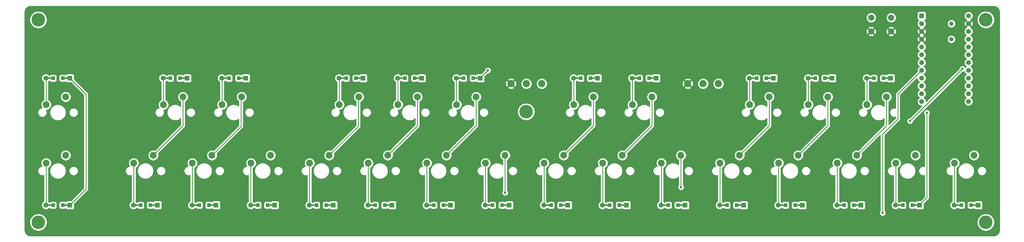
<source format=gbr>
%TF.GenerationSoftware,KiCad,Pcbnew,(5.1.6)-1*%
%TF.CreationDate,2020-07-16T09:20:40+02:00*%
%TF.ProjectId,keyboard_keyboard,6b657962-6f61-4726-945f-6b6579626f61,rev?*%
%TF.SameCoordinates,Original*%
%TF.FileFunction,Copper,L1,Top*%
%TF.FilePolarity,Positive*%
%FSLAX46Y46*%
G04 Gerber Fmt 4.6, Leading zero omitted, Abs format (unit mm)*
G04 Created by KiCad (PCBNEW (5.1.6)-1) date 2020-07-16 09:20:40*
%MOMM*%
%LPD*%
G01*
G04 APERTURE LIST*
%TA.AperFunction,ComponentPad*%
%ADD10C,4.400000*%
%TD*%
%TA.AperFunction,ComponentPad*%
%ADD11C,1.600000*%
%TD*%
%TA.AperFunction,ComponentPad*%
%ADD12R,1.600000X1.600000*%
%TD*%
%TA.AperFunction,ComponentPad*%
%ADD13C,2.000000*%
%TD*%
%TA.AperFunction,ComponentPad*%
%ADD14C,2.340000*%
%TD*%
%TA.AperFunction,ComponentPad*%
%ADD15O,1.400000X1.400000*%
%TD*%
%TA.AperFunction,ComponentPad*%
%ADD16C,1.400000*%
%TD*%
%TA.AperFunction,ComponentPad*%
%ADD17C,2.200000*%
%TD*%
%TA.AperFunction,Conductor*%
%ADD18R,2.500000X0.500000*%
%TD*%
%TA.AperFunction,SMDPad,CuDef*%
%ADD19R,1.200000X1.200000*%
%TD*%
%TA.AperFunction,ViaPad*%
%ADD20C,0.800000*%
%TD*%
%TA.AperFunction,Conductor*%
%ADD21C,0.250000*%
%TD*%
%TA.AperFunction,Conductor*%
%ADD22C,0.254000*%
%TD*%
G04 APERTURE END LIST*
D10*
%TO.P,H5,1*%
%TO.N,N/C*%
X156718000Y-107442000D03*
%TD*%
%TO.P,H4,1*%
%TO.N,N/C*%
X306070000Y-143510000D03*
%TD*%
%TO.P,H3,1*%
%TO.N,N/C*%
X-1778000Y-143510000D03*
%TD*%
%TO.P,H2,1*%
%TO.N,N/C*%
X306070000Y-77470000D03*
%TD*%
%TO.P,H1,1*%
%TO.N,N/C*%
X-1778000Y-77470000D03*
%TD*%
D11*
%TO.P,U1,24*%
%TO.N,N/C*%
X300482000Y-76200000D03*
%TO.P,U1,23*%
%TO.N,GND*%
X300482000Y-78740000D03*
%TO.P,U1,22*%
%TO.N,RESET*%
X300482000Y-81280000D03*
%TO.P,U1,21*%
%TO.N,VCC*%
X300482000Y-83820000D03*
%TO.P,U1,20*%
%TO.N,Col1*%
X300482000Y-86360000D03*
%TO.P,U1,19*%
%TO.N,Col2*%
X300482000Y-88900000D03*
%TO.P,U1,18*%
%TO.N,Col3*%
X300482000Y-91440000D03*
%TO.P,U1,17*%
%TO.N,Col4*%
X300482000Y-93980000D03*
%TO.P,U1,16*%
%TO.N,Col5*%
X300482000Y-96520000D03*
%TO.P,U1,15*%
%TO.N,Col6*%
X300482000Y-99060000D03*
%TO.P,U1,14*%
%TO.N,Col7*%
X300482000Y-101600000D03*
%TO.P,U1,13*%
%TO.N,Col8*%
X300482000Y-104140000D03*
%TO.P,U1,12*%
%TO.N,Pot1*%
X285242000Y-104140000D03*
%TO.P,U1,11*%
%TO.N,Pot2*%
X285242000Y-101600000D03*
%TO.P,U1,10*%
%TO.N,Row4*%
X285242000Y-99060000D03*
%TO.P,U1,9*%
%TO.N,Row3*%
X285242000Y-96520000D03*
%TO.P,U1,8*%
%TO.N,Row2*%
X285242000Y-93980000D03*
%TO.P,U1,7*%
%TO.N,Row1*%
X285242000Y-91440000D03*
%TO.P,U1,6*%
%TO.N,N/C*%
X285242000Y-88900000D03*
%TO.P,U1,5*%
X285242000Y-86360000D03*
%TO.P,U1,4*%
%TO.N,GND*%
X285242000Y-83820000D03*
%TO.P,U1,3*%
X285242000Y-81280000D03*
%TO.P,U1,2*%
%TO.N,N/C*%
X285242000Y-78740000D03*
D12*
%TO.P,U1,1*%
X285242000Y-76200000D03*
%TD*%
D13*
%TO.P,SW2,1*%
%TO.N,GND*%
X268836000Y-81280000D03*
%TO.P,SW2,2*%
%TO.N,RESET*%
X268836000Y-76780000D03*
%TO.P,SW2,1*%
%TO.N,GND*%
X275336000Y-81280000D03*
%TO.P,SW2,2*%
%TO.N,RESET*%
X275336000Y-76780000D03*
%TD*%
D14*
%TO.P,RV2,1*%
%TO.N,VCC*%
X219202000Y-98298000D03*
%TO.P,RV2,2*%
%TO.N,Pot2*%
X214202000Y-98298000D03*
%TO.P,RV2,3*%
%TO.N,GND*%
X209202000Y-98298000D03*
%TD*%
%TO.P,RV1,1*%
%TO.N,VCC*%
X161798000Y-98298000D03*
%TO.P,RV1,2*%
%TO.N,Pot1*%
X156798000Y-98298000D03*
%TO.P,RV1,3*%
%TO.N,GND*%
X151798000Y-98298000D03*
%TD*%
D15*
%TO.P,R1,2*%
%TO.N,RESET*%
X294894000Y-78740000D03*
D16*
%TO.P,R1,1*%
%TO.N,VCC*%
X294894000Y-83820000D03*
%TD*%
D17*
%TO.P,K27,2*%
%TO.N,Net-(D27-Pad2)*%
X762000Y-105156000D03*
%TO.P,K27,1*%
%TO.N,Col8*%
X7112000Y-102616000D03*
%TD*%
%TO.P,K26,2*%
%TO.N,Net-(D26-Pad2)*%
X762000Y-124206000D03*
%TO.P,K26,1*%
%TO.N,Col7*%
X7112000Y-121666000D03*
%TD*%
%TO.P,K25,2*%
%TO.N,Net-(D25-Pad2)*%
X295910000Y-124206000D03*
%TO.P,K25,1*%
%TO.N,Col8*%
X302260000Y-121666000D03*
%TD*%
%TO.P,K24,2*%
%TO.N,Net-(D24-Pad2)*%
X276860000Y-124206000D03*
%TO.P,K24,1*%
%TO.N,Col7*%
X283210000Y-121666000D03*
%TD*%
%TO.P,K23,2*%
%TO.N,Net-(D23-Pad2)*%
X267462000Y-105156000D03*
%TO.P,K23,1*%
%TO.N,Col6*%
X273812000Y-102616000D03*
%TD*%
%TO.P,K22,2*%
%TO.N,Net-(D22-Pad2)*%
X257810000Y-124206000D03*
%TO.P,K22,1*%
%TO.N,Col6*%
X264160000Y-121666000D03*
%TD*%
%TO.P,K21,2*%
%TO.N,Net-(D21-Pad2)*%
X248412000Y-105156000D03*
%TO.P,K21,1*%
%TO.N,Col5*%
X254762000Y-102616000D03*
%TD*%
%TO.P,K20,2*%
%TO.N,Net-(D20-Pad2)*%
X238760000Y-124206000D03*
%TO.P,K20,1*%
%TO.N,Col5*%
X245110000Y-121666000D03*
%TD*%
%TO.P,K19,2*%
%TO.N,Net-(D19-Pad2)*%
X229362000Y-105156000D03*
%TO.P,K19,1*%
%TO.N,Col4*%
X235712000Y-102616000D03*
%TD*%
%TO.P,K18,2*%
%TO.N,Net-(D18-Pad2)*%
X219710000Y-124206000D03*
%TO.P,K18,1*%
%TO.N,Col4*%
X226060000Y-121666000D03*
%TD*%
%TO.P,K17,2*%
%TO.N,Net-(D17-Pad2)*%
X200660000Y-124206000D03*
%TO.P,K17,1*%
%TO.N,Col3*%
X207010000Y-121666000D03*
%TD*%
%TO.P,K16,2*%
%TO.N,Net-(D16-Pad2)*%
X191262000Y-105156000D03*
%TO.P,K16,1*%
%TO.N,Col2*%
X197612000Y-102616000D03*
%TD*%
%TO.P,K15,2*%
%TO.N,Net-(D15-Pad2)*%
X181610000Y-124206000D03*
%TO.P,K15,1*%
%TO.N,Col2*%
X187960000Y-121666000D03*
%TD*%
%TO.P,K14,2*%
%TO.N,Net-(D14-Pad2)*%
X172212000Y-105156000D03*
%TO.P,K14,1*%
%TO.N,Col1*%
X178562000Y-102616000D03*
%TD*%
%TO.P,K13,2*%
%TO.N,Net-(D13-Pad2)*%
X162560000Y-124206000D03*
%TO.P,K13,1*%
%TO.N,Col1*%
X168910000Y-121666000D03*
%TD*%
%TO.P,K12,2*%
%TO.N,Net-(D12-Pad2)*%
X143510000Y-124206000D03*
%TO.P,K12,1*%
%TO.N,Col7*%
X149860000Y-121666000D03*
%TD*%
%TO.P,K11,2*%
%TO.N,Net-(D11-Pad2)*%
X134112000Y-105156000D03*
%TO.P,K11,1*%
%TO.N,Col6*%
X140462000Y-102616000D03*
%TD*%
%TO.P,K10,2*%
%TO.N,Net-(D10-Pad2)*%
X124460000Y-124206000D03*
%TO.P,K10,1*%
%TO.N,Col6*%
X130810000Y-121666000D03*
%TD*%
%TO.P,K9,2*%
%TO.N,Net-(D9-Pad2)*%
X115062000Y-105156000D03*
%TO.P,K9,1*%
%TO.N,Col5*%
X121412000Y-102616000D03*
%TD*%
%TO.P,K8,2*%
%TO.N,Net-(D8-Pad2)*%
X105410000Y-124206000D03*
%TO.P,K8,1*%
%TO.N,Col5*%
X111760000Y-121666000D03*
%TD*%
%TO.P,K7,2*%
%TO.N,Net-(D7-Pad2)*%
X96012000Y-105156000D03*
%TO.P,K7,1*%
%TO.N,Col4*%
X102362000Y-102616000D03*
%TD*%
%TO.P,K6,2*%
%TO.N,Net-(D6-Pad2)*%
X86360000Y-124206000D03*
%TO.P,K6,1*%
%TO.N,Col4*%
X92710000Y-121666000D03*
%TD*%
%TO.P,K5,2*%
%TO.N,Net-(D5-Pad2)*%
X67310000Y-124206000D03*
%TO.P,K5,1*%
%TO.N,Col3*%
X73660000Y-121666000D03*
%TD*%
%TO.P,K4,2*%
%TO.N,Net-(D4-Pad2)*%
X57912000Y-105156000D03*
%TO.P,K4,1*%
%TO.N,Col2*%
X64262000Y-102616000D03*
%TD*%
%TO.P,K3,2*%
%TO.N,Net-(D3-Pad2)*%
X48260000Y-124206000D03*
%TO.P,K3,1*%
%TO.N,Col2*%
X54610000Y-121666000D03*
%TD*%
%TO.P,K2,2*%
%TO.N,Net-(D2-Pad2)*%
X38862000Y-105156000D03*
%TO.P,K2,1*%
%TO.N,Col1*%
X45212000Y-102616000D03*
%TD*%
%TO.P,K1,2*%
%TO.N,Net-(D1-Pad2)*%
X29210000Y-124206000D03*
%TO.P,K1,1*%
%TO.N,Col1*%
X35560000Y-121666000D03*
%TD*%
D18*
%TO.N,Net-(D27-Pad2)*%
%TO.C,D27*%
X1872000Y-96520000D03*
%TO.N,Row3*%
X7272000Y-96520000D03*
D11*
%TD*%
%TO.P,D27,2*%
%TO.N,Net-(D27-Pad2)*%
X672000Y-96520000D03*
D12*
%TO.P,D27,1*%
%TO.N,Row3*%
X8472000Y-96520000D03*
D19*
X6147000Y-96520000D03*
%TO.P,D27,2*%
%TO.N,Net-(D27-Pad2)*%
X2997000Y-96520000D03*
%TD*%
D18*
%TO.N,Net-(D26-Pad2)*%
%TO.C,D26*%
X1872000Y-137922000D03*
%TO.N,Row3*%
X7272000Y-137922000D03*
D11*
%TD*%
%TO.P,D26,2*%
%TO.N,Net-(D26-Pad2)*%
X672000Y-137922000D03*
D12*
%TO.P,D26,1*%
%TO.N,Row3*%
X8472000Y-137922000D03*
D19*
X6147000Y-137922000D03*
%TO.P,D26,2*%
%TO.N,Net-(D26-Pad2)*%
X2997000Y-137922000D03*
%TD*%
D18*
%TO.N,Net-(D25-Pad2)*%
%TO.C,D25*%
X297020000Y-137922000D03*
%TO.N,Row4*%
X302420000Y-137922000D03*
D11*
%TD*%
%TO.P,D25,2*%
%TO.N,Net-(D25-Pad2)*%
X295820000Y-137922000D03*
D12*
%TO.P,D25,1*%
%TO.N,Row4*%
X303620000Y-137922000D03*
D19*
X301295000Y-137922000D03*
%TO.P,D25,2*%
%TO.N,Net-(D25-Pad2)*%
X298145000Y-137922000D03*
%TD*%
D18*
%TO.N,Net-(D24-Pad2)*%
%TO.C,D24*%
X277970000Y-137922000D03*
%TO.N,Row4*%
X283370000Y-137922000D03*
D11*
%TD*%
%TO.P,D24,2*%
%TO.N,Net-(D24-Pad2)*%
X276770000Y-137922000D03*
D12*
%TO.P,D24,1*%
%TO.N,Row4*%
X284570000Y-137922000D03*
D19*
X282245000Y-137922000D03*
%TO.P,D24,2*%
%TO.N,Net-(D24-Pad2)*%
X279095000Y-137922000D03*
%TD*%
D18*
%TO.N,Net-(D23-Pad2)*%
%TO.C,D23*%
X268572000Y-96520000D03*
%TO.N,Row3*%
X273972000Y-96520000D03*
D11*
%TD*%
%TO.P,D23,2*%
%TO.N,Net-(D23-Pad2)*%
X267372000Y-96520000D03*
D12*
%TO.P,D23,1*%
%TO.N,Row3*%
X275172000Y-96520000D03*
D19*
X272847000Y-96520000D03*
%TO.P,D23,2*%
%TO.N,Net-(D23-Pad2)*%
X269697000Y-96520000D03*
%TD*%
D18*
%TO.N,Net-(D22-Pad2)*%
%TO.C,D22*%
X258920000Y-137922000D03*
%TO.N,Row4*%
X264320000Y-137922000D03*
D11*
%TD*%
%TO.P,D22,2*%
%TO.N,Net-(D22-Pad2)*%
X257720000Y-137922000D03*
D12*
%TO.P,D22,1*%
%TO.N,Row4*%
X265520000Y-137922000D03*
D19*
X263195000Y-137922000D03*
%TO.P,D22,2*%
%TO.N,Net-(D22-Pad2)*%
X260045000Y-137922000D03*
%TD*%
D18*
%TO.N,Net-(D21-Pad2)*%
%TO.C,D21*%
X249522000Y-96520000D03*
%TO.N,Row3*%
X254922000Y-96520000D03*
D11*
%TD*%
%TO.P,D21,2*%
%TO.N,Net-(D21-Pad2)*%
X248322000Y-96520000D03*
D12*
%TO.P,D21,1*%
%TO.N,Row3*%
X256122000Y-96520000D03*
D19*
X253797000Y-96520000D03*
%TO.P,D21,2*%
%TO.N,Net-(D21-Pad2)*%
X250647000Y-96520000D03*
%TD*%
D18*
%TO.N,Net-(D20-Pad2)*%
%TO.C,D20*%
X239870000Y-137922000D03*
%TO.N,Row4*%
X245270000Y-137922000D03*
D11*
%TD*%
%TO.P,D20,2*%
%TO.N,Net-(D20-Pad2)*%
X238670000Y-137922000D03*
D12*
%TO.P,D20,1*%
%TO.N,Row4*%
X246470000Y-137922000D03*
D19*
X244145000Y-137922000D03*
%TO.P,D20,2*%
%TO.N,Net-(D20-Pad2)*%
X240995000Y-137922000D03*
%TD*%
D18*
%TO.N,Net-(D19-Pad2)*%
%TO.C,D19*%
X230472000Y-96520000D03*
%TO.N,Row3*%
X235872000Y-96520000D03*
D11*
%TD*%
%TO.P,D19,2*%
%TO.N,Net-(D19-Pad2)*%
X229272000Y-96520000D03*
D12*
%TO.P,D19,1*%
%TO.N,Row3*%
X237072000Y-96520000D03*
D19*
X234747000Y-96520000D03*
%TO.P,D19,2*%
%TO.N,Net-(D19-Pad2)*%
X231597000Y-96520000D03*
%TD*%
D18*
%TO.N,Net-(D18-Pad2)*%
%TO.C,D18*%
X220820000Y-137922000D03*
%TO.N,Row4*%
X226220000Y-137922000D03*
D11*
%TD*%
%TO.P,D18,2*%
%TO.N,Net-(D18-Pad2)*%
X219620000Y-137922000D03*
D12*
%TO.P,D18,1*%
%TO.N,Row4*%
X227420000Y-137922000D03*
D19*
X225095000Y-137922000D03*
%TO.P,D18,2*%
%TO.N,Net-(D18-Pad2)*%
X221945000Y-137922000D03*
%TD*%
D18*
%TO.N,Net-(D17-Pad2)*%
%TO.C,D17*%
X201770000Y-137922000D03*
%TO.N,Row4*%
X207170000Y-137922000D03*
D11*
%TD*%
%TO.P,D17,2*%
%TO.N,Net-(D17-Pad2)*%
X200570000Y-137922000D03*
D12*
%TO.P,D17,1*%
%TO.N,Row4*%
X208370000Y-137922000D03*
D19*
X206045000Y-137922000D03*
%TO.P,D17,2*%
%TO.N,Net-(D17-Pad2)*%
X202895000Y-137922000D03*
%TD*%
D18*
%TO.N,Net-(D16-Pad2)*%
%TO.C,D16*%
X192372000Y-96520000D03*
%TO.N,Row3*%
X197772000Y-96520000D03*
D11*
%TD*%
%TO.P,D16,2*%
%TO.N,Net-(D16-Pad2)*%
X191172000Y-96520000D03*
D12*
%TO.P,D16,1*%
%TO.N,Row3*%
X198972000Y-96520000D03*
D19*
X196647000Y-96520000D03*
%TO.P,D16,2*%
%TO.N,Net-(D16-Pad2)*%
X193497000Y-96520000D03*
%TD*%
D18*
%TO.N,Net-(D15-Pad2)*%
%TO.C,D15*%
X182720000Y-137922000D03*
%TO.N,Row4*%
X188120000Y-137922000D03*
D11*
%TD*%
%TO.P,D15,2*%
%TO.N,Net-(D15-Pad2)*%
X181520000Y-137922000D03*
D12*
%TO.P,D15,1*%
%TO.N,Row4*%
X189320000Y-137922000D03*
D19*
X186995000Y-137922000D03*
%TO.P,D15,2*%
%TO.N,Net-(D15-Pad2)*%
X183845000Y-137922000D03*
%TD*%
D18*
%TO.N,Net-(D14-Pad2)*%
%TO.C,D14*%
X173322000Y-96520000D03*
%TO.N,Row3*%
X178722000Y-96520000D03*
D11*
%TD*%
%TO.P,D14,2*%
%TO.N,Net-(D14-Pad2)*%
X172122000Y-96520000D03*
D12*
%TO.P,D14,1*%
%TO.N,Row3*%
X179922000Y-96520000D03*
D19*
X177597000Y-96520000D03*
%TO.P,D14,2*%
%TO.N,Net-(D14-Pad2)*%
X174447000Y-96520000D03*
%TD*%
D18*
%TO.N,Net-(D13-Pad2)*%
%TO.C,D13*%
X163670000Y-137922000D03*
%TO.N,Row4*%
X169070000Y-137922000D03*
D11*
%TD*%
%TO.P,D13,2*%
%TO.N,Net-(D13-Pad2)*%
X162470000Y-137922000D03*
D12*
%TO.P,D13,1*%
%TO.N,Row4*%
X170270000Y-137922000D03*
D19*
X167945000Y-137922000D03*
%TO.P,D13,2*%
%TO.N,Net-(D13-Pad2)*%
X164795000Y-137922000D03*
%TD*%
D18*
%TO.N,Net-(D12-Pad2)*%
%TO.C,D12*%
X144620000Y-137922000D03*
%TO.N,Row2*%
X150020000Y-137922000D03*
D11*
%TD*%
%TO.P,D12,2*%
%TO.N,Net-(D12-Pad2)*%
X143420000Y-137922000D03*
D12*
%TO.P,D12,1*%
%TO.N,Row2*%
X151220000Y-137922000D03*
D19*
X148895000Y-137922000D03*
%TO.P,D12,2*%
%TO.N,Net-(D12-Pad2)*%
X145745000Y-137922000D03*
%TD*%
D18*
%TO.N,Net-(D11-Pad2)*%
%TO.C,D11*%
X135222000Y-96520000D03*
%TO.N,Row1*%
X140622000Y-96520000D03*
D11*
%TD*%
%TO.P,D11,2*%
%TO.N,Net-(D11-Pad2)*%
X134022000Y-96520000D03*
D12*
%TO.P,D11,1*%
%TO.N,Row1*%
X141822000Y-96520000D03*
D19*
X139497000Y-96520000D03*
%TO.P,D11,2*%
%TO.N,Net-(D11-Pad2)*%
X136347000Y-96520000D03*
%TD*%
D18*
%TO.N,Net-(D10-Pad2)*%
%TO.C,D10*%
X125570000Y-137922000D03*
%TO.N,Row2*%
X130970000Y-137922000D03*
D11*
%TD*%
%TO.P,D10,2*%
%TO.N,Net-(D10-Pad2)*%
X124370000Y-137922000D03*
D12*
%TO.P,D10,1*%
%TO.N,Row2*%
X132170000Y-137922000D03*
D19*
X129845000Y-137922000D03*
%TO.P,D10,2*%
%TO.N,Net-(D10-Pad2)*%
X126695000Y-137922000D03*
%TD*%
D18*
%TO.N,Net-(D9-Pad2)*%
%TO.C,D9*%
X116172000Y-96520000D03*
%TO.N,Row1*%
X121572000Y-96520000D03*
D11*
%TD*%
%TO.P,D9,2*%
%TO.N,Net-(D9-Pad2)*%
X114972000Y-96520000D03*
D12*
%TO.P,D9,1*%
%TO.N,Row1*%
X122772000Y-96520000D03*
D19*
X120447000Y-96520000D03*
%TO.P,D9,2*%
%TO.N,Net-(D9-Pad2)*%
X117297000Y-96520000D03*
%TD*%
D18*
%TO.N,Net-(D8-Pad2)*%
%TO.C,D8*%
X106520000Y-137922000D03*
%TO.N,Row2*%
X111920000Y-137922000D03*
D11*
%TD*%
%TO.P,D8,2*%
%TO.N,Net-(D8-Pad2)*%
X105320000Y-137922000D03*
D12*
%TO.P,D8,1*%
%TO.N,Row2*%
X113120000Y-137922000D03*
D19*
X110795000Y-137922000D03*
%TO.P,D8,2*%
%TO.N,Net-(D8-Pad2)*%
X107645000Y-137922000D03*
%TD*%
D18*
%TO.N,Net-(D7-Pad2)*%
%TO.C,D7*%
X97122000Y-96520000D03*
%TO.N,Row1*%
X102522000Y-96520000D03*
D11*
%TD*%
%TO.P,D7,2*%
%TO.N,Net-(D7-Pad2)*%
X95922000Y-96520000D03*
D12*
%TO.P,D7,1*%
%TO.N,Row1*%
X103722000Y-96520000D03*
D19*
X101397000Y-96520000D03*
%TO.P,D7,2*%
%TO.N,Net-(D7-Pad2)*%
X98247000Y-96520000D03*
%TD*%
D18*
%TO.N,Net-(D6-Pad2)*%
%TO.C,D6*%
X87470000Y-137922000D03*
%TO.N,Row2*%
X92870000Y-137922000D03*
D11*
%TD*%
%TO.P,D6,2*%
%TO.N,Net-(D6-Pad2)*%
X86270000Y-137922000D03*
D12*
%TO.P,D6,1*%
%TO.N,Row2*%
X94070000Y-137922000D03*
D19*
X91745000Y-137922000D03*
%TO.P,D6,2*%
%TO.N,Net-(D6-Pad2)*%
X88595000Y-137922000D03*
%TD*%
D18*
%TO.N,Net-(D5-Pad2)*%
%TO.C,D5*%
X68420000Y-137922000D03*
%TO.N,Row2*%
X73820000Y-137922000D03*
D11*
%TD*%
%TO.P,D5,2*%
%TO.N,Net-(D5-Pad2)*%
X67220000Y-137922000D03*
D12*
%TO.P,D5,1*%
%TO.N,Row2*%
X75020000Y-137922000D03*
D19*
X72695000Y-137922000D03*
%TO.P,D5,2*%
%TO.N,Net-(D5-Pad2)*%
X69545000Y-137922000D03*
%TD*%
D18*
%TO.N,Net-(D4-Pad2)*%
%TO.C,D4*%
X59022000Y-96520000D03*
%TO.N,Row1*%
X64422000Y-96520000D03*
D11*
%TD*%
%TO.P,D4,2*%
%TO.N,Net-(D4-Pad2)*%
X57822000Y-96520000D03*
D12*
%TO.P,D4,1*%
%TO.N,Row1*%
X65622000Y-96520000D03*
D19*
X63297000Y-96520000D03*
%TO.P,D4,2*%
%TO.N,Net-(D4-Pad2)*%
X60147000Y-96520000D03*
%TD*%
D18*
%TO.N,Net-(D3-Pad2)*%
%TO.C,D3*%
X49370000Y-137922000D03*
%TO.N,Row2*%
X54770000Y-137922000D03*
D11*
%TD*%
%TO.P,D3,2*%
%TO.N,Net-(D3-Pad2)*%
X48170000Y-137922000D03*
D12*
%TO.P,D3,1*%
%TO.N,Row2*%
X55970000Y-137922000D03*
D19*
X53645000Y-137922000D03*
%TO.P,D3,2*%
%TO.N,Net-(D3-Pad2)*%
X50495000Y-137922000D03*
%TD*%
D18*
%TO.N,Net-(D2-Pad2)*%
%TO.C,D2*%
X39972000Y-96520000D03*
%TO.N,Row1*%
X45372000Y-96520000D03*
D11*
%TD*%
%TO.P,D2,2*%
%TO.N,Net-(D2-Pad2)*%
X38772000Y-96520000D03*
D12*
%TO.P,D2,1*%
%TO.N,Row1*%
X46572000Y-96520000D03*
D19*
X44247000Y-96520000D03*
%TO.P,D2,2*%
%TO.N,Net-(D2-Pad2)*%
X41097000Y-96520000D03*
%TD*%
D18*
%TO.N,Net-(D1-Pad2)*%
%TO.C,D1*%
X30320000Y-137922000D03*
%TO.N,Row2*%
X35720000Y-137922000D03*
D11*
%TD*%
%TO.P,D1,2*%
%TO.N,Net-(D1-Pad2)*%
X29120000Y-137922000D03*
D12*
%TO.P,D1,1*%
%TO.N,Row2*%
X36920000Y-137922000D03*
D19*
X34595000Y-137922000D03*
%TO.P,D1,2*%
%TO.N,Net-(D1-Pad2)*%
X31445000Y-137922000D03*
%TD*%
D20*
%TO.N,Row2*%
X272542000Y-140462000D03*
%TO.N,Row1*%
X144272000Y-93980000D03*
%TO.N,Row4*%
X286925001Y-107790999D03*
%TO.N,Col3*%
X207010000Y-132080000D03*
X281432000Y-110490000D03*
X298450000Y-93472000D03*
%TO.N,Col7*%
X149860000Y-133858000D03*
%TD*%
D21*
%TO.N,Net-(D1-Pad2)*%
X29210000Y-137832000D02*
X29120000Y-137922000D01*
X29210000Y-124206000D02*
X29210000Y-137832000D01*
%TO.N,Row2*%
X277527001Y-109822999D02*
X277527001Y-101694999D01*
X272542000Y-140462000D02*
X272542000Y-114808000D01*
X277527001Y-101694999D02*
X285242000Y-93980000D01*
X272542000Y-114808000D02*
X277527001Y-109822999D01*
%TO.N,Net-(D2-Pad2)*%
X38862000Y-96610000D02*
X38772000Y-96520000D01*
X38862000Y-105156000D02*
X38862000Y-96610000D01*
%TO.N,Row1*%
X141822000Y-96520000D02*
X141822000Y-96430000D01*
X141822000Y-96430000D02*
X144272000Y-93980000D01*
X144272000Y-93980000D02*
X144272000Y-93980000D01*
%TO.N,Net-(D3-Pad2)*%
X48260000Y-137832000D02*
X48170000Y-137922000D01*
X48260000Y-124206000D02*
X48260000Y-137832000D01*
%TO.N,Net-(D4-Pad2)*%
X57912000Y-96610000D02*
X57822000Y-96520000D01*
X57912000Y-105156000D02*
X57912000Y-96610000D01*
%TO.N,Net-(D5-Pad2)*%
X67220000Y-124296000D02*
X67310000Y-124206000D01*
X67220000Y-137922000D02*
X67220000Y-124296000D01*
%TO.N,Net-(D6-Pad2)*%
X86360000Y-137832000D02*
X86270000Y-137922000D01*
X86360000Y-124206000D02*
X86360000Y-137832000D01*
%TO.N,Net-(D7-Pad2)*%
X96012000Y-96610000D02*
X95922000Y-96520000D01*
X96012000Y-105156000D02*
X96012000Y-96610000D01*
%TO.N,Net-(D8-Pad2)*%
X105410000Y-137832000D02*
X105320000Y-137922000D01*
X105410000Y-124206000D02*
X105410000Y-137832000D01*
%TO.N,Net-(D9-Pad2)*%
X115062000Y-96610000D02*
X114972000Y-96520000D01*
X115062000Y-105156000D02*
X115062000Y-96610000D01*
%TO.N,Net-(D10-Pad2)*%
X124460000Y-137832000D02*
X124370000Y-137922000D01*
X124460000Y-124206000D02*
X124460000Y-137832000D01*
%TO.N,Net-(D11-Pad2)*%
X134112000Y-96610000D02*
X134022000Y-96520000D01*
X134112000Y-105156000D02*
X134112000Y-96610000D01*
%TO.N,Net-(D12-Pad2)*%
X143510000Y-137832000D02*
X143420000Y-137922000D01*
X143510000Y-124206000D02*
X143510000Y-137832000D01*
%TO.N,Net-(D13-Pad2)*%
X162560000Y-137832000D02*
X162470000Y-137922000D01*
X162560000Y-124206000D02*
X162560000Y-137832000D01*
%TO.N,Row4*%
X284570000Y-137922000D02*
X284570000Y-137832000D01*
X286925001Y-135476999D02*
X286925001Y-107790999D01*
X284570000Y-137832000D02*
X286925001Y-135476999D01*
X286925001Y-107790999D02*
X286925001Y-107790999D01*
%TO.N,Net-(D14-Pad2)*%
X172212000Y-96610000D02*
X172122000Y-96520000D01*
X172212000Y-105156000D02*
X172212000Y-96610000D01*
%TO.N,Row3*%
X8472000Y-96520000D02*
X13716000Y-101764000D01*
X13716000Y-132678000D02*
X8472000Y-137922000D01*
X13716000Y-101764000D02*
X13716000Y-132678000D01*
%TO.N,Net-(D15-Pad2)*%
X181610000Y-137832000D02*
X181520000Y-137922000D01*
X181610000Y-124206000D02*
X181610000Y-137832000D01*
%TO.N,Net-(D16-Pad2)*%
X191262000Y-96610000D02*
X191172000Y-96520000D01*
X191262000Y-105156000D02*
X191262000Y-96610000D01*
%TO.N,Net-(D17-Pad2)*%
X200660000Y-137832000D02*
X200570000Y-137922000D01*
X200660000Y-124206000D02*
X200660000Y-137832000D01*
%TO.N,Net-(D18-Pad2)*%
X219710000Y-137832000D02*
X219620000Y-137922000D01*
X219710000Y-124206000D02*
X219710000Y-137832000D01*
%TO.N,Net-(D19-Pad2)*%
X229362000Y-96610000D02*
X229272000Y-96520000D01*
X229362000Y-105156000D02*
X229362000Y-96610000D01*
%TO.N,Net-(D20-Pad2)*%
X238760000Y-137832000D02*
X238670000Y-137922000D01*
X238760000Y-124206000D02*
X238760000Y-137832000D01*
%TO.N,Net-(D21-Pad2)*%
X248412000Y-96610000D02*
X248322000Y-96520000D01*
X248412000Y-105156000D02*
X248412000Y-96610000D01*
%TO.N,Net-(D22-Pad2)*%
X257810000Y-137832000D02*
X257720000Y-137922000D01*
X257810000Y-124206000D02*
X257810000Y-137832000D01*
%TO.N,Net-(D23-Pad2)*%
X267462000Y-96610000D02*
X267372000Y-96520000D01*
X267462000Y-105156000D02*
X267462000Y-96610000D01*
%TO.N,Net-(D24-Pad2)*%
X276860000Y-137832000D02*
X276770000Y-137922000D01*
X276860000Y-124206000D02*
X276860000Y-137832000D01*
%TO.N,Net-(D25-Pad2)*%
X295910000Y-137832000D02*
X295820000Y-137922000D01*
X295910000Y-124206000D02*
X295910000Y-137832000D01*
%TO.N,Net-(D26-Pad2)*%
X762000Y-124206000D02*
X762000Y-137832000D01*
%TO.N,Net-(D27-Pad2)*%
X762000Y-105118000D02*
X762000Y-96610000D01*
%TO.N,Col1*%
X45212000Y-112014000D02*
X45212000Y-102616000D01*
X35560000Y-121666000D02*
X45212000Y-112014000D01*
X178562000Y-112014000D02*
X178562000Y-102616000D01*
X168910000Y-121666000D02*
X178562000Y-112014000D01*
%TO.N,Col2*%
X64047001Y-102830999D02*
X64262000Y-102616000D01*
X64047001Y-112228999D02*
X64047001Y-102830999D01*
X54610000Y-121666000D02*
X64047001Y-112228999D01*
X197612000Y-112014000D02*
X197612000Y-102616000D01*
X187960000Y-121666000D02*
X197612000Y-112014000D01*
%TO.N,Col3*%
X207010000Y-132080000D02*
X207010000Y-121666000D01*
X281686000Y-110236000D02*
X281432000Y-110236000D01*
X298450000Y-93472000D02*
X281686000Y-110236000D01*
%TO.N,Col4*%
X102147001Y-102830999D02*
X102362000Y-102616000D01*
X102147001Y-112228999D02*
X102147001Y-102830999D01*
X92710000Y-121666000D02*
X102147001Y-112228999D01*
X235712000Y-112014000D02*
X235712000Y-102616000D01*
X226060000Y-121666000D02*
X235712000Y-112014000D01*
%TO.N,Col5*%
X121412000Y-112014000D02*
X121412000Y-102616000D01*
X111760000Y-121666000D02*
X121412000Y-112014000D01*
X254762000Y-112014000D02*
X254762000Y-102616000D01*
X245110000Y-121666000D02*
X254762000Y-112014000D01*
%TO.N,Col6*%
X140462000Y-112014000D02*
X140462000Y-102616000D01*
X130810000Y-121666000D02*
X140462000Y-112014000D01*
X264160000Y-121666000D02*
X273597001Y-112228999D01*
X273597001Y-112228999D02*
X273812000Y-112014000D01*
X273812000Y-112014000D02*
X273812000Y-102830999D01*
%TO.N,Col7*%
X149860000Y-133604000D02*
X150114000Y-133858000D01*
X149860000Y-121666000D02*
X149860000Y-133604000D01*
%TD*%
D22*
%TO.N,GND*%
G36*
X308974545Y-73088909D02*
G01*
X309325208Y-73194780D01*
X309648625Y-73366744D01*
X309932484Y-73598254D01*
X310165965Y-73880486D01*
X310340183Y-74202695D01*
X310448502Y-74552614D01*
X310490001Y-74947452D01*
X310490000Y-146017721D01*
X310451091Y-146414545D01*
X310345220Y-146765206D01*
X310173257Y-147088623D01*
X309941748Y-147372482D01*
X309659514Y-147605965D01*
X309337304Y-147780184D01*
X308987385Y-147888502D01*
X308592557Y-147930000D01*
X-4285721Y-147930000D01*
X-4682545Y-147891091D01*
X-5033206Y-147785220D01*
X-5356623Y-147613257D01*
X-5640482Y-147381748D01*
X-5873965Y-147099514D01*
X-6048184Y-146777304D01*
X-6156502Y-146427385D01*
X-6198000Y-146032557D01*
X-6198000Y-143230777D01*
X-4613000Y-143230777D01*
X-4613000Y-143789223D01*
X-4504052Y-144336939D01*
X-4290344Y-144852876D01*
X-3980088Y-145317207D01*
X-3585207Y-145712088D01*
X-3120876Y-146022344D01*
X-2604939Y-146236052D01*
X-2057223Y-146345000D01*
X-1498777Y-146345000D01*
X-951061Y-146236052D01*
X-435124Y-146022344D01*
X29207Y-145712088D01*
X424088Y-145317207D01*
X734344Y-144852876D01*
X948052Y-144336939D01*
X1057000Y-143789223D01*
X1057000Y-143230777D01*
X303235000Y-143230777D01*
X303235000Y-143789223D01*
X303343948Y-144336939D01*
X303557656Y-144852876D01*
X303867912Y-145317207D01*
X304262793Y-145712088D01*
X304727124Y-146022344D01*
X305243061Y-146236052D01*
X305790777Y-146345000D01*
X306349223Y-146345000D01*
X306896939Y-146236052D01*
X307412876Y-146022344D01*
X307877207Y-145712088D01*
X308272088Y-145317207D01*
X308582344Y-144852876D01*
X308796052Y-144336939D01*
X308905000Y-143789223D01*
X308905000Y-143230777D01*
X308796052Y-142683061D01*
X308582344Y-142167124D01*
X308272088Y-141702793D01*
X307877207Y-141307912D01*
X307412876Y-140997656D01*
X306896939Y-140783948D01*
X306349223Y-140675000D01*
X305790777Y-140675000D01*
X305243061Y-140783948D01*
X304727124Y-140997656D01*
X304262793Y-141307912D01*
X303867912Y-141702793D01*
X303557656Y-142167124D01*
X303343948Y-142683061D01*
X303235000Y-143230777D01*
X1057000Y-143230777D01*
X948052Y-142683061D01*
X734344Y-142167124D01*
X424088Y-141702793D01*
X29207Y-141307912D01*
X-435124Y-140997656D01*
X-951061Y-140783948D01*
X-1498777Y-140675000D01*
X-2057223Y-140675000D01*
X-2604939Y-140783948D01*
X-3120876Y-140997656D01*
X-3585207Y-141307912D01*
X-3980088Y-141702793D01*
X-4290344Y-142167124D01*
X-4504052Y-142683061D01*
X-4613000Y-143230777D01*
X-6198000Y-143230777D01*
X-6198000Y-126599740D01*
X-1993000Y-126599740D01*
X-1993000Y-126892260D01*
X-1935932Y-127179158D01*
X-1823990Y-127449411D01*
X-1661475Y-127692632D01*
X-1454632Y-127899475D01*
X-1211411Y-128061990D01*
X-941158Y-128173932D01*
X-654260Y-128231000D01*
X-361740Y-128231000D01*
X-74842Y-128173932D01*
X2000Y-128142103D01*
X2001Y-136646291D01*
X-7727Y-136650320D01*
X-242759Y-136807363D01*
X-442637Y-137007241D01*
X-599680Y-137242273D01*
X-707853Y-137503426D01*
X-763000Y-137780665D01*
X-763000Y-138063335D01*
X-707853Y-138340574D01*
X-599680Y-138601727D01*
X-442637Y-138836759D01*
X-242759Y-139036637D01*
X-7727Y-139193680D01*
X253426Y-139301853D01*
X530665Y-139357000D01*
X813335Y-139357000D01*
X1090574Y-139301853D01*
X1351727Y-139193680D01*
X1586759Y-139036637D01*
X1786637Y-138836759D01*
X1804469Y-138810072D01*
X1830959Y-138810072D01*
X1866463Y-138876494D01*
X1945815Y-138973185D01*
X2042506Y-139052537D01*
X2152820Y-139111502D01*
X2272518Y-139147812D01*
X2397000Y-139160072D01*
X3597000Y-139160072D01*
X3721482Y-139147812D01*
X3841180Y-139111502D01*
X3951494Y-139052537D01*
X4048185Y-138973185D01*
X4127537Y-138876494D01*
X4186502Y-138766180D01*
X4222812Y-138646482D01*
X4235072Y-138522000D01*
X4235072Y-137322000D01*
X4222812Y-137197518D01*
X4186502Y-137077820D01*
X4127537Y-136967506D01*
X4048185Y-136870815D01*
X3951494Y-136791463D01*
X3841180Y-136732498D01*
X3721482Y-136696188D01*
X3597000Y-136683928D01*
X2397000Y-136683928D01*
X2272518Y-136696188D01*
X2152820Y-136732498D01*
X2042506Y-136791463D01*
X1945815Y-136870815D01*
X1866463Y-136967506D01*
X1830959Y-137033928D01*
X1804469Y-137033928D01*
X1786637Y-137007241D01*
X1586759Y-136807363D01*
X1522000Y-136764093D01*
X1522000Y-126486475D01*
X1937000Y-126486475D01*
X1937000Y-127005525D01*
X2038261Y-127514601D01*
X2236893Y-127994141D01*
X2525262Y-128425715D01*
X2892285Y-128792738D01*
X3323859Y-129081107D01*
X3803399Y-129279739D01*
X4312475Y-129381000D01*
X4831525Y-129381000D01*
X5340601Y-129279739D01*
X5820141Y-129081107D01*
X6251715Y-128792738D01*
X6618738Y-128425715D01*
X6907107Y-127994141D01*
X7105739Y-127514601D01*
X7207000Y-127005525D01*
X7207000Y-126599740D01*
X8167000Y-126599740D01*
X8167000Y-126892260D01*
X8224068Y-127179158D01*
X8336010Y-127449411D01*
X8498525Y-127692632D01*
X8705368Y-127899475D01*
X8948589Y-128061990D01*
X9218842Y-128173932D01*
X9505740Y-128231000D01*
X9798260Y-128231000D01*
X10085158Y-128173932D01*
X10355411Y-128061990D01*
X10598632Y-127899475D01*
X10805475Y-127692632D01*
X10967990Y-127449411D01*
X11079932Y-127179158D01*
X11137000Y-126892260D01*
X11137000Y-126599740D01*
X11079932Y-126312842D01*
X10967990Y-126042589D01*
X10805475Y-125799368D01*
X10598632Y-125592525D01*
X10355411Y-125430010D01*
X10085158Y-125318068D01*
X9798260Y-125261000D01*
X9505740Y-125261000D01*
X9218842Y-125318068D01*
X8948589Y-125430010D01*
X8705368Y-125592525D01*
X8498525Y-125799368D01*
X8336010Y-126042589D01*
X8224068Y-126312842D01*
X8167000Y-126599740D01*
X7207000Y-126599740D01*
X7207000Y-126486475D01*
X7105739Y-125977399D01*
X6907107Y-125497859D01*
X6618738Y-125066285D01*
X6251715Y-124699262D01*
X5820141Y-124410893D01*
X5340601Y-124212261D01*
X4831525Y-124111000D01*
X4312475Y-124111000D01*
X3803399Y-124212261D01*
X3323859Y-124410893D01*
X2892285Y-124699262D01*
X2525262Y-125066285D01*
X2236893Y-125497859D01*
X2038261Y-125977399D01*
X1937000Y-126486475D01*
X1522000Y-126486475D01*
X1522000Y-125769148D01*
X1583831Y-125743537D01*
X1867998Y-125553663D01*
X2109663Y-125311998D01*
X2299537Y-125027831D01*
X2430325Y-124712081D01*
X2497000Y-124376883D01*
X2497000Y-124035117D01*
X2430325Y-123699919D01*
X2299537Y-123384169D01*
X2109663Y-123100002D01*
X1867998Y-122858337D01*
X1583831Y-122668463D01*
X1268081Y-122537675D01*
X932883Y-122471000D01*
X591117Y-122471000D01*
X255919Y-122537675D01*
X-59831Y-122668463D01*
X-343998Y-122858337D01*
X-585663Y-123100002D01*
X-775537Y-123384169D01*
X-906325Y-123699919D01*
X-973000Y-124035117D01*
X-973000Y-124376883D01*
X-906325Y-124712081D01*
X-775537Y-125027831D01*
X-619739Y-125261000D01*
X-654260Y-125261000D01*
X-941158Y-125318068D01*
X-1211411Y-125430010D01*
X-1454632Y-125592525D01*
X-1661475Y-125799368D01*
X-1823990Y-126042589D01*
X-1935932Y-126312842D01*
X-1993000Y-126599740D01*
X-6198000Y-126599740D01*
X-6198000Y-121495117D01*
X5377000Y-121495117D01*
X5377000Y-121836883D01*
X5443675Y-122172081D01*
X5574463Y-122487831D01*
X5764337Y-122771998D01*
X6006002Y-123013663D01*
X6290169Y-123203537D01*
X6605919Y-123334325D01*
X6941117Y-123401000D01*
X7282883Y-123401000D01*
X7618081Y-123334325D01*
X7933831Y-123203537D01*
X8217998Y-123013663D01*
X8459663Y-122771998D01*
X8649537Y-122487831D01*
X8780325Y-122172081D01*
X8847000Y-121836883D01*
X8847000Y-121495117D01*
X8780325Y-121159919D01*
X8649537Y-120844169D01*
X8459663Y-120560002D01*
X8217998Y-120318337D01*
X7933831Y-120128463D01*
X7618081Y-119997675D01*
X7282883Y-119931000D01*
X6941117Y-119931000D01*
X6605919Y-119997675D01*
X6290169Y-120128463D01*
X6006002Y-120318337D01*
X5764337Y-120560002D01*
X5574463Y-120844169D01*
X5443675Y-121159919D01*
X5377000Y-121495117D01*
X-6198000Y-121495117D01*
X-6198000Y-107549740D01*
X-1993000Y-107549740D01*
X-1993000Y-107842260D01*
X-1935932Y-108129158D01*
X-1823990Y-108399411D01*
X-1661475Y-108642632D01*
X-1454632Y-108849475D01*
X-1211411Y-109011990D01*
X-941158Y-109123932D01*
X-654260Y-109181000D01*
X-361740Y-109181000D01*
X-74842Y-109123932D01*
X195411Y-109011990D01*
X438632Y-108849475D01*
X645475Y-108642632D01*
X807990Y-108399411D01*
X919932Y-108129158D01*
X977000Y-107842260D01*
X977000Y-107549740D01*
X954471Y-107436475D01*
X1937000Y-107436475D01*
X1937000Y-107955525D01*
X2038261Y-108464601D01*
X2236893Y-108944141D01*
X2525262Y-109375715D01*
X2892285Y-109742738D01*
X3323859Y-110031107D01*
X3803399Y-110229739D01*
X4312475Y-110331000D01*
X4831525Y-110331000D01*
X5340601Y-110229739D01*
X5820141Y-110031107D01*
X6251715Y-109742738D01*
X6618738Y-109375715D01*
X6907107Y-108944141D01*
X7105739Y-108464601D01*
X7207000Y-107955525D01*
X7207000Y-107549740D01*
X8167000Y-107549740D01*
X8167000Y-107842260D01*
X8224068Y-108129158D01*
X8336010Y-108399411D01*
X8498525Y-108642632D01*
X8705368Y-108849475D01*
X8948589Y-109011990D01*
X9218842Y-109123932D01*
X9505740Y-109181000D01*
X9798260Y-109181000D01*
X10085158Y-109123932D01*
X10355411Y-109011990D01*
X10598632Y-108849475D01*
X10805475Y-108642632D01*
X10967990Y-108399411D01*
X11079932Y-108129158D01*
X11137000Y-107842260D01*
X11137000Y-107549740D01*
X11079932Y-107262842D01*
X10967990Y-106992589D01*
X10805475Y-106749368D01*
X10598632Y-106542525D01*
X10355411Y-106380010D01*
X10085158Y-106268068D01*
X9798260Y-106211000D01*
X9505740Y-106211000D01*
X9218842Y-106268068D01*
X8948589Y-106380010D01*
X8705368Y-106542525D01*
X8498525Y-106749368D01*
X8336010Y-106992589D01*
X8224068Y-107262842D01*
X8167000Y-107549740D01*
X7207000Y-107549740D01*
X7207000Y-107436475D01*
X7105739Y-106927399D01*
X6907107Y-106447859D01*
X6618738Y-106016285D01*
X6251715Y-105649262D01*
X5820141Y-105360893D01*
X5340601Y-105162261D01*
X4831525Y-105061000D01*
X4312475Y-105061000D01*
X3803399Y-105162261D01*
X3323859Y-105360893D01*
X2892285Y-105649262D01*
X2525262Y-106016285D01*
X2236893Y-106447859D01*
X2038261Y-106927399D01*
X1937000Y-107436475D01*
X954471Y-107436475D01*
X919932Y-107262842D01*
X807990Y-106992589D01*
X740110Y-106891000D01*
X932883Y-106891000D01*
X1268081Y-106824325D01*
X1583831Y-106693537D01*
X1867998Y-106503663D01*
X2109663Y-106261998D01*
X2299537Y-105977831D01*
X2430325Y-105662081D01*
X2497000Y-105326883D01*
X2497000Y-104985117D01*
X2430325Y-104649919D01*
X2299537Y-104334169D01*
X2109663Y-104050002D01*
X1867998Y-103808337D01*
X1583831Y-103618463D01*
X1522000Y-103592852D01*
X1522000Y-102445117D01*
X5377000Y-102445117D01*
X5377000Y-102786883D01*
X5443675Y-103122081D01*
X5574463Y-103437831D01*
X5764337Y-103721998D01*
X6006002Y-103963663D01*
X6290169Y-104153537D01*
X6605919Y-104284325D01*
X6941117Y-104351000D01*
X7282883Y-104351000D01*
X7618081Y-104284325D01*
X7933831Y-104153537D01*
X8217998Y-103963663D01*
X8459663Y-103721998D01*
X8649537Y-103437831D01*
X8780325Y-103122081D01*
X8847000Y-102786883D01*
X8847000Y-102445117D01*
X8780325Y-102109919D01*
X8649537Y-101794169D01*
X8459663Y-101510002D01*
X8217998Y-101268337D01*
X7933831Y-101078463D01*
X7618081Y-100947675D01*
X7282883Y-100881000D01*
X6941117Y-100881000D01*
X6605919Y-100947675D01*
X6290169Y-101078463D01*
X6006002Y-101268337D01*
X5764337Y-101510002D01*
X5574463Y-101794169D01*
X5443675Y-102109919D01*
X5377000Y-102445117D01*
X1522000Y-102445117D01*
X1522000Y-97677907D01*
X1586759Y-97634637D01*
X1786637Y-97434759D01*
X1804469Y-97408072D01*
X1830959Y-97408072D01*
X1866463Y-97474494D01*
X1945815Y-97571185D01*
X2042506Y-97650537D01*
X2152820Y-97709502D01*
X2272518Y-97745812D01*
X2397000Y-97758072D01*
X3597000Y-97758072D01*
X3721482Y-97745812D01*
X3841180Y-97709502D01*
X3951494Y-97650537D01*
X4048185Y-97571185D01*
X4127537Y-97474494D01*
X4186502Y-97364180D01*
X4222812Y-97244482D01*
X4235072Y-97120000D01*
X4235072Y-95920000D01*
X4908928Y-95920000D01*
X4908928Y-97120000D01*
X4921188Y-97244482D01*
X4957498Y-97364180D01*
X5016463Y-97474494D01*
X5095815Y-97571185D01*
X5192506Y-97650537D01*
X5302820Y-97709502D01*
X5422518Y-97745812D01*
X5547000Y-97758072D01*
X6747000Y-97758072D01*
X6871482Y-97745812D01*
X6991180Y-97709502D01*
X7101494Y-97650537D01*
X7120375Y-97635042D01*
X7141463Y-97674494D01*
X7220815Y-97771185D01*
X7317506Y-97850537D01*
X7427820Y-97909502D01*
X7547518Y-97945812D01*
X7672000Y-97958072D01*
X8835271Y-97958072D01*
X12956000Y-102078802D01*
X12956001Y-132363197D01*
X8835271Y-136483928D01*
X7672000Y-136483928D01*
X7547518Y-136496188D01*
X7427820Y-136532498D01*
X7317506Y-136591463D01*
X7220815Y-136670815D01*
X7141463Y-136767506D01*
X7120375Y-136806958D01*
X7101494Y-136791463D01*
X6991180Y-136732498D01*
X6871482Y-136696188D01*
X6747000Y-136683928D01*
X5547000Y-136683928D01*
X5422518Y-136696188D01*
X5302820Y-136732498D01*
X5192506Y-136791463D01*
X5095815Y-136870815D01*
X5016463Y-136967506D01*
X4957498Y-137077820D01*
X4921188Y-137197518D01*
X4908928Y-137322000D01*
X4908928Y-138522000D01*
X4921188Y-138646482D01*
X4957498Y-138766180D01*
X5016463Y-138876494D01*
X5095815Y-138973185D01*
X5192506Y-139052537D01*
X5302820Y-139111502D01*
X5422518Y-139147812D01*
X5547000Y-139160072D01*
X6747000Y-139160072D01*
X6871482Y-139147812D01*
X6991180Y-139111502D01*
X7101494Y-139052537D01*
X7120375Y-139037042D01*
X7141463Y-139076494D01*
X7220815Y-139173185D01*
X7317506Y-139252537D01*
X7427820Y-139311502D01*
X7547518Y-139347812D01*
X7672000Y-139360072D01*
X9272000Y-139360072D01*
X9396482Y-139347812D01*
X9516180Y-139311502D01*
X9626494Y-139252537D01*
X9723185Y-139173185D01*
X9802537Y-139076494D01*
X9861502Y-138966180D01*
X9897812Y-138846482D01*
X9910072Y-138722000D01*
X9910072Y-137558729D01*
X14227003Y-133241799D01*
X14256001Y-133218001D01*
X14340532Y-133115000D01*
X14350974Y-133102277D01*
X14421546Y-132970247D01*
X14430480Y-132940795D01*
X14465003Y-132826986D01*
X14476000Y-132715333D01*
X14476000Y-132715323D01*
X14479676Y-132678000D01*
X14476000Y-132640677D01*
X14476000Y-126599740D01*
X26455000Y-126599740D01*
X26455000Y-126892260D01*
X26512068Y-127179158D01*
X26624010Y-127449411D01*
X26786525Y-127692632D01*
X26993368Y-127899475D01*
X27236589Y-128061990D01*
X27506842Y-128173932D01*
X27793740Y-128231000D01*
X28086260Y-128231000D01*
X28373158Y-128173932D01*
X28450000Y-128142103D01*
X28450001Y-136646291D01*
X28440273Y-136650320D01*
X28205241Y-136807363D01*
X28005363Y-137007241D01*
X27848320Y-137242273D01*
X27740147Y-137503426D01*
X27685000Y-137780665D01*
X27685000Y-138063335D01*
X27740147Y-138340574D01*
X27848320Y-138601727D01*
X28005363Y-138836759D01*
X28205241Y-139036637D01*
X28440273Y-139193680D01*
X28701426Y-139301853D01*
X28978665Y-139357000D01*
X29261335Y-139357000D01*
X29538574Y-139301853D01*
X29799727Y-139193680D01*
X30034759Y-139036637D01*
X30234637Y-138836759D01*
X30252469Y-138810072D01*
X30278959Y-138810072D01*
X30314463Y-138876494D01*
X30393815Y-138973185D01*
X30490506Y-139052537D01*
X30600820Y-139111502D01*
X30720518Y-139147812D01*
X30845000Y-139160072D01*
X32045000Y-139160072D01*
X32169482Y-139147812D01*
X32289180Y-139111502D01*
X32399494Y-139052537D01*
X32496185Y-138973185D01*
X32575537Y-138876494D01*
X32634502Y-138766180D01*
X32670812Y-138646482D01*
X32683072Y-138522000D01*
X32683072Y-137322000D01*
X33356928Y-137322000D01*
X33356928Y-138522000D01*
X33369188Y-138646482D01*
X33405498Y-138766180D01*
X33464463Y-138876494D01*
X33543815Y-138973185D01*
X33640506Y-139052537D01*
X33750820Y-139111502D01*
X33870518Y-139147812D01*
X33995000Y-139160072D01*
X35195000Y-139160072D01*
X35319482Y-139147812D01*
X35439180Y-139111502D01*
X35549494Y-139052537D01*
X35568375Y-139037042D01*
X35589463Y-139076494D01*
X35668815Y-139173185D01*
X35765506Y-139252537D01*
X35875820Y-139311502D01*
X35995518Y-139347812D01*
X36120000Y-139360072D01*
X37720000Y-139360072D01*
X37844482Y-139347812D01*
X37964180Y-139311502D01*
X38074494Y-139252537D01*
X38171185Y-139173185D01*
X38250537Y-139076494D01*
X38309502Y-138966180D01*
X38345812Y-138846482D01*
X38358072Y-138722000D01*
X38358072Y-137122000D01*
X38345812Y-136997518D01*
X38309502Y-136877820D01*
X38250537Y-136767506D01*
X38171185Y-136670815D01*
X38074494Y-136591463D01*
X37964180Y-136532498D01*
X37844482Y-136496188D01*
X37720000Y-136483928D01*
X36120000Y-136483928D01*
X35995518Y-136496188D01*
X35875820Y-136532498D01*
X35765506Y-136591463D01*
X35668815Y-136670815D01*
X35589463Y-136767506D01*
X35568375Y-136806958D01*
X35549494Y-136791463D01*
X35439180Y-136732498D01*
X35319482Y-136696188D01*
X35195000Y-136683928D01*
X33995000Y-136683928D01*
X33870518Y-136696188D01*
X33750820Y-136732498D01*
X33640506Y-136791463D01*
X33543815Y-136870815D01*
X33464463Y-136967506D01*
X33405498Y-137077820D01*
X33369188Y-137197518D01*
X33356928Y-137322000D01*
X32683072Y-137322000D01*
X32670812Y-137197518D01*
X32634502Y-137077820D01*
X32575537Y-136967506D01*
X32496185Y-136870815D01*
X32399494Y-136791463D01*
X32289180Y-136732498D01*
X32169482Y-136696188D01*
X32045000Y-136683928D01*
X30845000Y-136683928D01*
X30720518Y-136696188D01*
X30600820Y-136732498D01*
X30490506Y-136791463D01*
X30393815Y-136870815D01*
X30314463Y-136967506D01*
X30278959Y-137033928D01*
X30252469Y-137033928D01*
X30234637Y-137007241D01*
X30034759Y-136807363D01*
X29970000Y-136764093D01*
X29970000Y-126486475D01*
X30385000Y-126486475D01*
X30385000Y-127005525D01*
X30486261Y-127514601D01*
X30684893Y-127994141D01*
X30973262Y-128425715D01*
X31340285Y-128792738D01*
X31771859Y-129081107D01*
X32251399Y-129279739D01*
X32760475Y-129381000D01*
X33279525Y-129381000D01*
X33788601Y-129279739D01*
X34268141Y-129081107D01*
X34699715Y-128792738D01*
X35066738Y-128425715D01*
X35355107Y-127994141D01*
X35553739Y-127514601D01*
X35655000Y-127005525D01*
X35655000Y-126599740D01*
X36615000Y-126599740D01*
X36615000Y-126892260D01*
X36672068Y-127179158D01*
X36784010Y-127449411D01*
X36946525Y-127692632D01*
X37153368Y-127899475D01*
X37396589Y-128061990D01*
X37666842Y-128173932D01*
X37953740Y-128231000D01*
X38246260Y-128231000D01*
X38533158Y-128173932D01*
X38803411Y-128061990D01*
X39046632Y-127899475D01*
X39253475Y-127692632D01*
X39415990Y-127449411D01*
X39527932Y-127179158D01*
X39585000Y-126892260D01*
X39585000Y-126599740D01*
X45505000Y-126599740D01*
X45505000Y-126892260D01*
X45562068Y-127179158D01*
X45674010Y-127449411D01*
X45836525Y-127692632D01*
X46043368Y-127899475D01*
X46286589Y-128061990D01*
X46556842Y-128173932D01*
X46843740Y-128231000D01*
X47136260Y-128231000D01*
X47423158Y-128173932D01*
X47500000Y-128142103D01*
X47500001Y-136646291D01*
X47490273Y-136650320D01*
X47255241Y-136807363D01*
X47055363Y-137007241D01*
X46898320Y-137242273D01*
X46790147Y-137503426D01*
X46735000Y-137780665D01*
X46735000Y-138063335D01*
X46790147Y-138340574D01*
X46898320Y-138601727D01*
X47055363Y-138836759D01*
X47255241Y-139036637D01*
X47490273Y-139193680D01*
X47751426Y-139301853D01*
X48028665Y-139357000D01*
X48311335Y-139357000D01*
X48588574Y-139301853D01*
X48849727Y-139193680D01*
X49084759Y-139036637D01*
X49284637Y-138836759D01*
X49302469Y-138810072D01*
X49328959Y-138810072D01*
X49364463Y-138876494D01*
X49443815Y-138973185D01*
X49540506Y-139052537D01*
X49650820Y-139111502D01*
X49770518Y-139147812D01*
X49895000Y-139160072D01*
X51095000Y-139160072D01*
X51219482Y-139147812D01*
X51339180Y-139111502D01*
X51449494Y-139052537D01*
X51546185Y-138973185D01*
X51625537Y-138876494D01*
X51684502Y-138766180D01*
X51720812Y-138646482D01*
X51733072Y-138522000D01*
X51733072Y-137322000D01*
X52406928Y-137322000D01*
X52406928Y-138522000D01*
X52419188Y-138646482D01*
X52455498Y-138766180D01*
X52514463Y-138876494D01*
X52593815Y-138973185D01*
X52690506Y-139052537D01*
X52800820Y-139111502D01*
X52920518Y-139147812D01*
X53045000Y-139160072D01*
X54245000Y-139160072D01*
X54369482Y-139147812D01*
X54489180Y-139111502D01*
X54599494Y-139052537D01*
X54618375Y-139037042D01*
X54639463Y-139076494D01*
X54718815Y-139173185D01*
X54815506Y-139252537D01*
X54925820Y-139311502D01*
X55045518Y-139347812D01*
X55170000Y-139360072D01*
X56770000Y-139360072D01*
X56894482Y-139347812D01*
X57014180Y-139311502D01*
X57124494Y-139252537D01*
X57221185Y-139173185D01*
X57300537Y-139076494D01*
X57359502Y-138966180D01*
X57395812Y-138846482D01*
X57408072Y-138722000D01*
X57408072Y-137122000D01*
X57395812Y-136997518D01*
X57359502Y-136877820D01*
X57300537Y-136767506D01*
X57221185Y-136670815D01*
X57124494Y-136591463D01*
X57014180Y-136532498D01*
X56894482Y-136496188D01*
X56770000Y-136483928D01*
X55170000Y-136483928D01*
X55045518Y-136496188D01*
X54925820Y-136532498D01*
X54815506Y-136591463D01*
X54718815Y-136670815D01*
X54639463Y-136767506D01*
X54618375Y-136806958D01*
X54599494Y-136791463D01*
X54489180Y-136732498D01*
X54369482Y-136696188D01*
X54245000Y-136683928D01*
X53045000Y-136683928D01*
X52920518Y-136696188D01*
X52800820Y-136732498D01*
X52690506Y-136791463D01*
X52593815Y-136870815D01*
X52514463Y-136967506D01*
X52455498Y-137077820D01*
X52419188Y-137197518D01*
X52406928Y-137322000D01*
X51733072Y-137322000D01*
X51720812Y-137197518D01*
X51684502Y-137077820D01*
X51625537Y-136967506D01*
X51546185Y-136870815D01*
X51449494Y-136791463D01*
X51339180Y-136732498D01*
X51219482Y-136696188D01*
X51095000Y-136683928D01*
X49895000Y-136683928D01*
X49770518Y-136696188D01*
X49650820Y-136732498D01*
X49540506Y-136791463D01*
X49443815Y-136870815D01*
X49364463Y-136967506D01*
X49328959Y-137033928D01*
X49302469Y-137033928D01*
X49284637Y-137007241D01*
X49084759Y-136807363D01*
X49020000Y-136764093D01*
X49020000Y-126486475D01*
X49435000Y-126486475D01*
X49435000Y-127005525D01*
X49536261Y-127514601D01*
X49734893Y-127994141D01*
X50023262Y-128425715D01*
X50390285Y-128792738D01*
X50821859Y-129081107D01*
X51301399Y-129279739D01*
X51810475Y-129381000D01*
X52329525Y-129381000D01*
X52838601Y-129279739D01*
X53318141Y-129081107D01*
X53749715Y-128792738D01*
X54116738Y-128425715D01*
X54405107Y-127994141D01*
X54603739Y-127514601D01*
X54705000Y-127005525D01*
X54705000Y-126599740D01*
X55665000Y-126599740D01*
X55665000Y-126892260D01*
X55722068Y-127179158D01*
X55834010Y-127449411D01*
X55996525Y-127692632D01*
X56203368Y-127899475D01*
X56446589Y-128061990D01*
X56716842Y-128173932D01*
X57003740Y-128231000D01*
X57296260Y-128231000D01*
X57583158Y-128173932D01*
X57853411Y-128061990D01*
X58096632Y-127899475D01*
X58303475Y-127692632D01*
X58465990Y-127449411D01*
X58577932Y-127179158D01*
X58635000Y-126892260D01*
X58635000Y-126599740D01*
X64555000Y-126599740D01*
X64555000Y-126892260D01*
X64612068Y-127179158D01*
X64724010Y-127449411D01*
X64886525Y-127692632D01*
X65093368Y-127899475D01*
X65336589Y-128061990D01*
X65606842Y-128173932D01*
X65893740Y-128231000D01*
X66186260Y-128231000D01*
X66460001Y-128176549D01*
X66460000Y-136703957D01*
X66305241Y-136807363D01*
X66105363Y-137007241D01*
X65948320Y-137242273D01*
X65840147Y-137503426D01*
X65785000Y-137780665D01*
X65785000Y-138063335D01*
X65840147Y-138340574D01*
X65948320Y-138601727D01*
X66105363Y-138836759D01*
X66305241Y-139036637D01*
X66540273Y-139193680D01*
X66801426Y-139301853D01*
X67078665Y-139357000D01*
X67361335Y-139357000D01*
X67638574Y-139301853D01*
X67899727Y-139193680D01*
X68134759Y-139036637D01*
X68334637Y-138836759D01*
X68352469Y-138810072D01*
X68378959Y-138810072D01*
X68414463Y-138876494D01*
X68493815Y-138973185D01*
X68590506Y-139052537D01*
X68700820Y-139111502D01*
X68820518Y-139147812D01*
X68945000Y-139160072D01*
X70145000Y-139160072D01*
X70269482Y-139147812D01*
X70389180Y-139111502D01*
X70499494Y-139052537D01*
X70596185Y-138973185D01*
X70675537Y-138876494D01*
X70734502Y-138766180D01*
X70770812Y-138646482D01*
X70783072Y-138522000D01*
X70783072Y-137322000D01*
X71456928Y-137322000D01*
X71456928Y-138522000D01*
X71469188Y-138646482D01*
X71505498Y-138766180D01*
X71564463Y-138876494D01*
X71643815Y-138973185D01*
X71740506Y-139052537D01*
X71850820Y-139111502D01*
X71970518Y-139147812D01*
X72095000Y-139160072D01*
X73295000Y-139160072D01*
X73419482Y-139147812D01*
X73539180Y-139111502D01*
X73649494Y-139052537D01*
X73668375Y-139037042D01*
X73689463Y-139076494D01*
X73768815Y-139173185D01*
X73865506Y-139252537D01*
X73975820Y-139311502D01*
X74095518Y-139347812D01*
X74220000Y-139360072D01*
X75820000Y-139360072D01*
X75944482Y-139347812D01*
X76064180Y-139311502D01*
X76174494Y-139252537D01*
X76271185Y-139173185D01*
X76350537Y-139076494D01*
X76409502Y-138966180D01*
X76445812Y-138846482D01*
X76458072Y-138722000D01*
X76458072Y-137122000D01*
X76445812Y-136997518D01*
X76409502Y-136877820D01*
X76350537Y-136767506D01*
X76271185Y-136670815D01*
X76174494Y-136591463D01*
X76064180Y-136532498D01*
X75944482Y-136496188D01*
X75820000Y-136483928D01*
X74220000Y-136483928D01*
X74095518Y-136496188D01*
X73975820Y-136532498D01*
X73865506Y-136591463D01*
X73768815Y-136670815D01*
X73689463Y-136767506D01*
X73668375Y-136806958D01*
X73649494Y-136791463D01*
X73539180Y-136732498D01*
X73419482Y-136696188D01*
X73295000Y-136683928D01*
X72095000Y-136683928D01*
X71970518Y-136696188D01*
X71850820Y-136732498D01*
X71740506Y-136791463D01*
X71643815Y-136870815D01*
X71564463Y-136967506D01*
X71505498Y-137077820D01*
X71469188Y-137197518D01*
X71456928Y-137322000D01*
X70783072Y-137322000D01*
X70770812Y-137197518D01*
X70734502Y-137077820D01*
X70675537Y-136967506D01*
X70596185Y-136870815D01*
X70499494Y-136791463D01*
X70389180Y-136732498D01*
X70269482Y-136696188D01*
X70145000Y-136683928D01*
X68945000Y-136683928D01*
X68820518Y-136696188D01*
X68700820Y-136732498D01*
X68590506Y-136791463D01*
X68493815Y-136870815D01*
X68414463Y-136967506D01*
X68378959Y-137033928D01*
X68352469Y-137033928D01*
X68334637Y-137007241D01*
X68134759Y-136807363D01*
X67980000Y-136703957D01*
X67980000Y-126486475D01*
X68485000Y-126486475D01*
X68485000Y-127005525D01*
X68586261Y-127514601D01*
X68784893Y-127994141D01*
X69073262Y-128425715D01*
X69440285Y-128792738D01*
X69871859Y-129081107D01*
X70351399Y-129279739D01*
X70860475Y-129381000D01*
X71379525Y-129381000D01*
X71888601Y-129279739D01*
X72368141Y-129081107D01*
X72799715Y-128792738D01*
X73166738Y-128425715D01*
X73455107Y-127994141D01*
X73653739Y-127514601D01*
X73755000Y-127005525D01*
X73755000Y-126599740D01*
X74715000Y-126599740D01*
X74715000Y-126892260D01*
X74772068Y-127179158D01*
X74884010Y-127449411D01*
X75046525Y-127692632D01*
X75253368Y-127899475D01*
X75496589Y-128061990D01*
X75766842Y-128173932D01*
X76053740Y-128231000D01*
X76346260Y-128231000D01*
X76633158Y-128173932D01*
X76903411Y-128061990D01*
X77146632Y-127899475D01*
X77353475Y-127692632D01*
X77515990Y-127449411D01*
X77627932Y-127179158D01*
X77685000Y-126892260D01*
X77685000Y-126599740D01*
X83605000Y-126599740D01*
X83605000Y-126892260D01*
X83662068Y-127179158D01*
X83774010Y-127449411D01*
X83936525Y-127692632D01*
X84143368Y-127899475D01*
X84386589Y-128061990D01*
X84656842Y-128173932D01*
X84943740Y-128231000D01*
X85236260Y-128231000D01*
X85523158Y-128173932D01*
X85600000Y-128142103D01*
X85600001Y-136646291D01*
X85590273Y-136650320D01*
X85355241Y-136807363D01*
X85155363Y-137007241D01*
X84998320Y-137242273D01*
X84890147Y-137503426D01*
X84835000Y-137780665D01*
X84835000Y-138063335D01*
X84890147Y-138340574D01*
X84998320Y-138601727D01*
X85155363Y-138836759D01*
X85355241Y-139036637D01*
X85590273Y-139193680D01*
X85851426Y-139301853D01*
X86128665Y-139357000D01*
X86411335Y-139357000D01*
X86688574Y-139301853D01*
X86949727Y-139193680D01*
X87184759Y-139036637D01*
X87384637Y-138836759D01*
X87402469Y-138810072D01*
X87428959Y-138810072D01*
X87464463Y-138876494D01*
X87543815Y-138973185D01*
X87640506Y-139052537D01*
X87750820Y-139111502D01*
X87870518Y-139147812D01*
X87995000Y-139160072D01*
X89195000Y-139160072D01*
X89319482Y-139147812D01*
X89439180Y-139111502D01*
X89549494Y-139052537D01*
X89646185Y-138973185D01*
X89725537Y-138876494D01*
X89784502Y-138766180D01*
X89820812Y-138646482D01*
X89833072Y-138522000D01*
X89833072Y-137322000D01*
X90506928Y-137322000D01*
X90506928Y-138522000D01*
X90519188Y-138646482D01*
X90555498Y-138766180D01*
X90614463Y-138876494D01*
X90693815Y-138973185D01*
X90790506Y-139052537D01*
X90900820Y-139111502D01*
X91020518Y-139147812D01*
X91145000Y-139160072D01*
X92345000Y-139160072D01*
X92469482Y-139147812D01*
X92589180Y-139111502D01*
X92699494Y-139052537D01*
X92718375Y-139037042D01*
X92739463Y-139076494D01*
X92818815Y-139173185D01*
X92915506Y-139252537D01*
X93025820Y-139311502D01*
X93145518Y-139347812D01*
X93270000Y-139360072D01*
X94870000Y-139360072D01*
X94994482Y-139347812D01*
X95114180Y-139311502D01*
X95224494Y-139252537D01*
X95321185Y-139173185D01*
X95400537Y-139076494D01*
X95459502Y-138966180D01*
X95495812Y-138846482D01*
X95508072Y-138722000D01*
X95508072Y-137122000D01*
X95495812Y-136997518D01*
X95459502Y-136877820D01*
X95400537Y-136767506D01*
X95321185Y-136670815D01*
X95224494Y-136591463D01*
X95114180Y-136532498D01*
X94994482Y-136496188D01*
X94870000Y-136483928D01*
X93270000Y-136483928D01*
X93145518Y-136496188D01*
X93025820Y-136532498D01*
X92915506Y-136591463D01*
X92818815Y-136670815D01*
X92739463Y-136767506D01*
X92718375Y-136806958D01*
X92699494Y-136791463D01*
X92589180Y-136732498D01*
X92469482Y-136696188D01*
X92345000Y-136683928D01*
X91145000Y-136683928D01*
X91020518Y-136696188D01*
X90900820Y-136732498D01*
X90790506Y-136791463D01*
X90693815Y-136870815D01*
X90614463Y-136967506D01*
X90555498Y-137077820D01*
X90519188Y-137197518D01*
X90506928Y-137322000D01*
X89833072Y-137322000D01*
X89820812Y-137197518D01*
X89784502Y-137077820D01*
X89725537Y-136967506D01*
X89646185Y-136870815D01*
X89549494Y-136791463D01*
X89439180Y-136732498D01*
X89319482Y-136696188D01*
X89195000Y-136683928D01*
X87995000Y-136683928D01*
X87870518Y-136696188D01*
X87750820Y-136732498D01*
X87640506Y-136791463D01*
X87543815Y-136870815D01*
X87464463Y-136967506D01*
X87428959Y-137033928D01*
X87402469Y-137033928D01*
X87384637Y-137007241D01*
X87184759Y-136807363D01*
X87120000Y-136764093D01*
X87120000Y-126486475D01*
X87535000Y-126486475D01*
X87535000Y-127005525D01*
X87636261Y-127514601D01*
X87834893Y-127994141D01*
X88123262Y-128425715D01*
X88490285Y-128792738D01*
X88921859Y-129081107D01*
X89401399Y-129279739D01*
X89910475Y-129381000D01*
X90429525Y-129381000D01*
X90938601Y-129279739D01*
X91418141Y-129081107D01*
X91849715Y-128792738D01*
X92216738Y-128425715D01*
X92505107Y-127994141D01*
X92703739Y-127514601D01*
X92805000Y-127005525D01*
X92805000Y-126599740D01*
X93765000Y-126599740D01*
X93765000Y-126892260D01*
X93822068Y-127179158D01*
X93934010Y-127449411D01*
X94096525Y-127692632D01*
X94303368Y-127899475D01*
X94546589Y-128061990D01*
X94816842Y-128173932D01*
X95103740Y-128231000D01*
X95396260Y-128231000D01*
X95683158Y-128173932D01*
X95953411Y-128061990D01*
X96196632Y-127899475D01*
X96403475Y-127692632D01*
X96565990Y-127449411D01*
X96677932Y-127179158D01*
X96735000Y-126892260D01*
X96735000Y-126599740D01*
X102655000Y-126599740D01*
X102655000Y-126892260D01*
X102712068Y-127179158D01*
X102824010Y-127449411D01*
X102986525Y-127692632D01*
X103193368Y-127899475D01*
X103436589Y-128061990D01*
X103706842Y-128173932D01*
X103993740Y-128231000D01*
X104286260Y-128231000D01*
X104573158Y-128173932D01*
X104650000Y-128142103D01*
X104650001Y-136646291D01*
X104640273Y-136650320D01*
X104405241Y-136807363D01*
X104205363Y-137007241D01*
X104048320Y-137242273D01*
X103940147Y-137503426D01*
X103885000Y-137780665D01*
X103885000Y-138063335D01*
X103940147Y-138340574D01*
X104048320Y-138601727D01*
X104205363Y-138836759D01*
X104405241Y-139036637D01*
X104640273Y-139193680D01*
X104901426Y-139301853D01*
X105178665Y-139357000D01*
X105461335Y-139357000D01*
X105738574Y-139301853D01*
X105999727Y-139193680D01*
X106234759Y-139036637D01*
X106434637Y-138836759D01*
X106452469Y-138810072D01*
X106478959Y-138810072D01*
X106514463Y-138876494D01*
X106593815Y-138973185D01*
X106690506Y-139052537D01*
X106800820Y-139111502D01*
X106920518Y-139147812D01*
X107045000Y-139160072D01*
X108245000Y-139160072D01*
X108369482Y-139147812D01*
X108489180Y-139111502D01*
X108599494Y-139052537D01*
X108696185Y-138973185D01*
X108775537Y-138876494D01*
X108834502Y-138766180D01*
X108870812Y-138646482D01*
X108883072Y-138522000D01*
X108883072Y-137322000D01*
X109556928Y-137322000D01*
X109556928Y-138522000D01*
X109569188Y-138646482D01*
X109605498Y-138766180D01*
X109664463Y-138876494D01*
X109743815Y-138973185D01*
X109840506Y-139052537D01*
X109950820Y-139111502D01*
X110070518Y-139147812D01*
X110195000Y-139160072D01*
X111395000Y-139160072D01*
X111519482Y-139147812D01*
X111639180Y-139111502D01*
X111749494Y-139052537D01*
X111768375Y-139037042D01*
X111789463Y-139076494D01*
X111868815Y-139173185D01*
X111965506Y-139252537D01*
X112075820Y-139311502D01*
X112195518Y-139347812D01*
X112320000Y-139360072D01*
X113920000Y-139360072D01*
X114044482Y-139347812D01*
X114164180Y-139311502D01*
X114274494Y-139252537D01*
X114371185Y-139173185D01*
X114450537Y-139076494D01*
X114509502Y-138966180D01*
X114545812Y-138846482D01*
X114558072Y-138722000D01*
X114558072Y-137122000D01*
X114545812Y-136997518D01*
X114509502Y-136877820D01*
X114450537Y-136767506D01*
X114371185Y-136670815D01*
X114274494Y-136591463D01*
X114164180Y-136532498D01*
X114044482Y-136496188D01*
X113920000Y-136483928D01*
X112320000Y-136483928D01*
X112195518Y-136496188D01*
X112075820Y-136532498D01*
X111965506Y-136591463D01*
X111868815Y-136670815D01*
X111789463Y-136767506D01*
X111768375Y-136806958D01*
X111749494Y-136791463D01*
X111639180Y-136732498D01*
X111519482Y-136696188D01*
X111395000Y-136683928D01*
X110195000Y-136683928D01*
X110070518Y-136696188D01*
X109950820Y-136732498D01*
X109840506Y-136791463D01*
X109743815Y-136870815D01*
X109664463Y-136967506D01*
X109605498Y-137077820D01*
X109569188Y-137197518D01*
X109556928Y-137322000D01*
X108883072Y-137322000D01*
X108870812Y-137197518D01*
X108834502Y-137077820D01*
X108775537Y-136967506D01*
X108696185Y-136870815D01*
X108599494Y-136791463D01*
X108489180Y-136732498D01*
X108369482Y-136696188D01*
X108245000Y-136683928D01*
X107045000Y-136683928D01*
X106920518Y-136696188D01*
X106800820Y-136732498D01*
X106690506Y-136791463D01*
X106593815Y-136870815D01*
X106514463Y-136967506D01*
X106478959Y-137033928D01*
X106452469Y-137033928D01*
X106434637Y-137007241D01*
X106234759Y-136807363D01*
X106170000Y-136764093D01*
X106170000Y-126486475D01*
X106585000Y-126486475D01*
X106585000Y-127005525D01*
X106686261Y-127514601D01*
X106884893Y-127994141D01*
X107173262Y-128425715D01*
X107540285Y-128792738D01*
X107971859Y-129081107D01*
X108451399Y-129279739D01*
X108960475Y-129381000D01*
X109479525Y-129381000D01*
X109988601Y-129279739D01*
X110468141Y-129081107D01*
X110899715Y-128792738D01*
X111266738Y-128425715D01*
X111555107Y-127994141D01*
X111753739Y-127514601D01*
X111855000Y-127005525D01*
X111855000Y-126599740D01*
X112815000Y-126599740D01*
X112815000Y-126892260D01*
X112872068Y-127179158D01*
X112984010Y-127449411D01*
X113146525Y-127692632D01*
X113353368Y-127899475D01*
X113596589Y-128061990D01*
X113866842Y-128173932D01*
X114153740Y-128231000D01*
X114446260Y-128231000D01*
X114733158Y-128173932D01*
X115003411Y-128061990D01*
X115246632Y-127899475D01*
X115453475Y-127692632D01*
X115615990Y-127449411D01*
X115727932Y-127179158D01*
X115785000Y-126892260D01*
X115785000Y-126599740D01*
X121705000Y-126599740D01*
X121705000Y-126892260D01*
X121762068Y-127179158D01*
X121874010Y-127449411D01*
X122036525Y-127692632D01*
X122243368Y-127899475D01*
X122486589Y-128061990D01*
X122756842Y-128173932D01*
X123043740Y-128231000D01*
X123336260Y-128231000D01*
X123623158Y-128173932D01*
X123700000Y-128142103D01*
X123700001Y-136646291D01*
X123690273Y-136650320D01*
X123455241Y-136807363D01*
X123255363Y-137007241D01*
X123098320Y-137242273D01*
X122990147Y-137503426D01*
X122935000Y-137780665D01*
X122935000Y-138063335D01*
X122990147Y-138340574D01*
X123098320Y-138601727D01*
X123255363Y-138836759D01*
X123455241Y-139036637D01*
X123690273Y-139193680D01*
X123951426Y-139301853D01*
X124228665Y-139357000D01*
X124511335Y-139357000D01*
X124788574Y-139301853D01*
X125049727Y-139193680D01*
X125284759Y-139036637D01*
X125484637Y-138836759D01*
X125502469Y-138810072D01*
X125528959Y-138810072D01*
X125564463Y-138876494D01*
X125643815Y-138973185D01*
X125740506Y-139052537D01*
X125850820Y-139111502D01*
X125970518Y-139147812D01*
X126095000Y-139160072D01*
X127295000Y-139160072D01*
X127419482Y-139147812D01*
X127539180Y-139111502D01*
X127649494Y-139052537D01*
X127746185Y-138973185D01*
X127825537Y-138876494D01*
X127884502Y-138766180D01*
X127920812Y-138646482D01*
X127933072Y-138522000D01*
X127933072Y-137322000D01*
X128606928Y-137322000D01*
X128606928Y-138522000D01*
X128619188Y-138646482D01*
X128655498Y-138766180D01*
X128714463Y-138876494D01*
X128793815Y-138973185D01*
X128890506Y-139052537D01*
X129000820Y-139111502D01*
X129120518Y-139147812D01*
X129245000Y-139160072D01*
X130445000Y-139160072D01*
X130569482Y-139147812D01*
X130689180Y-139111502D01*
X130799494Y-139052537D01*
X130818375Y-139037042D01*
X130839463Y-139076494D01*
X130918815Y-139173185D01*
X131015506Y-139252537D01*
X131125820Y-139311502D01*
X131245518Y-139347812D01*
X131370000Y-139360072D01*
X132970000Y-139360072D01*
X133094482Y-139347812D01*
X133214180Y-139311502D01*
X133324494Y-139252537D01*
X133421185Y-139173185D01*
X133500537Y-139076494D01*
X133559502Y-138966180D01*
X133595812Y-138846482D01*
X133608072Y-138722000D01*
X133608072Y-137122000D01*
X133595812Y-136997518D01*
X133559502Y-136877820D01*
X133500537Y-136767506D01*
X133421185Y-136670815D01*
X133324494Y-136591463D01*
X133214180Y-136532498D01*
X133094482Y-136496188D01*
X132970000Y-136483928D01*
X131370000Y-136483928D01*
X131245518Y-136496188D01*
X131125820Y-136532498D01*
X131015506Y-136591463D01*
X130918815Y-136670815D01*
X130839463Y-136767506D01*
X130818375Y-136806958D01*
X130799494Y-136791463D01*
X130689180Y-136732498D01*
X130569482Y-136696188D01*
X130445000Y-136683928D01*
X129245000Y-136683928D01*
X129120518Y-136696188D01*
X129000820Y-136732498D01*
X128890506Y-136791463D01*
X128793815Y-136870815D01*
X128714463Y-136967506D01*
X128655498Y-137077820D01*
X128619188Y-137197518D01*
X128606928Y-137322000D01*
X127933072Y-137322000D01*
X127920812Y-137197518D01*
X127884502Y-137077820D01*
X127825537Y-136967506D01*
X127746185Y-136870815D01*
X127649494Y-136791463D01*
X127539180Y-136732498D01*
X127419482Y-136696188D01*
X127295000Y-136683928D01*
X126095000Y-136683928D01*
X125970518Y-136696188D01*
X125850820Y-136732498D01*
X125740506Y-136791463D01*
X125643815Y-136870815D01*
X125564463Y-136967506D01*
X125528959Y-137033928D01*
X125502469Y-137033928D01*
X125484637Y-137007241D01*
X125284759Y-136807363D01*
X125220000Y-136764093D01*
X125220000Y-126486475D01*
X125635000Y-126486475D01*
X125635000Y-127005525D01*
X125736261Y-127514601D01*
X125934893Y-127994141D01*
X126223262Y-128425715D01*
X126590285Y-128792738D01*
X127021859Y-129081107D01*
X127501399Y-129279739D01*
X128010475Y-129381000D01*
X128529525Y-129381000D01*
X129038601Y-129279739D01*
X129518141Y-129081107D01*
X129949715Y-128792738D01*
X130316738Y-128425715D01*
X130605107Y-127994141D01*
X130803739Y-127514601D01*
X130905000Y-127005525D01*
X130905000Y-126599740D01*
X131865000Y-126599740D01*
X131865000Y-126892260D01*
X131922068Y-127179158D01*
X132034010Y-127449411D01*
X132196525Y-127692632D01*
X132403368Y-127899475D01*
X132646589Y-128061990D01*
X132916842Y-128173932D01*
X133203740Y-128231000D01*
X133496260Y-128231000D01*
X133783158Y-128173932D01*
X134053411Y-128061990D01*
X134296632Y-127899475D01*
X134503475Y-127692632D01*
X134665990Y-127449411D01*
X134777932Y-127179158D01*
X134835000Y-126892260D01*
X134835000Y-126599740D01*
X140755000Y-126599740D01*
X140755000Y-126892260D01*
X140812068Y-127179158D01*
X140924010Y-127449411D01*
X141086525Y-127692632D01*
X141293368Y-127899475D01*
X141536589Y-128061990D01*
X141806842Y-128173932D01*
X142093740Y-128231000D01*
X142386260Y-128231000D01*
X142673158Y-128173932D01*
X142750000Y-128142103D01*
X142750001Y-136646291D01*
X142740273Y-136650320D01*
X142505241Y-136807363D01*
X142305363Y-137007241D01*
X142148320Y-137242273D01*
X142040147Y-137503426D01*
X141985000Y-137780665D01*
X141985000Y-138063335D01*
X142040147Y-138340574D01*
X142148320Y-138601727D01*
X142305363Y-138836759D01*
X142505241Y-139036637D01*
X142740273Y-139193680D01*
X143001426Y-139301853D01*
X143278665Y-139357000D01*
X143561335Y-139357000D01*
X143838574Y-139301853D01*
X144099727Y-139193680D01*
X144334759Y-139036637D01*
X144534637Y-138836759D01*
X144552469Y-138810072D01*
X144578959Y-138810072D01*
X144614463Y-138876494D01*
X144693815Y-138973185D01*
X144790506Y-139052537D01*
X144900820Y-139111502D01*
X145020518Y-139147812D01*
X145145000Y-139160072D01*
X146345000Y-139160072D01*
X146469482Y-139147812D01*
X146589180Y-139111502D01*
X146699494Y-139052537D01*
X146796185Y-138973185D01*
X146875537Y-138876494D01*
X146934502Y-138766180D01*
X146970812Y-138646482D01*
X146983072Y-138522000D01*
X146983072Y-137322000D01*
X147656928Y-137322000D01*
X147656928Y-138522000D01*
X147669188Y-138646482D01*
X147705498Y-138766180D01*
X147764463Y-138876494D01*
X147843815Y-138973185D01*
X147940506Y-139052537D01*
X148050820Y-139111502D01*
X148170518Y-139147812D01*
X148295000Y-139160072D01*
X149495000Y-139160072D01*
X149619482Y-139147812D01*
X149739180Y-139111502D01*
X149849494Y-139052537D01*
X149868375Y-139037042D01*
X149889463Y-139076494D01*
X149968815Y-139173185D01*
X150065506Y-139252537D01*
X150175820Y-139311502D01*
X150295518Y-139347812D01*
X150420000Y-139360072D01*
X152020000Y-139360072D01*
X152144482Y-139347812D01*
X152264180Y-139311502D01*
X152374494Y-139252537D01*
X152471185Y-139173185D01*
X152550537Y-139076494D01*
X152609502Y-138966180D01*
X152645812Y-138846482D01*
X152658072Y-138722000D01*
X152658072Y-137122000D01*
X152645812Y-136997518D01*
X152609502Y-136877820D01*
X152550537Y-136767506D01*
X152471185Y-136670815D01*
X152374494Y-136591463D01*
X152264180Y-136532498D01*
X152144482Y-136496188D01*
X152020000Y-136483928D01*
X150420000Y-136483928D01*
X150295518Y-136496188D01*
X150175820Y-136532498D01*
X150065506Y-136591463D01*
X149968815Y-136670815D01*
X149889463Y-136767506D01*
X149868375Y-136806958D01*
X149849494Y-136791463D01*
X149739180Y-136732498D01*
X149619482Y-136696188D01*
X149495000Y-136683928D01*
X148295000Y-136683928D01*
X148170518Y-136696188D01*
X148050820Y-136732498D01*
X147940506Y-136791463D01*
X147843815Y-136870815D01*
X147764463Y-136967506D01*
X147705498Y-137077820D01*
X147669188Y-137197518D01*
X147656928Y-137322000D01*
X146983072Y-137322000D01*
X146970812Y-137197518D01*
X146934502Y-137077820D01*
X146875537Y-136967506D01*
X146796185Y-136870815D01*
X146699494Y-136791463D01*
X146589180Y-136732498D01*
X146469482Y-136696188D01*
X146345000Y-136683928D01*
X145145000Y-136683928D01*
X145020518Y-136696188D01*
X144900820Y-136732498D01*
X144790506Y-136791463D01*
X144693815Y-136870815D01*
X144614463Y-136967506D01*
X144578959Y-137033928D01*
X144552469Y-137033928D01*
X144534637Y-137007241D01*
X144334759Y-136807363D01*
X144270000Y-136764093D01*
X144270000Y-126486475D01*
X144685000Y-126486475D01*
X144685000Y-127005525D01*
X144786261Y-127514601D01*
X144984893Y-127994141D01*
X145273262Y-128425715D01*
X145640285Y-128792738D01*
X146071859Y-129081107D01*
X146551399Y-129279739D01*
X147060475Y-129381000D01*
X147579525Y-129381000D01*
X148088601Y-129279739D01*
X148568141Y-129081107D01*
X148999715Y-128792738D01*
X149100001Y-128692452D01*
X149100001Y-133154288D01*
X149056063Y-133198226D01*
X148942795Y-133367744D01*
X148864774Y-133556102D01*
X148825000Y-133756061D01*
X148825000Y-133959939D01*
X148864774Y-134159898D01*
X148942795Y-134348256D01*
X149056063Y-134517774D01*
X149200226Y-134661937D01*
X149369744Y-134775205D01*
X149558102Y-134853226D01*
X149758061Y-134893000D01*
X149961939Y-134893000D01*
X150161898Y-134853226D01*
X150350256Y-134775205D01*
X150519774Y-134661937D01*
X150663937Y-134517774D01*
X150777205Y-134348256D01*
X150855226Y-134159898D01*
X150895000Y-133959939D01*
X150895000Y-133756061D01*
X150855226Y-133556102D01*
X150777205Y-133367744D01*
X150663937Y-133198226D01*
X150620000Y-133154289D01*
X150620000Y-126599740D01*
X150915000Y-126599740D01*
X150915000Y-126892260D01*
X150972068Y-127179158D01*
X151084010Y-127449411D01*
X151246525Y-127692632D01*
X151453368Y-127899475D01*
X151696589Y-128061990D01*
X151966842Y-128173932D01*
X152253740Y-128231000D01*
X152546260Y-128231000D01*
X152833158Y-128173932D01*
X153103411Y-128061990D01*
X153346632Y-127899475D01*
X153553475Y-127692632D01*
X153715990Y-127449411D01*
X153827932Y-127179158D01*
X153885000Y-126892260D01*
X153885000Y-126599740D01*
X159805000Y-126599740D01*
X159805000Y-126892260D01*
X159862068Y-127179158D01*
X159974010Y-127449411D01*
X160136525Y-127692632D01*
X160343368Y-127899475D01*
X160586589Y-128061990D01*
X160856842Y-128173932D01*
X161143740Y-128231000D01*
X161436260Y-128231000D01*
X161723158Y-128173932D01*
X161800000Y-128142103D01*
X161800001Y-136646291D01*
X161790273Y-136650320D01*
X161555241Y-136807363D01*
X161355363Y-137007241D01*
X161198320Y-137242273D01*
X161090147Y-137503426D01*
X161035000Y-137780665D01*
X161035000Y-138063335D01*
X161090147Y-138340574D01*
X161198320Y-138601727D01*
X161355363Y-138836759D01*
X161555241Y-139036637D01*
X161790273Y-139193680D01*
X162051426Y-139301853D01*
X162328665Y-139357000D01*
X162611335Y-139357000D01*
X162888574Y-139301853D01*
X163149727Y-139193680D01*
X163384759Y-139036637D01*
X163584637Y-138836759D01*
X163602469Y-138810072D01*
X163628959Y-138810072D01*
X163664463Y-138876494D01*
X163743815Y-138973185D01*
X163840506Y-139052537D01*
X163950820Y-139111502D01*
X164070518Y-139147812D01*
X164195000Y-139160072D01*
X165395000Y-139160072D01*
X165519482Y-139147812D01*
X165639180Y-139111502D01*
X165749494Y-139052537D01*
X165846185Y-138973185D01*
X165925537Y-138876494D01*
X165984502Y-138766180D01*
X166020812Y-138646482D01*
X166033072Y-138522000D01*
X166033072Y-137322000D01*
X166706928Y-137322000D01*
X166706928Y-138522000D01*
X166719188Y-138646482D01*
X166755498Y-138766180D01*
X166814463Y-138876494D01*
X166893815Y-138973185D01*
X166990506Y-139052537D01*
X167100820Y-139111502D01*
X167220518Y-139147812D01*
X167345000Y-139160072D01*
X168545000Y-139160072D01*
X168669482Y-139147812D01*
X168789180Y-139111502D01*
X168899494Y-139052537D01*
X168918375Y-139037042D01*
X168939463Y-139076494D01*
X169018815Y-139173185D01*
X169115506Y-139252537D01*
X169225820Y-139311502D01*
X169345518Y-139347812D01*
X169470000Y-139360072D01*
X171070000Y-139360072D01*
X171194482Y-139347812D01*
X171314180Y-139311502D01*
X171424494Y-139252537D01*
X171521185Y-139173185D01*
X171600537Y-139076494D01*
X171659502Y-138966180D01*
X171695812Y-138846482D01*
X171708072Y-138722000D01*
X171708072Y-137122000D01*
X171695812Y-136997518D01*
X171659502Y-136877820D01*
X171600537Y-136767506D01*
X171521185Y-136670815D01*
X171424494Y-136591463D01*
X171314180Y-136532498D01*
X171194482Y-136496188D01*
X171070000Y-136483928D01*
X169470000Y-136483928D01*
X169345518Y-136496188D01*
X169225820Y-136532498D01*
X169115506Y-136591463D01*
X169018815Y-136670815D01*
X168939463Y-136767506D01*
X168918375Y-136806958D01*
X168899494Y-136791463D01*
X168789180Y-136732498D01*
X168669482Y-136696188D01*
X168545000Y-136683928D01*
X167345000Y-136683928D01*
X167220518Y-136696188D01*
X167100820Y-136732498D01*
X166990506Y-136791463D01*
X166893815Y-136870815D01*
X166814463Y-136967506D01*
X166755498Y-137077820D01*
X166719188Y-137197518D01*
X166706928Y-137322000D01*
X166033072Y-137322000D01*
X166020812Y-137197518D01*
X165984502Y-137077820D01*
X165925537Y-136967506D01*
X165846185Y-136870815D01*
X165749494Y-136791463D01*
X165639180Y-136732498D01*
X165519482Y-136696188D01*
X165395000Y-136683928D01*
X164195000Y-136683928D01*
X164070518Y-136696188D01*
X163950820Y-136732498D01*
X163840506Y-136791463D01*
X163743815Y-136870815D01*
X163664463Y-136967506D01*
X163628959Y-137033928D01*
X163602469Y-137033928D01*
X163584637Y-137007241D01*
X163384759Y-136807363D01*
X163320000Y-136764093D01*
X163320000Y-126486475D01*
X163735000Y-126486475D01*
X163735000Y-127005525D01*
X163836261Y-127514601D01*
X164034893Y-127994141D01*
X164323262Y-128425715D01*
X164690285Y-128792738D01*
X165121859Y-129081107D01*
X165601399Y-129279739D01*
X166110475Y-129381000D01*
X166629525Y-129381000D01*
X167138601Y-129279739D01*
X167618141Y-129081107D01*
X168049715Y-128792738D01*
X168416738Y-128425715D01*
X168705107Y-127994141D01*
X168903739Y-127514601D01*
X169005000Y-127005525D01*
X169005000Y-126599740D01*
X169965000Y-126599740D01*
X169965000Y-126892260D01*
X170022068Y-127179158D01*
X170134010Y-127449411D01*
X170296525Y-127692632D01*
X170503368Y-127899475D01*
X170746589Y-128061990D01*
X171016842Y-128173932D01*
X171303740Y-128231000D01*
X171596260Y-128231000D01*
X171883158Y-128173932D01*
X172153411Y-128061990D01*
X172396632Y-127899475D01*
X172603475Y-127692632D01*
X172765990Y-127449411D01*
X172877932Y-127179158D01*
X172935000Y-126892260D01*
X172935000Y-126599740D01*
X178855000Y-126599740D01*
X178855000Y-126892260D01*
X178912068Y-127179158D01*
X179024010Y-127449411D01*
X179186525Y-127692632D01*
X179393368Y-127899475D01*
X179636589Y-128061990D01*
X179906842Y-128173932D01*
X180193740Y-128231000D01*
X180486260Y-128231000D01*
X180773158Y-128173932D01*
X180850000Y-128142103D01*
X180850001Y-136646291D01*
X180840273Y-136650320D01*
X180605241Y-136807363D01*
X180405363Y-137007241D01*
X180248320Y-137242273D01*
X180140147Y-137503426D01*
X180085000Y-137780665D01*
X180085000Y-138063335D01*
X180140147Y-138340574D01*
X180248320Y-138601727D01*
X180405363Y-138836759D01*
X180605241Y-139036637D01*
X180840273Y-139193680D01*
X181101426Y-139301853D01*
X181378665Y-139357000D01*
X181661335Y-139357000D01*
X181938574Y-139301853D01*
X182199727Y-139193680D01*
X182434759Y-139036637D01*
X182634637Y-138836759D01*
X182652469Y-138810072D01*
X182678959Y-138810072D01*
X182714463Y-138876494D01*
X182793815Y-138973185D01*
X182890506Y-139052537D01*
X183000820Y-139111502D01*
X183120518Y-139147812D01*
X183245000Y-139160072D01*
X184445000Y-139160072D01*
X184569482Y-139147812D01*
X184689180Y-139111502D01*
X184799494Y-139052537D01*
X184896185Y-138973185D01*
X184975537Y-138876494D01*
X185034502Y-138766180D01*
X185070812Y-138646482D01*
X185083072Y-138522000D01*
X185083072Y-137322000D01*
X185756928Y-137322000D01*
X185756928Y-138522000D01*
X185769188Y-138646482D01*
X185805498Y-138766180D01*
X185864463Y-138876494D01*
X185943815Y-138973185D01*
X186040506Y-139052537D01*
X186150820Y-139111502D01*
X186270518Y-139147812D01*
X186395000Y-139160072D01*
X187595000Y-139160072D01*
X187719482Y-139147812D01*
X187839180Y-139111502D01*
X187949494Y-139052537D01*
X187968375Y-139037042D01*
X187989463Y-139076494D01*
X188068815Y-139173185D01*
X188165506Y-139252537D01*
X188275820Y-139311502D01*
X188395518Y-139347812D01*
X188520000Y-139360072D01*
X190120000Y-139360072D01*
X190244482Y-139347812D01*
X190364180Y-139311502D01*
X190474494Y-139252537D01*
X190571185Y-139173185D01*
X190650537Y-139076494D01*
X190709502Y-138966180D01*
X190745812Y-138846482D01*
X190758072Y-138722000D01*
X190758072Y-137122000D01*
X190745812Y-136997518D01*
X190709502Y-136877820D01*
X190650537Y-136767506D01*
X190571185Y-136670815D01*
X190474494Y-136591463D01*
X190364180Y-136532498D01*
X190244482Y-136496188D01*
X190120000Y-136483928D01*
X188520000Y-136483928D01*
X188395518Y-136496188D01*
X188275820Y-136532498D01*
X188165506Y-136591463D01*
X188068815Y-136670815D01*
X187989463Y-136767506D01*
X187968375Y-136806958D01*
X187949494Y-136791463D01*
X187839180Y-136732498D01*
X187719482Y-136696188D01*
X187595000Y-136683928D01*
X186395000Y-136683928D01*
X186270518Y-136696188D01*
X186150820Y-136732498D01*
X186040506Y-136791463D01*
X185943815Y-136870815D01*
X185864463Y-136967506D01*
X185805498Y-137077820D01*
X185769188Y-137197518D01*
X185756928Y-137322000D01*
X185083072Y-137322000D01*
X185070812Y-137197518D01*
X185034502Y-137077820D01*
X184975537Y-136967506D01*
X184896185Y-136870815D01*
X184799494Y-136791463D01*
X184689180Y-136732498D01*
X184569482Y-136696188D01*
X184445000Y-136683928D01*
X183245000Y-136683928D01*
X183120518Y-136696188D01*
X183000820Y-136732498D01*
X182890506Y-136791463D01*
X182793815Y-136870815D01*
X182714463Y-136967506D01*
X182678959Y-137033928D01*
X182652469Y-137033928D01*
X182634637Y-137007241D01*
X182434759Y-136807363D01*
X182370000Y-136764093D01*
X182370000Y-126486475D01*
X182785000Y-126486475D01*
X182785000Y-127005525D01*
X182886261Y-127514601D01*
X183084893Y-127994141D01*
X183373262Y-128425715D01*
X183740285Y-128792738D01*
X184171859Y-129081107D01*
X184651399Y-129279739D01*
X185160475Y-129381000D01*
X185679525Y-129381000D01*
X186188601Y-129279739D01*
X186668141Y-129081107D01*
X187099715Y-128792738D01*
X187466738Y-128425715D01*
X187755107Y-127994141D01*
X187953739Y-127514601D01*
X188055000Y-127005525D01*
X188055000Y-126599740D01*
X189015000Y-126599740D01*
X189015000Y-126892260D01*
X189072068Y-127179158D01*
X189184010Y-127449411D01*
X189346525Y-127692632D01*
X189553368Y-127899475D01*
X189796589Y-128061990D01*
X190066842Y-128173932D01*
X190353740Y-128231000D01*
X190646260Y-128231000D01*
X190933158Y-128173932D01*
X191203411Y-128061990D01*
X191446632Y-127899475D01*
X191653475Y-127692632D01*
X191815990Y-127449411D01*
X191927932Y-127179158D01*
X191985000Y-126892260D01*
X191985000Y-126599740D01*
X197905000Y-126599740D01*
X197905000Y-126892260D01*
X197962068Y-127179158D01*
X198074010Y-127449411D01*
X198236525Y-127692632D01*
X198443368Y-127899475D01*
X198686589Y-128061990D01*
X198956842Y-128173932D01*
X199243740Y-128231000D01*
X199536260Y-128231000D01*
X199823158Y-128173932D01*
X199900000Y-128142103D01*
X199900001Y-136646291D01*
X199890273Y-136650320D01*
X199655241Y-136807363D01*
X199455363Y-137007241D01*
X199298320Y-137242273D01*
X199190147Y-137503426D01*
X199135000Y-137780665D01*
X199135000Y-138063335D01*
X199190147Y-138340574D01*
X199298320Y-138601727D01*
X199455363Y-138836759D01*
X199655241Y-139036637D01*
X199890273Y-139193680D01*
X200151426Y-139301853D01*
X200428665Y-139357000D01*
X200711335Y-139357000D01*
X200988574Y-139301853D01*
X201249727Y-139193680D01*
X201484759Y-139036637D01*
X201684637Y-138836759D01*
X201702469Y-138810072D01*
X201728959Y-138810072D01*
X201764463Y-138876494D01*
X201843815Y-138973185D01*
X201940506Y-139052537D01*
X202050820Y-139111502D01*
X202170518Y-139147812D01*
X202295000Y-139160072D01*
X203495000Y-139160072D01*
X203619482Y-139147812D01*
X203739180Y-139111502D01*
X203849494Y-139052537D01*
X203946185Y-138973185D01*
X204025537Y-138876494D01*
X204084502Y-138766180D01*
X204120812Y-138646482D01*
X204133072Y-138522000D01*
X204133072Y-137322000D01*
X204806928Y-137322000D01*
X204806928Y-138522000D01*
X204819188Y-138646482D01*
X204855498Y-138766180D01*
X204914463Y-138876494D01*
X204993815Y-138973185D01*
X205090506Y-139052537D01*
X205200820Y-139111502D01*
X205320518Y-139147812D01*
X205445000Y-139160072D01*
X206645000Y-139160072D01*
X206769482Y-139147812D01*
X206889180Y-139111502D01*
X206999494Y-139052537D01*
X207018375Y-139037042D01*
X207039463Y-139076494D01*
X207118815Y-139173185D01*
X207215506Y-139252537D01*
X207325820Y-139311502D01*
X207445518Y-139347812D01*
X207570000Y-139360072D01*
X209170000Y-139360072D01*
X209294482Y-139347812D01*
X209414180Y-139311502D01*
X209524494Y-139252537D01*
X209621185Y-139173185D01*
X209700537Y-139076494D01*
X209759502Y-138966180D01*
X209795812Y-138846482D01*
X209808072Y-138722000D01*
X209808072Y-137122000D01*
X209795812Y-136997518D01*
X209759502Y-136877820D01*
X209700537Y-136767506D01*
X209621185Y-136670815D01*
X209524494Y-136591463D01*
X209414180Y-136532498D01*
X209294482Y-136496188D01*
X209170000Y-136483928D01*
X207570000Y-136483928D01*
X207445518Y-136496188D01*
X207325820Y-136532498D01*
X207215506Y-136591463D01*
X207118815Y-136670815D01*
X207039463Y-136767506D01*
X207018375Y-136806958D01*
X206999494Y-136791463D01*
X206889180Y-136732498D01*
X206769482Y-136696188D01*
X206645000Y-136683928D01*
X205445000Y-136683928D01*
X205320518Y-136696188D01*
X205200820Y-136732498D01*
X205090506Y-136791463D01*
X204993815Y-136870815D01*
X204914463Y-136967506D01*
X204855498Y-137077820D01*
X204819188Y-137197518D01*
X204806928Y-137322000D01*
X204133072Y-137322000D01*
X204120812Y-137197518D01*
X204084502Y-137077820D01*
X204025537Y-136967506D01*
X203946185Y-136870815D01*
X203849494Y-136791463D01*
X203739180Y-136732498D01*
X203619482Y-136696188D01*
X203495000Y-136683928D01*
X202295000Y-136683928D01*
X202170518Y-136696188D01*
X202050820Y-136732498D01*
X201940506Y-136791463D01*
X201843815Y-136870815D01*
X201764463Y-136967506D01*
X201728959Y-137033928D01*
X201702469Y-137033928D01*
X201684637Y-137007241D01*
X201484759Y-136807363D01*
X201420000Y-136764093D01*
X201420000Y-126486475D01*
X201835000Y-126486475D01*
X201835000Y-127005525D01*
X201936261Y-127514601D01*
X202134893Y-127994141D01*
X202423262Y-128425715D01*
X202790285Y-128792738D01*
X203221859Y-129081107D01*
X203701399Y-129279739D01*
X204210475Y-129381000D01*
X204729525Y-129381000D01*
X205238601Y-129279739D01*
X205718141Y-129081107D01*
X206149715Y-128792738D01*
X206250000Y-128692453D01*
X206250000Y-131376289D01*
X206206063Y-131420226D01*
X206092795Y-131589744D01*
X206014774Y-131778102D01*
X205975000Y-131978061D01*
X205975000Y-132181939D01*
X206014774Y-132381898D01*
X206092795Y-132570256D01*
X206206063Y-132739774D01*
X206350226Y-132883937D01*
X206519744Y-132997205D01*
X206708102Y-133075226D01*
X206908061Y-133115000D01*
X207111939Y-133115000D01*
X207311898Y-133075226D01*
X207500256Y-132997205D01*
X207669774Y-132883937D01*
X207813937Y-132739774D01*
X207927205Y-132570256D01*
X208005226Y-132381898D01*
X208045000Y-132181939D01*
X208045000Y-131978061D01*
X208005226Y-131778102D01*
X207927205Y-131589744D01*
X207813937Y-131420226D01*
X207770000Y-131376289D01*
X207770000Y-126599740D01*
X208065000Y-126599740D01*
X208065000Y-126892260D01*
X208122068Y-127179158D01*
X208234010Y-127449411D01*
X208396525Y-127692632D01*
X208603368Y-127899475D01*
X208846589Y-128061990D01*
X209116842Y-128173932D01*
X209403740Y-128231000D01*
X209696260Y-128231000D01*
X209983158Y-128173932D01*
X210253411Y-128061990D01*
X210496632Y-127899475D01*
X210703475Y-127692632D01*
X210865990Y-127449411D01*
X210977932Y-127179158D01*
X211035000Y-126892260D01*
X211035000Y-126599740D01*
X216955000Y-126599740D01*
X216955000Y-126892260D01*
X217012068Y-127179158D01*
X217124010Y-127449411D01*
X217286525Y-127692632D01*
X217493368Y-127899475D01*
X217736589Y-128061990D01*
X218006842Y-128173932D01*
X218293740Y-128231000D01*
X218586260Y-128231000D01*
X218873158Y-128173932D01*
X218950000Y-128142103D01*
X218950001Y-136646291D01*
X218940273Y-136650320D01*
X218705241Y-136807363D01*
X218505363Y-137007241D01*
X218348320Y-137242273D01*
X218240147Y-137503426D01*
X218185000Y-137780665D01*
X218185000Y-138063335D01*
X218240147Y-138340574D01*
X218348320Y-138601727D01*
X218505363Y-138836759D01*
X218705241Y-139036637D01*
X218940273Y-139193680D01*
X219201426Y-139301853D01*
X219478665Y-139357000D01*
X219761335Y-139357000D01*
X220038574Y-139301853D01*
X220299727Y-139193680D01*
X220534759Y-139036637D01*
X220734637Y-138836759D01*
X220752469Y-138810072D01*
X220778959Y-138810072D01*
X220814463Y-138876494D01*
X220893815Y-138973185D01*
X220990506Y-139052537D01*
X221100820Y-139111502D01*
X221220518Y-139147812D01*
X221345000Y-139160072D01*
X222545000Y-139160072D01*
X222669482Y-139147812D01*
X222789180Y-139111502D01*
X222899494Y-139052537D01*
X222996185Y-138973185D01*
X223075537Y-138876494D01*
X223134502Y-138766180D01*
X223170812Y-138646482D01*
X223183072Y-138522000D01*
X223183072Y-137322000D01*
X223856928Y-137322000D01*
X223856928Y-138522000D01*
X223869188Y-138646482D01*
X223905498Y-138766180D01*
X223964463Y-138876494D01*
X224043815Y-138973185D01*
X224140506Y-139052537D01*
X224250820Y-139111502D01*
X224370518Y-139147812D01*
X224495000Y-139160072D01*
X225695000Y-139160072D01*
X225819482Y-139147812D01*
X225939180Y-139111502D01*
X226049494Y-139052537D01*
X226068375Y-139037042D01*
X226089463Y-139076494D01*
X226168815Y-139173185D01*
X226265506Y-139252537D01*
X226375820Y-139311502D01*
X226495518Y-139347812D01*
X226620000Y-139360072D01*
X228220000Y-139360072D01*
X228344482Y-139347812D01*
X228464180Y-139311502D01*
X228574494Y-139252537D01*
X228671185Y-139173185D01*
X228750537Y-139076494D01*
X228809502Y-138966180D01*
X228845812Y-138846482D01*
X228858072Y-138722000D01*
X228858072Y-137122000D01*
X228845812Y-136997518D01*
X228809502Y-136877820D01*
X228750537Y-136767506D01*
X228671185Y-136670815D01*
X228574494Y-136591463D01*
X228464180Y-136532498D01*
X228344482Y-136496188D01*
X228220000Y-136483928D01*
X226620000Y-136483928D01*
X226495518Y-136496188D01*
X226375820Y-136532498D01*
X226265506Y-136591463D01*
X226168815Y-136670815D01*
X226089463Y-136767506D01*
X226068375Y-136806958D01*
X226049494Y-136791463D01*
X225939180Y-136732498D01*
X225819482Y-136696188D01*
X225695000Y-136683928D01*
X224495000Y-136683928D01*
X224370518Y-136696188D01*
X224250820Y-136732498D01*
X224140506Y-136791463D01*
X224043815Y-136870815D01*
X223964463Y-136967506D01*
X223905498Y-137077820D01*
X223869188Y-137197518D01*
X223856928Y-137322000D01*
X223183072Y-137322000D01*
X223170812Y-137197518D01*
X223134502Y-137077820D01*
X223075537Y-136967506D01*
X222996185Y-136870815D01*
X222899494Y-136791463D01*
X222789180Y-136732498D01*
X222669482Y-136696188D01*
X222545000Y-136683928D01*
X221345000Y-136683928D01*
X221220518Y-136696188D01*
X221100820Y-136732498D01*
X220990506Y-136791463D01*
X220893815Y-136870815D01*
X220814463Y-136967506D01*
X220778959Y-137033928D01*
X220752469Y-137033928D01*
X220734637Y-137007241D01*
X220534759Y-136807363D01*
X220470000Y-136764093D01*
X220470000Y-126486475D01*
X220885000Y-126486475D01*
X220885000Y-127005525D01*
X220986261Y-127514601D01*
X221184893Y-127994141D01*
X221473262Y-128425715D01*
X221840285Y-128792738D01*
X222271859Y-129081107D01*
X222751399Y-129279739D01*
X223260475Y-129381000D01*
X223779525Y-129381000D01*
X224288601Y-129279739D01*
X224768141Y-129081107D01*
X225199715Y-128792738D01*
X225566738Y-128425715D01*
X225855107Y-127994141D01*
X226053739Y-127514601D01*
X226155000Y-127005525D01*
X226155000Y-126599740D01*
X227115000Y-126599740D01*
X227115000Y-126892260D01*
X227172068Y-127179158D01*
X227284010Y-127449411D01*
X227446525Y-127692632D01*
X227653368Y-127899475D01*
X227896589Y-128061990D01*
X228166842Y-128173932D01*
X228453740Y-128231000D01*
X228746260Y-128231000D01*
X229033158Y-128173932D01*
X229303411Y-128061990D01*
X229546632Y-127899475D01*
X229753475Y-127692632D01*
X229915990Y-127449411D01*
X230027932Y-127179158D01*
X230085000Y-126892260D01*
X230085000Y-126599740D01*
X236005000Y-126599740D01*
X236005000Y-126892260D01*
X236062068Y-127179158D01*
X236174010Y-127449411D01*
X236336525Y-127692632D01*
X236543368Y-127899475D01*
X236786589Y-128061990D01*
X237056842Y-128173932D01*
X237343740Y-128231000D01*
X237636260Y-128231000D01*
X237923158Y-128173932D01*
X238000000Y-128142103D01*
X238000001Y-136646291D01*
X237990273Y-136650320D01*
X237755241Y-136807363D01*
X237555363Y-137007241D01*
X237398320Y-137242273D01*
X237290147Y-137503426D01*
X237235000Y-137780665D01*
X237235000Y-138063335D01*
X237290147Y-138340574D01*
X237398320Y-138601727D01*
X237555363Y-138836759D01*
X237755241Y-139036637D01*
X237990273Y-139193680D01*
X238251426Y-139301853D01*
X238528665Y-139357000D01*
X238811335Y-139357000D01*
X239088574Y-139301853D01*
X239349727Y-139193680D01*
X239584759Y-139036637D01*
X239784637Y-138836759D01*
X239802469Y-138810072D01*
X239828959Y-138810072D01*
X239864463Y-138876494D01*
X239943815Y-138973185D01*
X240040506Y-139052537D01*
X240150820Y-139111502D01*
X240270518Y-139147812D01*
X240395000Y-139160072D01*
X241595000Y-139160072D01*
X241719482Y-139147812D01*
X241839180Y-139111502D01*
X241949494Y-139052537D01*
X242046185Y-138973185D01*
X242125537Y-138876494D01*
X242184502Y-138766180D01*
X242220812Y-138646482D01*
X242233072Y-138522000D01*
X242233072Y-137322000D01*
X242906928Y-137322000D01*
X242906928Y-138522000D01*
X242919188Y-138646482D01*
X242955498Y-138766180D01*
X243014463Y-138876494D01*
X243093815Y-138973185D01*
X243190506Y-139052537D01*
X243300820Y-139111502D01*
X243420518Y-139147812D01*
X243545000Y-139160072D01*
X244745000Y-139160072D01*
X244869482Y-139147812D01*
X244989180Y-139111502D01*
X245099494Y-139052537D01*
X245118375Y-139037042D01*
X245139463Y-139076494D01*
X245218815Y-139173185D01*
X245315506Y-139252537D01*
X245425820Y-139311502D01*
X245545518Y-139347812D01*
X245670000Y-139360072D01*
X247270000Y-139360072D01*
X247394482Y-139347812D01*
X247514180Y-139311502D01*
X247624494Y-139252537D01*
X247721185Y-139173185D01*
X247800537Y-139076494D01*
X247859502Y-138966180D01*
X247895812Y-138846482D01*
X247908072Y-138722000D01*
X247908072Y-137122000D01*
X247895812Y-136997518D01*
X247859502Y-136877820D01*
X247800537Y-136767506D01*
X247721185Y-136670815D01*
X247624494Y-136591463D01*
X247514180Y-136532498D01*
X247394482Y-136496188D01*
X247270000Y-136483928D01*
X245670000Y-136483928D01*
X245545518Y-136496188D01*
X245425820Y-136532498D01*
X245315506Y-136591463D01*
X245218815Y-136670815D01*
X245139463Y-136767506D01*
X245118375Y-136806958D01*
X245099494Y-136791463D01*
X244989180Y-136732498D01*
X244869482Y-136696188D01*
X244745000Y-136683928D01*
X243545000Y-136683928D01*
X243420518Y-136696188D01*
X243300820Y-136732498D01*
X243190506Y-136791463D01*
X243093815Y-136870815D01*
X243014463Y-136967506D01*
X242955498Y-137077820D01*
X242919188Y-137197518D01*
X242906928Y-137322000D01*
X242233072Y-137322000D01*
X242220812Y-137197518D01*
X242184502Y-137077820D01*
X242125537Y-136967506D01*
X242046185Y-136870815D01*
X241949494Y-136791463D01*
X241839180Y-136732498D01*
X241719482Y-136696188D01*
X241595000Y-136683928D01*
X240395000Y-136683928D01*
X240270518Y-136696188D01*
X240150820Y-136732498D01*
X240040506Y-136791463D01*
X239943815Y-136870815D01*
X239864463Y-136967506D01*
X239828959Y-137033928D01*
X239802469Y-137033928D01*
X239784637Y-137007241D01*
X239584759Y-136807363D01*
X239520000Y-136764093D01*
X239520000Y-126486475D01*
X239935000Y-126486475D01*
X239935000Y-127005525D01*
X240036261Y-127514601D01*
X240234893Y-127994141D01*
X240523262Y-128425715D01*
X240890285Y-128792738D01*
X241321859Y-129081107D01*
X241801399Y-129279739D01*
X242310475Y-129381000D01*
X242829525Y-129381000D01*
X243338601Y-129279739D01*
X243818141Y-129081107D01*
X244249715Y-128792738D01*
X244616738Y-128425715D01*
X244905107Y-127994141D01*
X245103739Y-127514601D01*
X245205000Y-127005525D01*
X245205000Y-126599740D01*
X246165000Y-126599740D01*
X246165000Y-126892260D01*
X246222068Y-127179158D01*
X246334010Y-127449411D01*
X246496525Y-127692632D01*
X246703368Y-127899475D01*
X246946589Y-128061990D01*
X247216842Y-128173932D01*
X247503740Y-128231000D01*
X247796260Y-128231000D01*
X248083158Y-128173932D01*
X248353411Y-128061990D01*
X248596632Y-127899475D01*
X248803475Y-127692632D01*
X248965990Y-127449411D01*
X249077932Y-127179158D01*
X249135000Y-126892260D01*
X249135000Y-126599740D01*
X255055000Y-126599740D01*
X255055000Y-126892260D01*
X255112068Y-127179158D01*
X255224010Y-127449411D01*
X255386525Y-127692632D01*
X255593368Y-127899475D01*
X255836589Y-128061990D01*
X256106842Y-128173932D01*
X256393740Y-128231000D01*
X256686260Y-128231000D01*
X256973158Y-128173932D01*
X257050000Y-128142103D01*
X257050001Y-136646291D01*
X257040273Y-136650320D01*
X256805241Y-136807363D01*
X256605363Y-137007241D01*
X256448320Y-137242273D01*
X256340147Y-137503426D01*
X256285000Y-137780665D01*
X256285000Y-138063335D01*
X256340147Y-138340574D01*
X256448320Y-138601727D01*
X256605363Y-138836759D01*
X256805241Y-139036637D01*
X257040273Y-139193680D01*
X257301426Y-139301853D01*
X257578665Y-139357000D01*
X257861335Y-139357000D01*
X258138574Y-139301853D01*
X258399727Y-139193680D01*
X258634759Y-139036637D01*
X258834637Y-138836759D01*
X258852469Y-138810072D01*
X258878959Y-138810072D01*
X258914463Y-138876494D01*
X258993815Y-138973185D01*
X259090506Y-139052537D01*
X259200820Y-139111502D01*
X259320518Y-139147812D01*
X259445000Y-139160072D01*
X260645000Y-139160072D01*
X260769482Y-139147812D01*
X260889180Y-139111502D01*
X260999494Y-139052537D01*
X261096185Y-138973185D01*
X261175537Y-138876494D01*
X261234502Y-138766180D01*
X261270812Y-138646482D01*
X261283072Y-138522000D01*
X261283072Y-137322000D01*
X261956928Y-137322000D01*
X261956928Y-138522000D01*
X261969188Y-138646482D01*
X262005498Y-138766180D01*
X262064463Y-138876494D01*
X262143815Y-138973185D01*
X262240506Y-139052537D01*
X262350820Y-139111502D01*
X262470518Y-139147812D01*
X262595000Y-139160072D01*
X263795000Y-139160072D01*
X263919482Y-139147812D01*
X264039180Y-139111502D01*
X264149494Y-139052537D01*
X264168375Y-139037042D01*
X264189463Y-139076494D01*
X264268815Y-139173185D01*
X264365506Y-139252537D01*
X264475820Y-139311502D01*
X264595518Y-139347812D01*
X264720000Y-139360072D01*
X266320000Y-139360072D01*
X266444482Y-139347812D01*
X266564180Y-139311502D01*
X266674494Y-139252537D01*
X266771185Y-139173185D01*
X266850537Y-139076494D01*
X266909502Y-138966180D01*
X266945812Y-138846482D01*
X266958072Y-138722000D01*
X266958072Y-137122000D01*
X266945812Y-136997518D01*
X266909502Y-136877820D01*
X266850537Y-136767506D01*
X266771185Y-136670815D01*
X266674494Y-136591463D01*
X266564180Y-136532498D01*
X266444482Y-136496188D01*
X266320000Y-136483928D01*
X264720000Y-136483928D01*
X264595518Y-136496188D01*
X264475820Y-136532498D01*
X264365506Y-136591463D01*
X264268815Y-136670815D01*
X264189463Y-136767506D01*
X264168375Y-136806958D01*
X264149494Y-136791463D01*
X264039180Y-136732498D01*
X263919482Y-136696188D01*
X263795000Y-136683928D01*
X262595000Y-136683928D01*
X262470518Y-136696188D01*
X262350820Y-136732498D01*
X262240506Y-136791463D01*
X262143815Y-136870815D01*
X262064463Y-136967506D01*
X262005498Y-137077820D01*
X261969188Y-137197518D01*
X261956928Y-137322000D01*
X261283072Y-137322000D01*
X261270812Y-137197518D01*
X261234502Y-137077820D01*
X261175537Y-136967506D01*
X261096185Y-136870815D01*
X260999494Y-136791463D01*
X260889180Y-136732498D01*
X260769482Y-136696188D01*
X260645000Y-136683928D01*
X259445000Y-136683928D01*
X259320518Y-136696188D01*
X259200820Y-136732498D01*
X259090506Y-136791463D01*
X258993815Y-136870815D01*
X258914463Y-136967506D01*
X258878959Y-137033928D01*
X258852469Y-137033928D01*
X258834637Y-137007241D01*
X258634759Y-136807363D01*
X258570000Y-136764093D01*
X258570000Y-126486475D01*
X258985000Y-126486475D01*
X258985000Y-127005525D01*
X259086261Y-127514601D01*
X259284893Y-127994141D01*
X259573262Y-128425715D01*
X259940285Y-128792738D01*
X260371859Y-129081107D01*
X260851399Y-129279739D01*
X261360475Y-129381000D01*
X261879525Y-129381000D01*
X262388601Y-129279739D01*
X262868141Y-129081107D01*
X263299715Y-128792738D01*
X263666738Y-128425715D01*
X263955107Y-127994141D01*
X264153739Y-127514601D01*
X264255000Y-127005525D01*
X264255000Y-126599740D01*
X265215000Y-126599740D01*
X265215000Y-126892260D01*
X265272068Y-127179158D01*
X265384010Y-127449411D01*
X265546525Y-127692632D01*
X265753368Y-127899475D01*
X265996589Y-128061990D01*
X266266842Y-128173932D01*
X266553740Y-128231000D01*
X266846260Y-128231000D01*
X267133158Y-128173932D01*
X267403411Y-128061990D01*
X267646632Y-127899475D01*
X267853475Y-127692632D01*
X268015990Y-127449411D01*
X268127932Y-127179158D01*
X268185000Y-126892260D01*
X268185000Y-126599740D01*
X268127932Y-126312842D01*
X268015990Y-126042589D01*
X267853475Y-125799368D01*
X267646632Y-125592525D01*
X267403411Y-125430010D01*
X267133158Y-125318068D01*
X266846260Y-125261000D01*
X266553740Y-125261000D01*
X266266842Y-125318068D01*
X265996589Y-125430010D01*
X265753368Y-125592525D01*
X265546525Y-125799368D01*
X265384010Y-126042589D01*
X265272068Y-126312842D01*
X265215000Y-126599740D01*
X264255000Y-126599740D01*
X264255000Y-126486475D01*
X264153739Y-125977399D01*
X263955107Y-125497859D01*
X263666738Y-125066285D01*
X263299715Y-124699262D01*
X262868141Y-124410893D01*
X262388601Y-124212261D01*
X261879525Y-124111000D01*
X261360475Y-124111000D01*
X260851399Y-124212261D01*
X260371859Y-124410893D01*
X259940285Y-124699262D01*
X259573262Y-125066285D01*
X259284893Y-125497859D01*
X259086261Y-125977399D01*
X258985000Y-126486475D01*
X258570000Y-126486475D01*
X258570000Y-125769148D01*
X258631831Y-125743537D01*
X258915998Y-125553663D01*
X259157663Y-125311998D01*
X259347537Y-125027831D01*
X259478325Y-124712081D01*
X259545000Y-124376883D01*
X259545000Y-124035117D01*
X259478325Y-123699919D01*
X259347537Y-123384169D01*
X259157663Y-123100002D01*
X258915998Y-122858337D01*
X258631831Y-122668463D01*
X258316081Y-122537675D01*
X257980883Y-122471000D01*
X257639117Y-122471000D01*
X257303919Y-122537675D01*
X256988169Y-122668463D01*
X256704002Y-122858337D01*
X256462337Y-123100002D01*
X256272463Y-123384169D01*
X256141675Y-123699919D01*
X256075000Y-124035117D01*
X256075000Y-124376883D01*
X256141675Y-124712081D01*
X256272463Y-125027831D01*
X256428261Y-125261000D01*
X256393740Y-125261000D01*
X256106842Y-125318068D01*
X255836589Y-125430010D01*
X255593368Y-125592525D01*
X255386525Y-125799368D01*
X255224010Y-126042589D01*
X255112068Y-126312842D01*
X255055000Y-126599740D01*
X249135000Y-126599740D01*
X249077932Y-126312842D01*
X248965990Y-126042589D01*
X248803475Y-125799368D01*
X248596632Y-125592525D01*
X248353411Y-125430010D01*
X248083158Y-125318068D01*
X247796260Y-125261000D01*
X247503740Y-125261000D01*
X247216842Y-125318068D01*
X246946589Y-125430010D01*
X246703368Y-125592525D01*
X246496525Y-125799368D01*
X246334010Y-126042589D01*
X246222068Y-126312842D01*
X246165000Y-126599740D01*
X245205000Y-126599740D01*
X245205000Y-126486475D01*
X245103739Y-125977399D01*
X244905107Y-125497859D01*
X244616738Y-125066285D01*
X244249715Y-124699262D01*
X243818141Y-124410893D01*
X243338601Y-124212261D01*
X242829525Y-124111000D01*
X242310475Y-124111000D01*
X241801399Y-124212261D01*
X241321859Y-124410893D01*
X240890285Y-124699262D01*
X240523262Y-125066285D01*
X240234893Y-125497859D01*
X240036261Y-125977399D01*
X239935000Y-126486475D01*
X239520000Y-126486475D01*
X239520000Y-125769148D01*
X239581831Y-125743537D01*
X239865998Y-125553663D01*
X240107663Y-125311998D01*
X240297537Y-125027831D01*
X240428325Y-124712081D01*
X240495000Y-124376883D01*
X240495000Y-124035117D01*
X240428325Y-123699919D01*
X240297537Y-123384169D01*
X240107663Y-123100002D01*
X239865998Y-122858337D01*
X239581831Y-122668463D01*
X239266081Y-122537675D01*
X238930883Y-122471000D01*
X238589117Y-122471000D01*
X238253919Y-122537675D01*
X237938169Y-122668463D01*
X237654002Y-122858337D01*
X237412337Y-123100002D01*
X237222463Y-123384169D01*
X237091675Y-123699919D01*
X237025000Y-124035117D01*
X237025000Y-124376883D01*
X237091675Y-124712081D01*
X237222463Y-125027831D01*
X237378261Y-125261000D01*
X237343740Y-125261000D01*
X237056842Y-125318068D01*
X236786589Y-125430010D01*
X236543368Y-125592525D01*
X236336525Y-125799368D01*
X236174010Y-126042589D01*
X236062068Y-126312842D01*
X236005000Y-126599740D01*
X230085000Y-126599740D01*
X230027932Y-126312842D01*
X229915990Y-126042589D01*
X229753475Y-125799368D01*
X229546632Y-125592525D01*
X229303411Y-125430010D01*
X229033158Y-125318068D01*
X228746260Y-125261000D01*
X228453740Y-125261000D01*
X228166842Y-125318068D01*
X227896589Y-125430010D01*
X227653368Y-125592525D01*
X227446525Y-125799368D01*
X227284010Y-126042589D01*
X227172068Y-126312842D01*
X227115000Y-126599740D01*
X226155000Y-126599740D01*
X226155000Y-126486475D01*
X226053739Y-125977399D01*
X225855107Y-125497859D01*
X225566738Y-125066285D01*
X225199715Y-124699262D01*
X224768141Y-124410893D01*
X224288601Y-124212261D01*
X223779525Y-124111000D01*
X223260475Y-124111000D01*
X222751399Y-124212261D01*
X222271859Y-124410893D01*
X221840285Y-124699262D01*
X221473262Y-125066285D01*
X221184893Y-125497859D01*
X220986261Y-125977399D01*
X220885000Y-126486475D01*
X220470000Y-126486475D01*
X220470000Y-125769148D01*
X220531831Y-125743537D01*
X220815998Y-125553663D01*
X221057663Y-125311998D01*
X221247537Y-125027831D01*
X221378325Y-124712081D01*
X221445000Y-124376883D01*
X221445000Y-124035117D01*
X221378325Y-123699919D01*
X221247537Y-123384169D01*
X221057663Y-123100002D01*
X220815998Y-122858337D01*
X220531831Y-122668463D01*
X220216081Y-122537675D01*
X219880883Y-122471000D01*
X219539117Y-122471000D01*
X219203919Y-122537675D01*
X218888169Y-122668463D01*
X218604002Y-122858337D01*
X218362337Y-123100002D01*
X218172463Y-123384169D01*
X218041675Y-123699919D01*
X217975000Y-124035117D01*
X217975000Y-124376883D01*
X218041675Y-124712081D01*
X218172463Y-125027831D01*
X218328261Y-125261000D01*
X218293740Y-125261000D01*
X218006842Y-125318068D01*
X217736589Y-125430010D01*
X217493368Y-125592525D01*
X217286525Y-125799368D01*
X217124010Y-126042589D01*
X217012068Y-126312842D01*
X216955000Y-126599740D01*
X211035000Y-126599740D01*
X210977932Y-126312842D01*
X210865990Y-126042589D01*
X210703475Y-125799368D01*
X210496632Y-125592525D01*
X210253411Y-125430010D01*
X209983158Y-125318068D01*
X209696260Y-125261000D01*
X209403740Y-125261000D01*
X209116842Y-125318068D01*
X208846589Y-125430010D01*
X208603368Y-125592525D01*
X208396525Y-125799368D01*
X208234010Y-126042589D01*
X208122068Y-126312842D01*
X208065000Y-126599740D01*
X207770000Y-126599740D01*
X207770000Y-123229148D01*
X207831831Y-123203537D01*
X208115998Y-123013663D01*
X208357663Y-122771998D01*
X208547537Y-122487831D01*
X208678325Y-122172081D01*
X208745000Y-121836883D01*
X208745000Y-121495117D01*
X224325000Y-121495117D01*
X224325000Y-121836883D01*
X224391675Y-122172081D01*
X224522463Y-122487831D01*
X224712337Y-122771998D01*
X224954002Y-123013663D01*
X225238169Y-123203537D01*
X225553919Y-123334325D01*
X225889117Y-123401000D01*
X226230883Y-123401000D01*
X226566081Y-123334325D01*
X226881831Y-123203537D01*
X227165998Y-123013663D01*
X227407663Y-122771998D01*
X227597537Y-122487831D01*
X227728325Y-122172081D01*
X227795000Y-121836883D01*
X227795000Y-121495117D01*
X243375000Y-121495117D01*
X243375000Y-121836883D01*
X243441675Y-122172081D01*
X243572463Y-122487831D01*
X243762337Y-122771998D01*
X244004002Y-123013663D01*
X244288169Y-123203537D01*
X244603919Y-123334325D01*
X244939117Y-123401000D01*
X245280883Y-123401000D01*
X245616081Y-123334325D01*
X245931831Y-123203537D01*
X246215998Y-123013663D01*
X246457663Y-122771998D01*
X246647537Y-122487831D01*
X246778325Y-122172081D01*
X246845000Y-121836883D01*
X246845000Y-121495117D01*
X262425000Y-121495117D01*
X262425000Y-121836883D01*
X262491675Y-122172081D01*
X262622463Y-122487831D01*
X262812337Y-122771998D01*
X263054002Y-123013663D01*
X263338169Y-123203537D01*
X263653919Y-123334325D01*
X263989117Y-123401000D01*
X264330883Y-123401000D01*
X264666081Y-123334325D01*
X264981831Y-123203537D01*
X265265998Y-123013663D01*
X265507663Y-122771998D01*
X265697537Y-122487831D01*
X265828325Y-122172081D01*
X265895000Y-121836883D01*
X265895000Y-121495117D01*
X265828325Y-121159919D01*
X265802714Y-121098088D01*
X271782001Y-115118801D01*
X271782000Y-139758289D01*
X271738063Y-139802226D01*
X271624795Y-139971744D01*
X271546774Y-140160102D01*
X271507000Y-140360061D01*
X271507000Y-140563939D01*
X271546774Y-140763898D01*
X271624795Y-140952256D01*
X271738063Y-141121774D01*
X271882226Y-141265937D01*
X272051744Y-141379205D01*
X272240102Y-141457226D01*
X272440061Y-141497000D01*
X272643939Y-141497000D01*
X272843898Y-141457226D01*
X273032256Y-141379205D01*
X273201774Y-141265937D01*
X273345937Y-141121774D01*
X273459205Y-140952256D01*
X273537226Y-140763898D01*
X273577000Y-140563939D01*
X273577000Y-140360061D01*
X273537226Y-140160102D01*
X273459205Y-139971744D01*
X273345937Y-139802226D01*
X273302000Y-139758289D01*
X273302000Y-126599740D01*
X274105000Y-126599740D01*
X274105000Y-126892260D01*
X274162068Y-127179158D01*
X274274010Y-127449411D01*
X274436525Y-127692632D01*
X274643368Y-127899475D01*
X274886589Y-128061990D01*
X275156842Y-128173932D01*
X275443740Y-128231000D01*
X275736260Y-128231000D01*
X276023158Y-128173932D01*
X276100000Y-128142103D01*
X276100001Y-136646291D01*
X276090273Y-136650320D01*
X275855241Y-136807363D01*
X275655363Y-137007241D01*
X275498320Y-137242273D01*
X275390147Y-137503426D01*
X275335000Y-137780665D01*
X275335000Y-138063335D01*
X275390147Y-138340574D01*
X275498320Y-138601727D01*
X275655363Y-138836759D01*
X275855241Y-139036637D01*
X276090273Y-139193680D01*
X276351426Y-139301853D01*
X276628665Y-139357000D01*
X276911335Y-139357000D01*
X277188574Y-139301853D01*
X277449727Y-139193680D01*
X277684759Y-139036637D01*
X277884637Y-138836759D01*
X277902469Y-138810072D01*
X277928959Y-138810072D01*
X277964463Y-138876494D01*
X278043815Y-138973185D01*
X278140506Y-139052537D01*
X278250820Y-139111502D01*
X278370518Y-139147812D01*
X278495000Y-139160072D01*
X279695000Y-139160072D01*
X279819482Y-139147812D01*
X279939180Y-139111502D01*
X280049494Y-139052537D01*
X280146185Y-138973185D01*
X280225537Y-138876494D01*
X280284502Y-138766180D01*
X280320812Y-138646482D01*
X280333072Y-138522000D01*
X280333072Y-137322000D01*
X281006928Y-137322000D01*
X281006928Y-138522000D01*
X281019188Y-138646482D01*
X281055498Y-138766180D01*
X281114463Y-138876494D01*
X281193815Y-138973185D01*
X281290506Y-139052537D01*
X281400820Y-139111502D01*
X281520518Y-139147812D01*
X281645000Y-139160072D01*
X282845000Y-139160072D01*
X282969482Y-139147812D01*
X283089180Y-139111502D01*
X283199494Y-139052537D01*
X283218375Y-139037042D01*
X283239463Y-139076494D01*
X283318815Y-139173185D01*
X283415506Y-139252537D01*
X283525820Y-139311502D01*
X283645518Y-139347812D01*
X283770000Y-139360072D01*
X285370000Y-139360072D01*
X285494482Y-139347812D01*
X285614180Y-139311502D01*
X285724494Y-139252537D01*
X285821185Y-139173185D01*
X285900537Y-139076494D01*
X285959502Y-138966180D01*
X285995812Y-138846482D01*
X286008072Y-138722000D01*
X286008072Y-137468729D01*
X287436005Y-136040797D01*
X287465002Y-136017000D01*
X287559975Y-135901275D01*
X287630547Y-135769246D01*
X287674004Y-135625985D01*
X287685001Y-135514332D01*
X287685001Y-135514323D01*
X287688677Y-135477000D01*
X287685001Y-135439677D01*
X287685001Y-126599740D01*
X293155000Y-126599740D01*
X293155000Y-126892260D01*
X293212068Y-127179158D01*
X293324010Y-127449411D01*
X293486525Y-127692632D01*
X293693368Y-127899475D01*
X293936589Y-128061990D01*
X294206842Y-128173932D01*
X294493740Y-128231000D01*
X294786260Y-128231000D01*
X295073158Y-128173932D01*
X295150000Y-128142103D01*
X295150001Y-136646291D01*
X295140273Y-136650320D01*
X294905241Y-136807363D01*
X294705363Y-137007241D01*
X294548320Y-137242273D01*
X294440147Y-137503426D01*
X294385000Y-137780665D01*
X294385000Y-138063335D01*
X294440147Y-138340574D01*
X294548320Y-138601727D01*
X294705363Y-138836759D01*
X294905241Y-139036637D01*
X295140273Y-139193680D01*
X295401426Y-139301853D01*
X295678665Y-139357000D01*
X295961335Y-139357000D01*
X296238574Y-139301853D01*
X296499727Y-139193680D01*
X296734759Y-139036637D01*
X296934637Y-138836759D01*
X296952469Y-138810072D01*
X296978959Y-138810072D01*
X297014463Y-138876494D01*
X297093815Y-138973185D01*
X297190506Y-139052537D01*
X297300820Y-139111502D01*
X297420518Y-139147812D01*
X297545000Y-139160072D01*
X298745000Y-139160072D01*
X298869482Y-139147812D01*
X298989180Y-139111502D01*
X299099494Y-139052537D01*
X299196185Y-138973185D01*
X299275537Y-138876494D01*
X299334502Y-138766180D01*
X299370812Y-138646482D01*
X299383072Y-138522000D01*
X299383072Y-137322000D01*
X300056928Y-137322000D01*
X300056928Y-138522000D01*
X300069188Y-138646482D01*
X300105498Y-138766180D01*
X300164463Y-138876494D01*
X300243815Y-138973185D01*
X300340506Y-139052537D01*
X300450820Y-139111502D01*
X300570518Y-139147812D01*
X300695000Y-139160072D01*
X301895000Y-139160072D01*
X302019482Y-139147812D01*
X302139180Y-139111502D01*
X302249494Y-139052537D01*
X302268375Y-139037042D01*
X302289463Y-139076494D01*
X302368815Y-139173185D01*
X302465506Y-139252537D01*
X302575820Y-139311502D01*
X302695518Y-139347812D01*
X302820000Y-139360072D01*
X304420000Y-139360072D01*
X304544482Y-139347812D01*
X304664180Y-139311502D01*
X304774494Y-139252537D01*
X304871185Y-139173185D01*
X304950537Y-139076494D01*
X305009502Y-138966180D01*
X305045812Y-138846482D01*
X305058072Y-138722000D01*
X305058072Y-137122000D01*
X305045812Y-136997518D01*
X305009502Y-136877820D01*
X304950537Y-136767506D01*
X304871185Y-136670815D01*
X304774494Y-136591463D01*
X304664180Y-136532498D01*
X304544482Y-136496188D01*
X304420000Y-136483928D01*
X302820000Y-136483928D01*
X302695518Y-136496188D01*
X302575820Y-136532498D01*
X302465506Y-136591463D01*
X302368815Y-136670815D01*
X302289463Y-136767506D01*
X302268375Y-136806958D01*
X302249494Y-136791463D01*
X302139180Y-136732498D01*
X302019482Y-136696188D01*
X301895000Y-136683928D01*
X300695000Y-136683928D01*
X300570518Y-136696188D01*
X300450820Y-136732498D01*
X300340506Y-136791463D01*
X300243815Y-136870815D01*
X300164463Y-136967506D01*
X300105498Y-137077820D01*
X300069188Y-137197518D01*
X300056928Y-137322000D01*
X299383072Y-137322000D01*
X299370812Y-137197518D01*
X299334502Y-137077820D01*
X299275537Y-136967506D01*
X299196185Y-136870815D01*
X299099494Y-136791463D01*
X298989180Y-136732498D01*
X298869482Y-136696188D01*
X298745000Y-136683928D01*
X297545000Y-136683928D01*
X297420518Y-136696188D01*
X297300820Y-136732498D01*
X297190506Y-136791463D01*
X297093815Y-136870815D01*
X297014463Y-136967506D01*
X296978959Y-137033928D01*
X296952469Y-137033928D01*
X296934637Y-137007241D01*
X296734759Y-136807363D01*
X296670000Y-136764093D01*
X296670000Y-126486475D01*
X297085000Y-126486475D01*
X297085000Y-127005525D01*
X297186261Y-127514601D01*
X297384893Y-127994141D01*
X297673262Y-128425715D01*
X298040285Y-128792738D01*
X298471859Y-129081107D01*
X298951399Y-129279739D01*
X299460475Y-129381000D01*
X299979525Y-129381000D01*
X300488601Y-129279739D01*
X300968141Y-129081107D01*
X301399715Y-128792738D01*
X301766738Y-128425715D01*
X302055107Y-127994141D01*
X302253739Y-127514601D01*
X302355000Y-127005525D01*
X302355000Y-126599740D01*
X303315000Y-126599740D01*
X303315000Y-126892260D01*
X303372068Y-127179158D01*
X303484010Y-127449411D01*
X303646525Y-127692632D01*
X303853368Y-127899475D01*
X304096589Y-128061990D01*
X304366842Y-128173932D01*
X304653740Y-128231000D01*
X304946260Y-128231000D01*
X305233158Y-128173932D01*
X305503411Y-128061990D01*
X305746632Y-127899475D01*
X305953475Y-127692632D01*
X306115990Y-127449411D01*
X306227932Y-127179158D01*
X306285000Y-126892260D01*
X306285000Y-126599740D01*
X306227932Y-126312842D01*
X306115990Y-126042589D01*
X305953475Y-125799368D01*
X305746632Y-125592525D01*
X305503411Y-125430010D01*
X305233158Y-125318068D01*
X304946260Y-125261000D01*
X304653740Y-125261000D01*
X304366842Y-125318068D01*
X304096589Y-125430010D01*
X303853368Y-125592525D01*
X303646525Y-125799368D01*
X303484010Y-126042589D01*
X303372068Y-126312842D01*
X303315000Y-126599740D01*
X302355000Y-126599740D01*
X302355000Y-126486475D01*
X302253739Y-125977399D01*
X302055107Y-125497859D01*
X301766738Y-125066285D01*
X301399715Y-124699262D01*
X300968141Y-124410893D01*
X300488601Y-124212261D01*
X299979525Y-124111000D01*
X299460475Y-124111000D01*
X298951399Y-124212261D01*
X298471859Y-124410893D01*
X298040285Y-124699262D01*
X297673262Y-125066285D01*
X297384893Y-125497859D01*
X297186261Y-125977399D01*
X297085000Y-126486475D01*
X296670000Y-126486475D01*
X296670000Y-125769148D01*
X296731831Y-125743537D01*
X297015998Y-125553663D01*
X297257663Y-125311998D01*
X297447537Y-125027831D01*
X297578325Y-124712081D01*
X297645000Y-124376883D01*
X297645000Y-124035117D01*
X297578325Y-123699919D01*
X297447537Y-123384169D01*
X297257663Y-123100002D01*
X297015998Y-122858337D01*
X296731831Y-122668463D01*
X296416081Y-122537675D01*
X296080883Y-122471000D01*
X295739117Y-122471000D01*
X295403919Y-122537675D01*
X295088169Y-122668463D01*
X294804002Y-122858337D01*
X294562337Y-123100002D01*
X294372463Y-123384169D01*
X294241675Y-123699919D01*
X294175000Y-124035117D01*
X294175000Y-124376883D01*
X294241675Y-124712081D01*
X294372463Y-125027831D01*
X294528261Y-125261000D01*
X294493740Y-125261000D01*
X294206842Y-125318068D01*
X293936589Y-125430010D01*
X293693368Y-125592525D01*
X293486525Y-125799368D01*
X293324010Y-126042589D01*
X293212068Y-126312842D01*
X293155000Y-126599740D01*
X287685001Y-126599740D01*
X287685001Y-121495117D01*
X300525000Y-121495117D01*
X300525000Y-121836883D01*
X300591675Y-122172081D01*
X300722463Y-122487831D01*
X300912337Y-122771998D01*
X301154002Y-123013663D01*
X301438169Y-123203537D01*
X301753919Y-123334325D01*
X302089117Y-123401000D01*
X302430883Y-123401000D01*
X302766081Y-123334325D01*
X303081831Y-123203537D01*
X303365998Y-123013663D01*
X303607663Y-122771998D01*
X303797537Y-122487831D01*
X303928325Y-122172081D01*
X303995000Y-121836883D01*
X303995000Y-121495117D01*
X303928325Y-121159919D01*
X303797537Y-120844169D01*
X303607663Y-120560002D01*
X303365998Y-120318337D01*
X303081831Y-120128463D01*
X302766081Y-119997675D01*
X302430883Y-119931000D01*
X302089117Y-119931000D01*
X301753919Y-119997675D01*
X301438169Y-120128463D01*
X301154002Y-120318337D01*
X300912337Y-120560002D01*
X300722463Y-120844169D01*
X300591675Y-121159919D01*
X300525000Y-121495117D01*
X287685001Y-121495117D01*
X287685001Y-108494710D01*
X287728938Y-108450773D01*
X287842206Y-108281255D01*
X287920227Y-108092897D01*
X287960001Y-107892938D01*
X287960001Y-107689060D01*
X287920227Y-107489101D01*
X287842206Y-107300743D01*
X287728938Y-107131225D01*
X287584775Y-106987062D01*
X287415257Y-106873794D01*
X287226899Y-106795773D01*
X287026940Y-106755999D01*
X286823062Y-106755999D01*
X286623103Y-106795773D01*
X286434745Y-106873794D01*
X286265227Y-106987062D01*
X286121064Y-107131225D01*
X286007796Y-107300743D01*
X285929775Y-107489101D01*
X285890001Y-107689060D01*
X285890001Y-107892938D01*
X285929775Y-108092897D01*
X286007796Y-108281255D01*
X286121064Y-108450773D01*
X286165002Y-108494711D01*
X286165001Y-125314456D01*
X285896260Y-125261000D01*
X285603740Y-125261000D01*
X285316842Y-125318068D01*
X285046589Y-125430010D01*
X284803368Y-125592525D01*
X284596525Y-125799368D01*
X284434010Y-126042589D01*
X284322068Y-126312842D01*
X284265000Y-126599740D01*
X284265000Y-126892260D01*
X284322068Y-127179158D01*
X284434010Y-127449411D01*
X284596525Y-127692632D01*
X284803368Y-127899475D01*
X285046589Y-128061990D01*
X285316842Y-128173932D01*
X285603740Y-128231000D01*
X285896260Y-128231000D01*
X286165001Y-128177544D01*
X286165001Y-135162197D01*
X284843271Y-136483928D01*
X283770000Y-136483928D01*
X283645518Y-136496188D01*
X283525820Y-136532498D01*
X283415506Y-136591463D01*
X283318815Y-136670815D01*
X283239463Y-136767506D01*
X283218375Y-136806958D01*
X283199494Y-136791463D01*
X283089180Y-136732498D01*
X282969482Y-136696188D01*
X282845000Y-136683928D01*
X281645000Y-136683928D01*
X281520518Y-136696188D01*
X281400820Y-136732498D01*
X281290506Y-136791463D01*
X281193815Y-136870815D01*
X281114463Y-136967506D01*
X281055498Y-137077820D01*
X281019188Y-137197518D01*
X281006928Y-137322000D01*
X280333072Y-137322000D01*
X280320812Y-137197518D01*
X280284502Y-137077820D01*
X280225537Y-136967506D01*
X280146185Y-136870815D01*
X280049494Y-136791463D01*
X279939180Y-136732498D01*
X279819482Y-136696188D01*
X279695000Y-136683928D01*
X278495000Y-136683928D01*
X278370518Y-136696188D01*
X278250820Y-136732498D01*
X278140506Y-136791463D01*
X278043815Y-136870815D01*
X277964463Y-136967506D01*
X277928959Y-137033928D01*
X277902469Y-137033928D01*
X277884637Y-137007241D01*
X277684759Y-136807363D01*
X277620000Y-136764093D01*
X277620000Y-126486475D01*
X278035000Y-126486475D01*
X278035000Y-127005525D01*
X278136261Y-127514601D01*
X278334893Y-127994141D01*
X278623262Y-128425715D01*
X278990285Y-128792738D01*
X279421859Y-129081107D01*
X279901399Y-129279739D01*
X280410475Y-129381000D01*
X280929525Y-129381000D01*
X281438601Y-129279739D01*
X281918141Y-129081107D01*
X282349715Y-128792738D01*
X282716738Y-128425715D01*
X283005107Y-127994141D01*
X283203739Y-127514601D01*
X283305000Y-127005525D01*
X283305000Y-126486475D01*
X283203739Y-125977399D01*
X283005107Y-125497859D01*
X282716738Y-125066285D01*
X282349715Y-124699262D01*
X281918141Y-124410893D01*
X281438601Y-124212261D01*
X280929525Y-124111000D01*
X280410475Y-124111000D01*
X279901399Y-124212261D01*
X279421859Y-124410893D01*
X278990285Y-124699262D01*
X278623262Y-125066285D01*
X278334893Y-125497859D01*
X278136261Y-125977399D01*
X278035000Y-126486475D01*
X277620000Y-126486475D01*
X277620000Y-125769148D01*
X277681831Y-125743537D01*
X277965998Y-125553663D01*
X278207663Y-125311998D01*
X278397537Y-125027831D01*
X278528325Y-124712081D01*
X278595000Y-124376883D01*
X278595000Y-124035117D01*
X278528325Y-123699919D01*
X278397537Y-123384169D01*
X278207663Y-123100002D01*
X277965998Y-122858337D01*
X277681831Y-122668463D01*
X277366081Y-122537675D01*
X277030883Y-122471000D01*
X276689117Y-122471000D01*
X276353919Y-122537675D01*
X276038169Y-122668463D01*
X275754002Y-122858337D01*
X275512337Y-123100002D01*
X275322463Y-123384169D01*
X275191675Y-123699919D01*
X275125000Y-124035117D01*
X275125000Y-124376883D01*
X275191675Y-124712081D01*
X275322463Y-125027831D01*
X275478261Y-125261000D01*
X275443740Y-125261000D01*
X275156842Y-125318068D01*
X274886589Y-125430010D01*
X274643368Y-125592525D01*
X274436525Y-125799368D01*
X274274010Y-126042589D01*
X274162068Y-126312842D01*
X274105000Y-126599740D01*
X273302000Y-126599740D01*
X273302000Y-121495117D01*
X281475000Y-121495117D01*
X281475000Y-121836883D01*
X281541675Y-122172081D01*
X281672463Y-122487831D01*
X281862337Y-122771998D01*
X282104002Y-123013663D01*
X282388169Y-123203537D01*
X282703919Y-123334325D01*
X283039117Y-123401000D01*
X283380883Y-123401000D01*
X283716081Y-123334325D01*
X284031831Y-123203537D01*
X284315998Y-123013663D01*
X284557663Y-122771998D01*
X284747537Y-122487831D01*
X284878325Y-122172081D01*
X284945000Y-121836883D01*
X284945000Y-121495117D01*
X284878325Y-121159919D01*
X284747537Y-120844169D01*
X284557663Y-120560002D01*
X284315998Y-120318337D01*
X284031831Y-120128463D01*
X283716081Y-119997675D01*
X283380883Y-119931000D01*
X283039117Y-119931000D01*
X282703919Y-119997675D01*
X282388169Y-120128463D01*
X282104002Y-120318337D01*
X281862337Y-120560002D01*
X281672463Y-120844169D01*
X281541675Y-121159919D01*
X281475000Y-121495117D01*
X273302000Y-121495117D01*
X273302000Y-115122801D01*
X278038005Y-110386797D01*
X278067002Y-110363000D01*
X278093333Y-110330916D01*
X278161975Y-110247276D01*
X278232547Y-110115246D01*
X278232547Y-110115245D01*
X278276004Y-109971985D01*
X278287001Y-109860332D01*
X278287001Y-109860323D01*
X278290677Y-109823000D01*
X278287001Y-109785677D01*
X278287001Y-102009800D01*
X283807000Y-96489802D01*
X283807000Y-96661335D01*
X283862147Y-96938574D01*
X283970320Y-97199727D01*
X284127363Y-97434759D01*
X284327241Y-97634637D01*
X284559759Y-97790000D01*
X284327241Y-97945363D01*
X284127363Y-98145241D01*
X283970320Y-98380273D01*
X283862147Y-98641426D01*
X283807000Y-98918665D01*
X283807000Y-99201335D01*
X283862147Y-99478574D01*
X283970320Y-99739727D01*
X284127363Y-99974759D01*
X284327241Y-100174637D01*
X284559759Y-100330000D01*
X284327241Y-100485363D01*
X284127363Y-100685241D01*
X283970320Y-100920273D01*
X283862147Y-101181426D01*
X283807000Y-101458665D01*
X283807000Y-101741335D01*
X283862147Y-102018574D01*
X283970320Y-102279727D01*
X284127363Y-102514759D01*
X284327241Y-102714637D01*
X284559759Y-102870000D01*
X284327241Y-103025363D01*
X284127363Y-103225241D01*
X283970320Y-103460273D01*
X283862147Y-103721426D01*
X283807000Y-103998665D01*
X283807000Y-104281335D01*
X283862147Y-104558574D01*
X283970320Y-104819727D01*
X284127363Y-105054759D01*
X284327241Y-105254637D01*
X284562273Y-105411680D01*
X284823426Y-105519853D01*
X285100665Y-105575000D01*
X285272199Y-105575000D01*
X281392199Y-109455000D01*
X281330061Y-109455000D01*
X281130102Y-109494774D01*
X280941744Y-109572795D01*
X280772226Y-109686063D01*
X280628063Y-109830226D01*
X280514795Y-109999744D01*
X280436774Y-110188102D01*
X280397000Y-110388061D01*
X280397000Y-110591939D01*
X280436774Y-110791898D01*
X280514795Y-110980256D01*
X280628063Y-111149774D01*
X280772226Y-111293937D01*
X280941744Y-111407205D01*
X281130102Y-111485226D01*
X281330061Y-111525000D01*
X281533939Y-111525000D01*
X281733898Y-111485226D01*
X281922256Y-111407205D01*
X282091774Y-111293937D01*
X282235937Y-111149774D01*
X282349205Y-110980256D01*
X282427226Y-110791898D01*
X282467000Y-110591939D01*
X282467000Y-110529801D01*
X298489802Y-94507000D01*
X298551939Y-94507000D01*
X298751898Y-94467226D01*
X298940256Y-94389205D01*
X299081509Y-94294823D01*
X299102147Y-94398574D01*
X299210320Y-94659727D01*
X299367363Y-94894759D01*
X299567241Y-95094637D01*
X299799759Y-95250000D01*
X299567241Y-95405363D01*
X299367363Y-95605241D01*
X299210320Y-95840273D01*
X299102147Y-96101426D01*
X299047000Y-96378665D01*
X299047000Y-96661335D01*
X299102147Y-96938574D01*
X299210320Y-97199727D01*
X299367363Y-97434759D01*
X299567241Y-97634637D01*
X299799759Y-97790000D01*
X299567241Y-97945363D01*
X299367363Y-98145241D01*
X299210320Y-98380273D01*
X299102147Y-98641426D01*
X299047000Y-98918665D01*
X299047000Y-99201335D01*
X299102147Y-99478574D01*
X299210320Y-99739727D01*
X299367363Y-99974759D01*
X299567241Y-100174637D01*
X299799759Y-100330000D01*
X299567241Y-100485363D01*
X299367363Y-100685241D01*
X299210320Y-100920273D01*
X299102147Y-101181426D01*
X299047000Y-101458665D01*
X299047000Y-101741335D01*
X299102147Y-102018574D01*
X299210320Y-102279727D01*
X299367363Y-102514759D01*
X299567241Y-102714637D01*
X299799759Y-102870000D01*
X299567241Y-103025363D01*
X299367363Y-103225241D01*
X299210320Y-103460273D01*
X299102147Y-103721426D01*
X299047000Y-103998665D01*
X299047000Y-104281335D01*
X299102147Y-104558574D01*
X299210320Y-104819727D01*
X299367363Y-105054759D01*
X299567241Y-105254637D01*
X299802273Y-105411680D01*
X300063426Y-105519853D01*
X300340665Y-105575000D01*
X300623335Y-105575000D01*
X300900574Y-105519853D01*
X301161727Y-105411680D01*
X301396759Y-105254637D01*
X301596637Y-105054759D01*
X301753680Y-104819727D01*
X301861853Y-104558574D01*
X301917000Y-104281335D01*
X301917000Y-103998665D01*
X301861853Y-103721426D01*
X301753680Y-103460273D01*
X301596637Y-103225241D01*
X301396759Y-103025363D01*
X301164241Y-102870000D01*
X301396759Y-102714637D01*
X301596637Y-102514759D01*
X301753680Y-102279727D01*
X301861853Y-102018574D01*
X301917000Y-101741335D01*
X301917000Y-101458665D01*
X301861853Y-101181426D01*
X301753680Y-100920273D01*
X301596637Y-100685241D01*
X301396759Y-100485363D01*
X301164241Y-100330000D01*
X301396759Y-100174637D01*
X301596637Y-99974759D01*
X301753680Y-99739727D01*
X301861853Y-99478574D01*
X301917000Y-99201335D01*
X301917000Y-98918665D01*
X301861853Y-98641426D01*
X301753680Y-98380273D01*
X301596637Y-98145241D01*
X301396759Y-97945363D01*
X301164241Y-97790000D01*
X301396759Y-97634637D01*
X301596637Y-97434759D01*
X301753680Y-97199727D01*
X301861853Y-96938574D01*
X301917000Y-96661335D01*
X301917000Y-96378665D01*
X301861853Y-96101426D01*
X301753680Y-95840273D01*
X301596637Y-95605241D01*
X301396759Y-95405363D01*
X301164241Y-95250000D01*
X301396759Y-95094637D01*
X301596637Y-94894759D01*
X301753680Y-94659727D01*
X301861853Y-94398574D01*
X301917000Y-94121335D01*
X301917000Y-93838665D01*
X301861853Y-93561426D01*
X301753680Y-93300273D01*
X301596637Y-93065241D01*
X301396759Y-92865363D01*
X301164241Y-92710000D01*
X301396759Y-92554637D01*
X301596637Y-92354759D01*
X301753680Y-92119727D01*
X301861853Y-91858574D01*
X301917000Y-91581335D01*
X301917000Y-91298665D01*
X301861853Y-91021426D01*
X301753680Y-90760273D01*
X301596637Y-90525241D01*
X301396759Y-90325363D01*
X301164241Y-90170000D01*
X301396759Y-90014637D01*
X301596637Y-89814759D01*
X301753680Y-89579727D01*
X301861853Y-89318574D01*
X301917000Y-89041335D01*
X301917000Y-88758665D01*
X301861853Y-88481426D01*
X301753680Y-88220273D01*
X301596637Y-87985241D01*
X301396759Y-87785363D01*
X301164241Y-87630000D01*
X301396759Y-87474637D01*
X301596637Y-87274759D01*
X301753680Y-87039727D01*
X301861853Y-86778574D01*
X301917000Y-86501335D01*
X301917000Y-86218665D01*
X301861853Y-85941426D01*
X301753680Y-85680273D01*
X301596637Y-85445241D01*
X301396759Y-85245363D01*
X301164241Y-85090000D01*
X301396759Y-84934637D01*
X301596637Y-84734759D01*
X301753680Y-84499727D01*
X301861853Y-84238574D01*
X301917000Y-83961335D01*
X301917000Y-83678665D01*
X301861853Y-83401426D01*
X301753680Y-83140273D01*
X301596637Y-82905241D01*
X301396759Y-82705363D01*
X301164241Y-82550000D01*
X301396759Y-82394637D01*
X301596637Y-82194759D01*
X301753680Y-81959727D01*
X301861853Y-81698574D01*
X301917000Y-81421335D01*
X301917000Y-81138665D01*
X301861853Y-80861426D01*
X301753680Y-80600273D01*
X301596637Y-80365241D01*
X301396759Y-80165363D01*
X301162872Y-80009085D01*
X301223514Y-79976671D01*
X301295097Y-79732702D01*
X300482000Y-78919605D01*
X299668903Y-79732702D01*
X299740486Y-79976671D01*
X299804992Y-80007194D01*
X299802273Y-80008320D01*
X299567241Y-80165363D01*
X299367363Y-80365241D01*
X299210320Y-80600273D01*
X299102147Y-80861426D01*
X299047000Y-81138665D01*
X299047000Y-81421335D01*
X299102147Y-81698574D01*
X299210320Y-81959727D01*
X299367363Y-82194759D01*
X299567241Y-82394637D01*
X299799759Y-82550000D01*
X299567241Y-82705363D01*
X299367363Y-82905241D01*
X299210320Y-83140273D01*
X299102147Y-83401426D01*
X299047000Y-83678665D01*
X299047000Y-83961335D01*
X299102147Y-84238574D01*
X299210320Y-84499727D01*
X299367363Y-84734759D01*
X299567241Y-84934637D01*
X299799759Y-85090000D01*
X299567241Y-85245363D01*
X299367363Y-85445241D01*
X299210320Y-85680273D01*
X299102147Y-85941426D01*
X299047000Y-86218665D01*
X299047000Y-86501335D01*
X299102147Y-86778574D01*
X299210320Y-87039727D01*
X299367363Y-87274759D01*
X299567241Y-87474637D01*
X299799759Y-87630000D01*
X299567241Y-87785363D01*
X299367363Y-87985241D01*
X299210320Y-88220273D01*
X299102147Y-88481426D01*
X299047000Y-88758665D01*
X299047000Y-89041335D01*
X299102147Y-89318574D01*
X299210320Y-89579727D01*
X299367363Y-89814759D01*
X299567241Y-90014637D01*
X299799759Y-90170000D01*
X299567241Y-90325363D01*
X299367363Y-90525241D01*
X299210320Y-90760273D01*
X299102147Y-91021426D01*
X299047000Y-91298665D01*
X299047000Y-91581335D01*
X299102147Y-91858574D01*
X299210320Y-92119727D01*
X299367363Y-92354759D01*
X299567241Y-92554637D01*
X299799759Y-92710000D01*
X299567241Y-92865363D01*
X299391707Y-93040897D01*
X299367205Y-92981744D01*
X299253937Y-92812226D01*
X299109774Y-92668063D01*
X298940256Y-92554795D01*
X298751898Y-92476774D01*
X298551939Y-92437000D01*
X298348061Y-92437000D01*
X298148102Y-92476774D01*
X297959744Y-92554795D01*
X297790226Y-92668063D01*
X297646063Y-92812226D01*
X297532795Y-92981744D01*
X297454774Y-93170102D01*
X297415000Y-93370061D01*
X297415000Y-93432198D01*
X286677000Y-104170199D01*
X286677000Y-103998665D01*
X286621853Y-103721426D01*
X286513680Y-103460273D01*
X286356637Y-103225241D01*
X286156759Y-103025363D01*
X285924241Y-102870000D01*
X286156759Y-102714637D01*
X286356637Y-102514759D01*
X286513680Y-102279727D01*
X286621853Y-102018574D01*
X286677000Y-101741335D01*
X286677000Y-101458665D01*
X286621853Y-101181426D01*
X286513680Y-100920273D01*
X286356637Y-100685241D01*
X286156759Y-100485363D01*
X285924241Y-100330000D01*
X286156759Y-100174637D01*
X286356637Y-99974759D01*
X286513680Y-99739727D01*
X286621853Y-99478574D01*
X286677000Y-99201335D01*
X286677000Y-98918665D01*
X286621853Y-98641426D01*
X286513680Y-98380273D01*
X286356637Y-98145241D01*
X286156759Y-97945363D01*
X285924241Y-97790000D01*
X286156759Y-97634637D01*
X286356637Y-97434759D01*
X286513680Y-97199727D01*
X286621853Y-96938574D01*
X286677000Y-96661335D01*
X286677000Y-96378665D01*
X286621853Y-96101426D01*
X286513680Y-95840273D01*
X286356637Y-95605241D01*
X286156759Y-95405363D01*
X285924241Y-95250000D01*
X286156759Y-95094637D01*
X286356637Y-94894759D01*
X286513680Y-94659727D01*
X286621853Y-94398574D01*
X286677000Y-94121335D01*
X286677000Y-93838665D01*
X286621853Y-93561426D01*
X286513680Y-93300273D01*
X286356637Y-93065241D01*
X286156759Y-92865363D01*
X285924241Y-92710000D01*
X286156759Y-92554637D01*
X286356637Y-92354759D01*
X286513680Y-92119727D01*
X286621853Y-91858574D01*
X286677000Y-91581335D01*
X286677000Y-91298665D01*
X286621853Y-91021426D01*
X286513680Y-90760273D01*
X286356637Y-90525241D01*
X286156759Y-90325363D01*
X285924241Y-90170000D01*
X286156759Y-90014637D01*
X286356637Y-89814759D01*
X286513680Y-89579727D01*
X286621853Y-89318574D01*
X286677000Y-89041335D01*
X286677000Y-88758665D01*
X286621853Y-88481426D01*
X286513680Y-88220273D01*
X286356637Y-87985241D01*
X286156759Y-87785363D01*
X285924241Y-87630000D01*
X286156759Y-87474637D01*
X286356637Y-87274759D01*
X286513680Y-87039727D01*
X286621853Y-86778574D01*
X286677000Y-86501335D01*
X286677000Y-86218665D01*
X286621853Y-85941426D01*
X286513680Y-85680273D01*
X286356637Y-85445241D01*
X286156759Y-85245363D01*
X285922872Y-85089085D01*
X285983514Y-85056671D01*
X286055097Y-84812702D01*
X285242000Y-83999605D01*
X284428903Y-84812702D01*
X284500486Y-85056671D01*
X284564992Y-85087194D01*
X284562273Y-85088320D01*
X284327241Y-85245363D01*
X284127363Y-85445241D01*
X283970320Y-85680273D01*
X283862147Y-85941426D01*
X283807000Y-86218665D01*
X283807000Y-86501335D01*
X283862147Y-86778574D01*
X283970320Y-87039727D01*
X284127363Y-87274759D01*
X284327241Y-87474637D01*
X284559759Y-87630000D01*
X284327241Y-87785363D01*
X284127363Y-87985241D01*
X283970320Y-88220273D01*
X283862147Y-88481426D01*
X283807000Y-88758665D01*
X283807000Y-89041335D01*
X283862147Y-89318574D01*
X283970320Y-89579727D01*
X284127363Y-89814759D01*
X284327241Y-90014637D01*
X284559759Y-90170000D01*
X284327241Y-90325363D01*
X284127363Y-90525241D01*
X283970320Y-90760273D01*
X283862147Y-91021426D01*
X283807000Y-91298665D01*
X283807000Y-91581335D01*
X283862147Y-91858574D01*
X283970320Y-92119727D01*
X284127363Y-92354759D01*
X284327241Y-92554637D01*
X284559759Y-92710000D01*
X284327241Y-92865363D01*
X284127363Y-93065241D01*
X283970320Y-93300273D01*
X283862147Y-93561426D01*
X283807000Y-93838665D01*
X283807000Y-94121335D01*
X283843312Y-94303886D01*
X277015999Y-101131200D01*
X276987001Y-101154998D01*
X276963203Y-101183996D01*
X276963202Y-101183997D01*
X276892027Y-101270723D01*
X276821455Y-101402753D01*
X276777999Y-101546014D01*
X276763325Y-101694999D01*
X276767002Y-101732331D01*
X276767001Y-106264456D01*
X276498260Y-106211000D01*
X276205740Y-106211000D01*
X275918842Y-106268068D01*
X275648589Y-106380010D01*
X275405368Y-106542525D01*
X275198525Y-106749368D01*
X275036010Y-106992589D01*
X274924068Y-107262842D01*
X274867000Y-107549740D01*
X274867000Y-107842260D01*
X274924068Y-108129158D01*
X275036010Y-108399411D01*
X275198525Y-108642632D01*
X275405368Y-108849475D01*
X275648589Y-109011990D01*
X275918842Y-109123932D01*
X276205740Y-109181000D01*
X276498260Y-109181000D01*
X276767001Y-109127544D01*
X276767001Y-109508197D01*
X274572000Y-111703198D01*
X274572000Y-104179148D01*
X274633831Y-104153537D01*
X274917998Y-103963663D01*
X275159663Y-103721998D01*
X275349537Y-103437831D01*
X275480325Y-103122081D01*
X275547000Y-102786883D01*
X275547000Y-102445117D01*
X275480325Y-102109919D01*
X275349537Y-101794169D01*
X275159663Y-101510002D01*
X274917998Y-101268337D01*
X274633831Y-101078463D01*
X274318081Y-100947675D01*
X273982883Y-100881000D01*
X273641117Y-100881000D01*
X273305919Y-100947675D01*
X272990169Y-101078463D01*
X272706002Y-101268337D01*
X272464337Y-101510002D01*
X272274463Y-101794169D01*
X272143675Y-102109919D01*
X272077000Y-102445117D01*
X272077000Y-102786883D01*
X272143675Y-103122081D01*
X272274463Y-103437831D01*
X272464337Y-103721998D01*
X272706002Y-103963663D01*
X272990169Y-104153537D01*
X273052001Y-104179149D01*
X273052001Y-105749548D01*
X272951715Y-105649262D01*
X272520141Y-105360893D01*
X272040601Y-105162261D01*
X271531525Y-105061000D01*
X271012475Y-105061000D01*
X270503399Y-105162261D01*
X270023859Y-105360893D01*
X269592285Y-105649262D01*
X269225262Y-106016285D01*
X268936893Y-106447859D01*
X268738261Y-106927399D01*
X268637000Y-107436475D01*
X268637000Y-107955525D01*
X268738261Y-108464601D01*
X268936893Y-108944141D01*
X269225262Y-109375715D01*
X269592285Y-109742738D01*
X270023859Y-110031107D01*
X270503399Y-110229739D01*
X271012475Y-110331000D01*
X271531525Y-110331000D01*
X272040601Y-110229739D01*
X272520141Y-110031107D01*
X272951715Y-109742738D01*
X273052000Y-109642453D01*
X273052000Y-111699198D01*
X264727912Y-120023286D01*
X264666081Y-119997675D01*
X264330883Y-119931000D01*
X263989117Y-119931000D01*
X263653919Y-119997675D01*
X263338169Y-120128463D01*
X263054002Y-120318337D01*
X262812337Y-120560002D01*
X262622463Y-120844169D01*
X262491675Y-121159919D01*
X262425000Y-121495117D01*
X246845000Y-121495117D01*
X246778325Y-121159919D01*
X246752714Y-121098088D01*
X255273004Y-112577798D01*
X255302001Y-112554001D01*
X255396974Y-112438276D01*
X255467546Y-112306247D01*
X255511003Y-112162986D01*
X255522000Y-112051333D01*
X255522000Y-112051324D01*
X255525676Y-112014001D01*
X255522000Y-111976678D01*
X255522000Y-107549740D01*
X255817000Y-107549740D01*
X255817000Y-107842260D01*
X255874068Y-108129158D01*
X255986010Y-108399411D01*
X256148525Y-108642632D01*
X256355368Y-108849475D01*
X256598589Y-109011990D01*
X256868842Y-109123932D01*
X257155740Y-109181000D01*
X257448260Y-109181000D01*
X257735158Y-109123932D01*
X258005411Y-109011990D01*
X258248632Y-108849475D01*
X258455475Y-108642632D01*
X258617990Y-108399411D01*
X258729932Y-108129158D01*
X258787000Y-107842260D01*
X258787000Y-107549740D01*
X264707000Y-107549740D01*
X264707000Y-107842260D01*
X264764068Y-108129158D01*
X264876010Y-108399411D01*
X265038525Y-108642632D01*
X265245368Y-108849475D01*
X265488589Y-109011990D01*
X265758842Y-109123932D01*
X266045740Y-109181000D01*
X266338260Y-109181000D01*
X266625158Y-109123932D01*
X266895411Y-109011990D01*
X267138632Y-108849475D01*
X267345475Y-108642632D01*
X267507990Y-108399411D01*
X267619932Y-108129158D01*
X267677000Y-107842260D01*
X267677000Y-107549740D01*
X267619932Y-107262842D01*
X267507990Y-106992589D01*
X267440110Y-106891000D01*
X267632883Y-106891000D01*
X267968081Y-106824325D01*
X268283831Y-106693537D01*
X268567998Y-106503663D01*
X268809663Y-106261998D01*
X268999537Y-105977831D01*
X269130325Y-105662081D01*
X269197000Y-105326883D01*
X269197000Y-104985117D01*
X269130325Y-104649919D01*
X268999537Y-104334169D01*
X268809663Y-104050002D01*
X268567998Y-103808337D01*
X268283831Y-103618463D01*
X268222000Y-103592852D01*
X268222000Y-97677907D01*
X268286759Y-97634637D01*
X268486637Y-97434759D01*
X268504469Y-97408072D01*
X268530959Y-97408072D01*
X268566463Y-97474494D01*
X268645815Y-97571185D01*
X268742506Y-97650537D01*
X268852820Y-97709502D01*
X268972518Y-97745812D01*
X269097000Y-97758072D01*
X270297000Y-97758072D01*
X270421482Y-97745812D01*
X270541180Y-97709502D01*
X270651494Y-97650537D01*
X270748185Y-97571185D01*
X270827537Y-97474494D01*
X270886502Y-97364180D01*
X270922812Y-97244482D01*
X270935072Y-97120000D01*
X270935072Y-95920000D01*
X271608928Y-95920000D01*
X271608928Y-97120000D01*
X271621188Y-97244482D01*
X271657498Y-97364180D01*
X271716463Y-97474494D01*
X271795815Y-97571185D01*
X271892506Y-97650537D01*
X272002820Y-97709502D01*
X272122518Y-97745812D01*
X272247000Y-97758072D01*
X273447000Y-97758072D01*
X273571482Y-97745812D01*
X273691180Y-97709502D01*
X273801494Y-97650537D01*
X273820375Y-97635042D01*
X273841463Y-97674494D01*
X273920815Y-97771185D01*
X274017506Y-97850537D01*
X274127820Y-97909502D01*
X274247518Y-97945812D01*
X274372000Y-97958072D01*
X275972000Y-97958072D01*
X276096482Y-97945812D01*
X276216180Y-97909502D01*
X276326494Y-97850537D01*
X276423185Y-97771185D01*
X276502537Y-97674494D01*
X276561502Y-97564180D01*
X276597812Y-97444482D01*
X276610072Y-97320000D01*
X276610072Y-95720000D01*
X276597812Y-95595518D01*
X276561502Y-95475820D01*
X276502537Y-95365506D01*
X276423185Y-95268815D01*
X276326494Y-95189463D01*
X276216180Y-95130498D01*
X276096482Y-95094188D01*
X275972000Y-95081928D01*
X274372000Y-95081928D01*
X274247518Y-95094188D01*
X274127820Y-95130498D01*
X274017506Y-95189463D01*
X273920815Y-95268815D01*
X273841463Y-95365506D01*
X273820375Y-95404958D01*
X273801494Y-95389463D01*
X273691180Y-95330498D01*
X273571482Y-95294188D01*
X273447000Y-95281928D01*
X272247000Y-95281928D01*
X272122518Y-95294188D01*
X272002820Y-95330498D01*
X271892506Y-95389463D01*
X271795815Y-95468815D01*
X271716463Y-95565506D01*
X271657498Y-95675820D01*
X271621188Y-95795518D01*
X271608928Y-95920000D01*
X270935072Y-95920000D01*
X270922812Y-95795518D01*
X270886502Y-95675820D01*
X270827537Y-95565506D01*
X270748185Y-95468815D01*
X270651494Y-95389463D01*
X270541180Y-95330498D01*
X270421482Y-95294188D01*
X270297000Y-95281928D01*
X269097000Y-95281928D01*
X268972518Y-95294188D01*
X268852820Y-95330498D01*
X268742506Y-95389463D01*
X268645815Y-95468815D01*
X268566463Y-95565506D01*
X268530959Y-95631928D01*
X268504469Y-95631928D01*
X268486637Y-95605241D01*
X268286759Y-95405363D01*
X268051727Y-95248320D01*
X267790574Y-95140147D01*
X267513335Y-95085000D01*
X267230665Y-95085000D01*
X266953426Y-95140147D01*
X266692273Y-95248320D01*
X266457241Y-95405363D01*
X266257363Y-95605241D01*
X266100320Y-95840273D01*
X265992147Y-96101426D01*
X265937000Y-96378665D01*
X265937000Y-96661335D01*
X265992147Y-96938574D01*
X266100320Y-97199727D01*
X266257363Y-97434759D01*
X266457241Y-97634637D01*
X266692273Y-97791680D01*
X266702001Y-97795709D01*
X266702000Y-103592852D01*
X266640169Y-103618463D01*
X266356002Y-103808337D01*
X266114337Y-104050002D01*
X265924463Y-104334169D01*
X265793675Y-104649919D01*
X265727000Y-104985117D01*
X265727000Y-105326883D01*
X265793675Y-105662081D01*
X265924463Y-105977831D01*
X266080261Y-106211000D01*
X266045740Y-106211000D01*
X265758842Y-106268068D01*
X265488589Y-106380010D01*
X265245368Y-106542525D01*
X265038525Y-106749368D01*
X264876010Y-106992589D01*
X264764068Y-107262842D01*
X264707000Y-107549740D01*
X258787000Y-107549740D01*
X258729932Y-107262842D01*
X258617990Y-106992589D01*
X258455475Y-106749368D01*
X258248632Y-106542525D01*
X258005411Y-106380010D01*
X257735158Y-106268068D01*
X257448260Y-106211000D01*
X257155740Y-106211000D01*
X256868842Y-106268068D01*
X256598589Y-106380010D01*
X256355368Y-106542525D01*
X256148525Y-106749368D01*
X255986010Y-106992589D01*
X255874068Y-107262842D01*
X255817000Y-107549740D01*
X255522000Y-107549740D01*
X255522000Y-104179148D01*
X255583831Y-104153537D01*
X255867998Y-103963663D01*
X256109663Y-103721998D01*
X256299537Y-103437831D01*
X256430325Y-103122081D01*
X256497000Y-102786883D01*
X256497000Y-102445117D01*
X256430325Y-102109919D01*
X256299537Y-101794169D01*
X256109663Y-101510002D01*
X255867998Y-101268337D01*
X255583831Y-101078463D01*
X255268081Y-100947675D01*
X254932883Y-100881000D01*
X254591117Y-100881000D01*
X254255919Y-100947675D01*
X253940169Y-101078463D01*
X253656002Y-101268337D01*
X253414337Y-101510002D01*
X253224463Y-101794169D01*
X253093675Y-102109919D01*
X253027000Y-102445117D01*
X253027000Y-102786883D01*
X253093675Y-103122081D01*
X253224463Y-103437831D01*
X253414337Y-103721998D01*
X253656002Y-103963663D01*
X253940169Y-104153537D01*
X254002001Y-104179149D01*
X254002001Y-105749548D01*
X253901715Y-105649262D01*
X253470141Y-105360893D01*
X252990601Y-105162261D01*
X252481525Y-105061000D01*
X251962475Y-105061000D01*
X251453399Y-105162261D01*
X250973859Y-105360893D01*
X250542285Y-105649262D01*
X250175262Y-106016285D01*
X249886893Y-106447859D01*
X249688261Y-106927399D01*
X249587000Y-107436475D01*
X249587000Y-107955525D01*
X249688261Y-108464601D01*
X249886893Y-108944141D01*
X250175262Y-109375715D01*
X250542285Y-109742738D01*
X250973859Y-110031107D01*
X251453399Y-110229739D01*
X251962475Y-110331000D01*
X252481525Y-110331000D01*
X252990601Y-110229739D01*
X253470141Y-110031107D01*
X253901715Y-109742738D01*
X254002000Y-109642453D01*
X254002000Y-111699198D01*
X245677912Y-120023286D01*
X245616081Y-119997675D01*
X245280883Y-119931000D01*
X244939117Y-119931000D01*
X244603919Y-119997675D01*
X244288169Y-120128463D01*
X244004002Y-120318337D01*
X243762337Y-120560002D01*
X243572463Y-120844169D01*
X243441675Y-121159919D01*
X243375000Y-121495117D01*
X227795000Y-121495117D01*
X227728325Y-121159919D01*
X227702714Y-121098088D01*
X236223004Y-112577798D01*
X236252001Y-112554001D01*
X236346974Y-112438276D01*
X236417546Y-112306247D01*
X236461003Y-112162986D01*
X236472000Y-112051333D01*
X236472000Y-112051324D01*
X236475676Y-112014001D01*
X236472000Y-111976678D01*
X236472000Y-107549740D01*
X236767000Y-107549740D01*
X236767000Y-107842260D01*
X236824068Y-108129158D01*
X236936010Y-108399411D01*
X237098525Y-108642632D01*
X237305368Y-108849475D01*
X237548589Y-109011990D01*
X237818842Y-109123932D01*
X238105740Y-109181000D01*
X238398260Y-109181000D01*
X238685158Y-109123932D01*
X238955411Y-109011990D01*
X239198632Y-108849475D01*
X239405475Y-108642632D01*
X239567990Y-108399411D01*
X239679932Y-108129158D01*
X239737000Y-107842260D01*
X239737000Y-107549740D01*
X245657000Y-107549740D01*
X245657000Y-107842260D01*
X245714068Y-108129158D01*
X245826010Y-108399411D01*
X245988525Y-108642632D01*
X246195368Y-108849475D01*
X246438589Y-109011990D01*
X246708842Y-109123932D01*
X246995740Y-109181000D01*
X247288260Y-109181000D01*
X247575158Y-109123932D01*
X247845411Y-109011990D01*
X248088632Y-108849475D01*
X248295475Y-108642632D01*
X248457990Y-108399411D01*
X248569932Y-108129158D01*
X248627000Y-107842260D01*
X248627000Y-107549740D01*
X248569932Y-107262842D01*
X248457990Y-106992589D01*
X248390110Y-106891000D01*
X248582883Y-106891000D01*
X248918081Y-106824325D01*
X249233831Y-106693537D01*
X249517998Y-106503663D01*
X249759663Y-106261998D01*
X249949537Y-105977831D01*
X250080325Y-105662081D01*
X250147000Y-105326883D01*
X250147000Y-104985117D01*
X250080325Y-104649919D01*
X249949537Y-104334169D01*
X249759663Y-104050002D01*
X249517998Y-103808337D01*
X249233831Y-103618463D01*
X249172000Y-103592852D01*
X249172000Y-97677907D01*
X249236759Y-97634637D01*
X249436637Y-97434759D01*
X249454469Y-97408072D01*
X249480959Y-97408072D01*
X249516463Y-97474494D01*
X249595815Y-97571185D01*
X249692506Y-97650537D01*
X249802820Y-97709502D01*
X249922518Y-97745812D01*
X250047000Y-97758072D01*
X251247000Y-97758072D01*
X251371482Y-97745812D01*
X251491180Y-97709502D01*
X251601494Y-97650537D01*
X251698185Y-97571185D01*
X251777537Y-97474494D01*
X251836502Y-97364180D01*
X251872812Y-97244482D01*
X251885072Y-97120000D01*
X251885072Y-95920000D01*
X252558928Y-95920000D01*
X252558928Y-97120000D01*
X252571188Y-97244482D01*
X252607498Y-97364180D01*
X252666463Y-97474494D01*
X252745815Y-97571185D01*
X252842506Y-97650537D01*
X252952820Y-97709502D01*
X253072518Y-97745812D01*
X253197000Y-97758072D01*
X254397000Y-97758072D01*
X254521482Y-97745812D01*
X254641180Y-97709502D01*
X254751494Y-97650537D01*
X254770375Y-97635042D01*
X254791463Y-97674494D01*
X254870815Y-97771185D01*
X254967506Y-97850537D01*
X255077820Y-97909502D01*
X255197518Y-97945812D01*
X255322000Y-97958072D01*
X256922000Y-97958072D01*
X257046482Y-97945812D01*
X257166180Y-97909502D01*
X257276494Y-97850537D01*
X257373185Y-97771185D01*
X257452537Y-97674494D01*
X257511502Y-97564180D01*
X257547812Y-97444482D01*
X257560072Y-97320000D01*
X257560072Y-95720000D01*
X257547812Y-95595518D01*
X257511502Y-95475820D01*
X257452537Y-95365506D01*
X257373185Y-95268815D01*
X257276494Y-95189463D01*
X257166180Y-95130498D01*
X257046482Y-95094188D01*
X256922000Y-95081928D01*
X255322000Y-95081928D01*
X255197518Y-95094188D01*
X255077820Y-95130498D01*
X254967506Y-95189463D01*
X254870815Y-95268815D01*
X254791463Y-95365506D01*
X254770375Y-95404958D01*
X254751494Y-95389463D01*
X254641180Y-95330498D01*
X254521482Y-95294188D01*
X254397000Y-95281928D01*
X253197000Y-95281928D01*
X253072518Y-95294188D01*
X252952820Y-95330498D01*
X252842506Y-95389463D01*
X252745815Y-95468815D01*
X252666463Y-95565506D01*
X252607498Y-95675820D01*
X252571188Y-95795518D01*
X252558928Y-95920000D01*
X251885072Y-95920000D01*
X251872812Y-95795518D01*
X251836502Y-95675820D01*
X251777537Y-95565506D01*
X251698185Y-95468815D01*
X251601494Y-95389463D01*
X251491180Y-95330498D01*
X251371482Y-95294188D01*
X251247000Y-95281928D01*
X250047000Y-95281928D01*
X249922518Y-95294188D01*
X249802820Y-95330498D01*
X249692506Y-95389463D01*
X249595815Y-95468815D01*
X249516463Y-95565506D01*
X249480959Y-95631928D01*
X249454469Y-95631928D01*
X249436637Y-95605241D01*
X249236759Y-95405363D01*
X249001727Y-95248320D01*
X248740574Y-95140147D01*
X248463335Y-95085000D01*
X248180665Y-95085000D01*
X247903426Y-95140147D01*
X247642273Y-95248320D01*
X247407241Y-95405363D01*
X247207363Y-95605241D01*
X247050320Y-95840273D01*
X246942147Y-96101426D01*
X246887000Y-96378665D01*
X246887000Y-96661335D01*
X246942147Y-96938574D01*
X247050320Y-97199727D01*
X247207363Y-97434759D01*
X247407241Y-97634637D01*
X247642273Y-97791680D01*
X247652001Y-97795709D01*
X247652000Y-103592852D01*
X247590169Y-103618463D01*
X247306002Y-103808337D01*
X247064337Y-104050002D01*
X246874463Y-104334169D01*
X246743675Y-104649919D01*
X246677000Y-104985117D01*
X246677000Y-105326883D01*
X246743675Y-105662081D01*
X246874463Y-105977831D01*
X247030261Y-106211000D01*
X246995740Y-106211000D01*
X246708842Y-106268068D01*
X246438589Y-106380010D01*
X246195368Y-106542525D01*
X245988525Y-106749368D01*
X245826010Y-106992589D01*
X245714068Y-107262842D01*
X245657000Y-107549740D01*
X239737000Y-107549740D01*
X239679932Y-107262842D01*
X239567990Y-106992589D01*
X239405475Y-106749368D01*
X239198632Y-106542525D01*
X238955411Y-106380010D01*
X238685158Y-106268068D01*
X238398260Y-106211000D01*
X238105740Y-106211000D01*
X237818842Y-106268068D01*
X237548589Y-106380010D01*
X237305368Y-106542525D01*
X237098525Y-106749368D01*
X236936010Y-106992589D01*
X236824068Y-107262842D01*
X236767000Y-107549740D01*
X236472000Y-107549740D01*
X236472000Y-104179148D01*
X236533831Y-104153537D01*
X236817998Y-103963663D01*
X237059663Y-103721998D01*
X237249537Y-103437831D01*
X237380325Y-103122081D01*
X237447000Y-102786883D01*
X237447000Y-102445117D01*
X237380325Y-102109919D01*
X237249537Y-101794169D01*
X237059663Y-101510002D01*
X236817998Y-101268337D01*
X236533831Y-101078463D01*
X236218081Y-100947675D01*
X235882883Y-100881000D01*
X235541117Y-100881000D01*
X235205919Y-100947675D01*
X234890169Y-101078463D01*
X234606002Y-101268337D01*
X234364337Y-101510002D01*
X234174463Y-101794169D01*
X234043675Y-102109919D01*
X233977000Y-102445117D01*
X233977000Y-102786883D01*
X234043675Y-103122081D01*
X234174463Y-103437831D01*
X234364337Y-103721998D01*
X234606002Y-103963663D01*
X234890169Y-104153537D01*
X234952001Y-104179149D01*
X234952001Y-105749548D01*
X234851715Y-105649262D01*
X234420141Y-105360893D01*
X233940601Y-105162261D01*
X233431525Y-105061000D01*
X232912475Y-105061000D01*
X232403399Y-105162261D01*
X231923859Y-105360893D01*
X231492285Y-105649262D01*
X231125262Y-106016285D01*
X230836893Y-106447859D01*
X230638261Y-106927399D01*
X230537000Y-107436475D01*
X230537000Y-107955525D01*
X230638261Y-108464601D01*
X230836893Y-108944141D01*
X231125262Y-109375715D01*
X231492285Y-109742738D01*
X231923859Y-110031107D01*
X232403399Y-110229739D01*
X232912475Y-110331000D01*
X233431525Y-110331000D01*
X233940601Y-110229739D01*
X234420141Y-110031107D01*
X234851715Y-109742738D01*
X234952000Y-109642453D01*
X234952000Y-111699198D01*
X226627912Y-120023286D01*
X226566081Y-119997675D01*
X226230883Y-119931000D01*
X225889117Y-119931000D01*
X225553919Y-119997675D01*
X225238169Y-120128463D01*
X224954002Y-120318337D01*
X224712337Y-120560002D01*
X224522463Y-120844169D01*
X224391675Y-121159919D01*
X224325000Y-121495117D01*
X208745000Y-121495117D01*
X208678325Y-121159919D01*
X208547537Y-120844169D01*
X208357663Y-120560002D01*
X208115998Y-120318337D01*
X207831831Y-120128463D01*
X207516081Y-119997675D01*
X207180883Y-119931000D01*
X206839117Y-119931000D01*
X206503919Y-119997675D01*
X206188169Y-120128463D01*
X205904002Y-120318337D01*
X205662337Y-120560002D01*
X205472463Y-120844169D01*
X205341675Y-121159919D01*
X205275000Y-121495117D01*
X205275000Y-121836883D01*
X205341675Y-122172081D01*
X205472463Y-122487831D01*
X205662337Y-122771998D01*
X205904002Y-123013663D01*
X206188169Y-123203537D01*
X206250001Y-123229149D01*
X206250001Y-124799548D01*
X206149715Y-124699262D01*
X205718141Y-124410893D01*
X205238601Y-124212261D01*
X204729525Y-124111000D01*
X204210475Y-124111000D01*
X203701399Y-124212261D01*
X203221859Y-124410893D01*
X202790285Y-124699262D01*
X202423262Y-125066285D01*
X202134893Y-125497859D01*
X201936261Y-125977399D01*
X201835000Y-126486475D01*
X201420000Y-126486475D01*
X201420000Y-125769148D01*
X201481831Y-125743537D01*
X201765998Y-125553663D01*
X202007663Y-125311998D01*
X202197537Y-125027831D01*
X202328325Y-124712081D01*
X202395000Y-124376883D01*
X202395000Y-124035117D01*
X202328325Y-123699919D01*
X202197537Y-123384169D01*
X202007663Y-123100002D01*
X201765998Y-122858337D01*
X201481831Y-122668463D01*
X201166081Y-122537675D01*
X200830883Y-122471000D01*
X200489117Y-122471000D01*
X200153919Y-122537675D01*
X199838169Y-122668463D01*
X199554002Y-122858337D01*
X199312337Y-123100002D01*
X199122463Y-123384169D01*
X198991675Y-123699919D01*
X198925000Y-124035117D01*
X198925000Y-124376883D01*
X198991675Y-124712081D01*
X199122463Y-125027831D01*
X199278261Y-125261000D01*
X199243740Y-125261000D01*
X198956842Y-125318068D01*
X198686589Y-125430010D01*
X198443368Y-125592525D01*
X198236525Y-125799368D01*
X198074010Y-126042589D01*
X197962068Y-126312842D01*
X197905000Y-126599740D01*
X191985000Y-126599740D01*
X191927932Y-126312842D01*
X191815990Y-126042589D01*
X191653475Y-125799368D01*
X191446632Y-125592525D01*
X191203411Y-125430010D01*
X190933158Y-125318068D01*
X190646260Y-125261000D01*
X190353740Y-125261000D01*
X190066842Y-125318068D01*
X189796589Y-125430010D01*
X189553368Y-125592525D01*
X189346525Y-125799368D01*
X189184010Y-126042589D01*
X189072068Y-126312842D01*
X189015000Y-126599740D01*
X188055000Y-126599740D01*
X188055000Y-126486475D01*
X187953739Y-125977399D01*
X187755107Y-125497859D01*
X187466738Y-125066285D01*
X187099715Y-124699262D01*
X186668141Y-124410893D01*
X186188601Y-124212261D01*
X185679525Y-124111000D01*
X185160475Y-124111000D01*
X184651399Y-124212261D01*
X184171859Y-124410893D01*
X183740285Y-124699262D01*
X183373262Y-125066285D01*
X183084893Y-125497859D01*
X182886261Y-125977399D01*
X182785000Y-126486475D01*
X182370000Y-126486475D01*
X182370000Y-125769148D01*
X182431831Y-125743537D01*
X182715998Y-125553663D01*
X182957663Y-125311998D01*
X183147537Y-125027831D01*
X183278325Y-124712081D01*
X183345000Y-124376883D01*
X183345000Y-124035117D01*
X183278325Y-123699919D01*
X183147537Y-123384169D01*
X182957663Y-123100002D01*
X182715998Y-122858337D01*
X182431831Y-122668463D01*
X182116081Y-122537675D01*
X181780883Y-122471000D01*
X181439117Y-122471000D01*
X181103919Y-122537675D01*
X180788169Y-122668463D01*
X180504002Y-122858337D01*
X180262337Y-123100002D01*
X180072463Y-123384169D01*
X179941675Y-123699919D01*
X179875000Y-124035117D01*
X179875000Y-124376883D01*
X179941675Y-124712081D01*
X180072463Y-125027831D01*
X180228261Y-125261000D01*
X180193740Y-125261000D01*
X179906842Y-125318068D01*
X179636589Y-125430010D01*
X179393368Y-125592525D01*
X179186525Y-125799368D01*
X179024010Y-126042589D01*
X178912068Y-126312842D01*
X178855000Y-126599740D01*
X172935000Y-126599740D01*
X172877932Y-126312842D01*
X172765990Y-126042589D01*
X172603475Y-125799368D01*
X172396632Y-125592525D01*
X172153411Y-125430010D01*
X171883158Y-125318068D01*
X171596260Y-125261000D01*
X171303740Y-125261000D01*
X171016842Y-125318068D01*
X170746589Y-125430010D01*
X170503368Y-125592525D01*
X170296525Y-125799368D01*
X170134010Y-126042589D01*
X170022068Y-126312842D01*
X169965000Y-126599740D01*
X169005000Y-126599740D01*
X169005000Y-126486475D01*
X168903739Y-125977399D01*
X168705107Y-125497859D01*
X168416738Y-125066285D01*
X168049715Y-124699262D01*
X167618141Y-124410893D01*
X167138601Y-124212261D01*
X166629525Y-124111000D01*
X166110475Y-124111000D01*
X165601399Y-124212261D01*
X165121859Y-124410893D01*
X164690285Y-124699262D01*
X164323262Y-125066285D01*
X164034893Y-125497859D01*
X163836261Y-125977399D01*
X163735000Y-126486475D01*
X163320000Y-126486475D01*
X163320000Y-125769148D01*
X163381831Y-125743537D01*
X163665998Y-125553663D01*
X163907663Y-125311998D01*
X164097537Y-125027831D01*
X164228325Y-124712081D01*
X164295000Y-124376883D01*
X164295000Y-124035117D01*
X164228325Y-123699919D01*
X164097537Y-123384169D01*
X163907663Y-123100002D01*
X163665998Y-122858337D01*
X163381831Y-122668463D01*
X163066081Y-122537675D01*
X162730883Y-122471000D01*
X162389117Y-122471000D01*
X162053919Y-122537675D01*
X161738169Y-122668463D01*
X161454002Y-122858337D01*
X161212337Y-123100002D01*
X161022463Y-123384169D01*
X160891675Y-123699919D01*
X160825000Y-124035117D01*
X160825000Y-124376883D01*
X160891675Y-124712081D01*
X161022463Y-125027831D01*
X161178261Y-125261000D01*
X161143740Y-125261000D01*
X160856842Y-125318068D01*
X160586589Y-125430010D01*
X160343368Y-125592525D01*
X160136525Y-125799368D01*
X159974010Y-126042589D01*
X159862068Y-126312842D01*
X159805000Y-126599740D01*
X153885000Y-126599740D01*
X153827932Y-126312842D01*
X153715990Y-126042589D01*
X153553475Y-125799368D01*
X153346632Y-125592525D01*
X153103411Y-125430010D01*
X152833158Y-125318068D01*
X152546260Y-125261000D01*
X152253740Y-125261000D01*
X151966842Y-125318068D01*
X151696589Y-125430010D01*
X151453368Y-125592525D01*
X151246525Y-125799368D01*
X151084010Y-126042589D01*
X150972068Y-126312842D01*
X150915000Y-126599740D01*
X150620000Y-126599740D01*
X150620000Y-123229148D01*
X150681831Y-123203537D01*
X150965998Y-123013663D01*
X151207663Y-122771998D01*
X151397537Y-122487831D01*
X151528325Y-122172081D01*
X151595000Y-121836883D01*
X151595000Y-121495117D01*
X167175000Y-121495117D01*
X167175000Y-121836883D01*
X167241675Y-122172081D01*
X167372463Y-122487831D01*
X167562337Y-122771998D01*
X167804002Y-123013663D01*
X168088169Y-123203537D01*
X168403919Y-123334325D01*
X168739117Y-123401000D01*
X169080883Y-123401000D01*
X169416081Y-123334325D01*
X169731831Y-123203537D01*
X170015998Y-123013663D01*
X170257663Y-122771998D01*
X170447537Y-122487831D01*
X170578325Y-122172081D01*
X170645000Y-121836883D01*
X170645000Y-121495117D01*
X186225000Y-121495117D01*
X186225000Y-121836883D01*
X186291675Y-122172081D01*
X186422463Y-122487831D01*
X186612337Y-122771998D01*
X186854002Y-123013663D01*
X187138169Y-123203537D01*
X187453919Y-123334325D01*
X187789117Y-123401000D01*
X188130883Y-123401000D01*
X188466081Y-123334325D01*
X188781831Y-123203537D01*
X189065998Y-123013663D01*
X189307663Y-122771998D01*
X189497537Y-122487831D01*
X189628325Y-122172081D01*
X189695000Y-121836883D01*
X189695000Y-121495117D01*
X189628325Y-121159919D01*
X189602714Y-121098088D01*
X198123004Y-112577798D01*
X198152001Y-112554001D01*
X198246974Y-112438276D01*
X198317546Y-112306247D01*
X198361003Y-112162986D01*
X198372000Y-112051333D01*
X198372000Y-112051324D01*
X198375676Y-112014001D01*
X198372000Y-111976678D01*
X198372000Y-107549740D01*
X198667000Y-107549740D01*
X198667000Y-107842260D01*
X198724068Y-108129158D01*
X198836010Y-108399411D01*
X198998525Y-108642632D01*
X199205368Y-108849475D01*
X199448589Y-109011990D01*
X199718842Y-109123932D01*
X200005740Y-109181000D01*
X200298260Y-109181000D01*
X200585158Y-109123932D01*
X200855411Y-109011990D01*
X201098632Y-108849475D01*
X201305475Y-108642632D01*
X201467990Y-108399411D01*
X201579932Y-108129158D01*
X201637000Y-107842260D01*
X201637000Y-107549740D01*
X226607000Y-107549740D01*
X226607000Y-107842260D01*
X226664068Y-108129158D01*
X226776010Y-108399411D01*
X226938525Y-108642632D01*
X227145368Y-108849475D01*
X227388589Y-109011990D01*
X227658842Y-109123932D01*
X227945740Y-109181000D01*
X228238260Y-109181000D01*
X228525158Y-109123932D01*
X228795411Y-109011990D01*
X229038632Y-108849475D01*
X229245475Y-108642632D01*
X229407990Y-108399411D01*
X229519932Y-108129158D01*
X229577000Y-107842260D01*
X229577000Y-107549740D01*
X229519932Y-107262842D01*
X229407990Y-106992589D01*
X229340110Y-106891000D01*
X229532883Y-106891000D01*
X229868081Y-106824325D01*
X230183831Y-106693537D01*
X230467998Y-106503663D01*
X230709663Y-106261998D01*
X230899537Y-105977831D01*
X231030325Y-105662081D01*
X231097000Y-105326883D01*
X231097000Y-104985117D01*
X231030325Y-104649919D01*
X230899537Y-104334169D01*
X230709663Y-104050002D01*
X230467998Y-103808337D01*
X230183831Y-103618463D01*
X230122000Y-103592852D01*
X230122000Y-97677907D01*
X230186759Y-97634637D01*
X230386637Y-97434759D01*
X230404469Y-97408072D01*
X230430959Y-97408072D01*
X230466463Y-97474494D01*
X230545815Y-97571185D01*
X230642506Y-97650537D01*
X230752820Y-97709502D01*
X230872518Y-97745812D01*
X230997000Y-97758072D01*
X232197000Y-97758072D01*
X232321482Y-97745812D01*
X232441180Y-97709502D01*
X232551494Y-97650537D01*
X232648185Y-97571185D01*
X232727537Y-97474494D01*
X232786502Y-97364180D01*
X232822812Y-97244482D01*
X232835072Y-97120000D01*
X232835072Y-95920000D01*
X233508928Y-95920000D01*
X233508928Y-97120000D01*
X233521188Y-97244482D01*
X233557498Y-97364180D01*
X233616463Y-97474494D01*
X233695815Y-97571185D01*
X233792506Y-97650537D01*
X233902820Y-97709502D01*
X234022518Y-97745812D01*
X234147000Y-97758072D01*
X235347000Y-97758072D01*
X235471482Y-97745812D01*
X235591180Y-97709502D01*
X235701494Y-97650537D01*
X235720375Y-97635042D01*
X235741463Y-97674494D01*
X235820815Y-97771185D01*
X235917506Y-97850537D01*
X236027820Y-97909502D01*
X236147518Y-97945812D01*
X236272000Y-97958072D01*
X237872000Y-97958072D01*
X237996482Y-97945812D01*
X238116180Y-97909502D01*
X238226494Y-97850537D01*
X238323185Y-97771185D01*
X238402537Y-97674494D01*
X238461502Y-97564180D01*
X238497812Y-97444482D01*
X238510072Y-97320000D01*
X238510072Y-95720000D01*
X238497812Y-95595518D01*
X238461502Y-95475820D01*
X238402537Y-95365506D01*
X238323185Y-95268815D01*
X238226494Y-95189463D01*
X238116180Y-95130498D01*
X237996482Y-95094188D01*
X237872000Y-95081928D01*
X236272000Y-95081928D01*
X236147518Y-95094188D01*
X236027820Y-95130498D01*
X235917506Y-95189463D01*
X235820815Y-95268815D01*
X235741463Y-95365506D01*
X235720375Y-95404958D01*
X235701494Y-95389463D01*
X235591180Y-95330498D01*
X235471482Y-95294188D01*
X235347000Y-95281928D01*
X234147000Y-95281928D01*
X234022518Y-95294188D01*
X233902820Y-95330498D01*
X233792506Y-95389463D01*
X233695815Y-95468815D01*
X233616463Y-95565506D01*
X233557498Y-95675820D01*
X233521188Y-95795518D01*
X233508928Y-95920000D01*
X232835072Y-95920000D01*
X232822812Y-95795518D01*
X232786502Y-95675820D01*
X232727537Y-95565506D01*
X232648185Y-95468815D01*
X232551494Y-95389463D01*
X232441180Y-95330498D01*
X232321482Y-95294188D01*
X232197000Y-95281928D01*
X230997000Y-95281928D01*
X230872518Y-95294188D01*
X230752820Y-95330498D01*
X230642506Y-95389463D01*
X230545815Y-95468815D01*
X230466463Y-95565506D01*
X230430959Y-95631928D01*
X230404469Y-95631928D01*
X230386637Y-95605241D01*
X230186759Y-95405363D01*
X229951727Y-95248320D01*
X229690574Y-95140147D01*
X229413335Y-95085000D01*
X229130665Y-95085000D01*
X228853426Y-95140147D01*
X228592273Y-95248320D01*
X228357241Y-95405363D01*
X228157363Y-95605241D01*
X228000320Y-95840273D01*
X227892147Y-96101426D01*
X227837000Y-96378665D01*
X227837000Y-96661335D01*
X227892147Y-96938574D01*
X228000320Y-97199727D01*
X228157363Y-97434759D01*
X228357241Y-97634637D01*
X228592273Y-97791680D01*
X228602001Y-97795709D01*
X228602000Y-103592852D01*
X228540169Y-103618463D01*
X228256002Y-103808337D01*
X228014337Y-104050002D01*
X227824463Y-104334169D01*
X227693675Y-104649919D01*
X227627000Y-104985117D01*
X227627000Y-105326883D01*
X227693675Y-105662081D01*
X227824463Y-105977831D01*
X227980261Y-106211000D01*
X227945740Y-106211000D01*
X227658842Y-106268068D01*
X227388589Y-106380010D01*
X227145368Y-106542525D01*
X226938525Y-106749368D01*
X226776010Y-106992589D01*
X226664068Y-107262842D01*
X226607000Y-107549740D01*
X201637000Y-107549740D01*
X201579932Y-107262842D01*
X201467990Y-106992589D01*
X201305475Y-106749368D01*
X201098632Y-106542525D01*
X200855411Y-106380010D01*
X200585158Y-106268068D01*
X200298260Y-106211000D01*
X200005740Y-106211000D01*
X199718842Y-106268068D01*
X199448589Y-106380010D01*
X199205368Y-106542525D01*
X198998525Y-106749368D01*
X198836010Y-106992589D01*
X198724068Y-107262842D01*
X198667000Y-107549740D01*
X198372000Y-107549740D01*
X198372000Y-104179148D01*
X198433831Y-104153537D01*
X198717998Y-103963663D01*
X198959663Y-103721998D01*
X199149537Y-103437831D01*
X199280325Y-103122081D01*
X199347000Y-102786883D01*
X199347000Y-102445117D01*
X199280325Y-102109919D01*
X199149537Y-101794169D01*
X198959663Y-101510002D01*
X198717998Y-101268337D01*
X198433831Y-101078463D01*
X198118081Y-100947675D01*
X197782883Y-100881000D01*
X197441117Y-100881000D01*
X197105919Y-100947675D01*
X196790169Y-101078463D01*
X196506002Y-101268337D01*
X196264337Y-101510002D01*
X196074463Y-101794169D01*
X195943675Y-102109919D01*
X195877000Y-102445117D01*
X195877000Y-102786883D01*
X195943675Y-103122081D01*
X196074463Y-103437831D01*
X196264337Y-103721998D01*
X196506002Y-103963663D01*
X196790169Y-104153537D01*
X196852001Y-104179149D01*
X196852001Y-105749548D01*
X196751715Y-105649262D01*
X196320141Y-105360893D01*
X195840601Y-105162261D01*
X195331525Y-105061000D01*
X194812475Y-105061000D01*
X194303399Y-105162261D01*
X193823859Y-105360893D01*
X193392285Y-105649262D01*
X193025262Y-106016285D01*
X192736893Y-106447859D01*
X192538261Y-106927399D01*
X192437000Y-107436475D01*
X192437000Y-107955525D01*
X192538261Y-108464601D01*
X192736893Y-108944141D01*
X193025262Y-109375715D01*
X193392285Y-109742738D01*
X193823859Y-110031107D01*
X194303399Y-110229739D01*
X194812475Y-110331000D01*
X195331525Y-110331000D01*
X195840601Y-110229739D01*
X196320141Y-110031107D01*
X196751715Y-109742738D01*
X196852000Y-109642453D01*
X196852000Y-111699198D01*
X188527912Y-120023286D01*
X188466081Y-119997675D01*
X188130883Y-119931000D01*
X187789117Y-119931000D01*
X187453919Y-119997675D01*
X187138169Y-120128463D01*
X186854002Y-120318337D01*
X186612337Y-120560002D01*
X186422463Y-120844169D01*
X186291675Y-121159919D01*
X186225000Y-121495117D01*
X170645000Y-121495117D01*
X170578325Y-121159919D01*
X170552714Y-121098088D01*
X179073004Y-112577798D01*
X179102001Y-112554001D01*
X179196974Y-112438276D01*
X179267546Y-112306247D01*
X179311003Y-112162986D01*
X179322000Y-112051333D01*
X179322000Y-112051324D01*
X179325676Y-112014001D01*
X179322000Y-111976678D01*
X179322000Y-107549740D01*
X179617000Y-107549740D01*
X179617000Y-107842260D01*
X179674068Y-108129158D01*
X179786010Y-108399411D01*
X179948525Y-108642632D01*
X180155368Y-108849475D01*
X180398589Y-109011990D01*
X180668842Y-109123932D01*
X180955740Y-109181000D01*
X181248260Y-109181000D01*
X181535158Y-109123932D01*
X181805411Y-109011990D01*
X182048632Y-108849475D01*
X182255475Y-108642632D01*
X182417990Y-108399411D01*
X182529932Y-108129158D01*
X182587000Y-107842260D01*
X182587000Y-107549740D01*
X188507000Y-107549740D01*
X188507000Y-107842260D01*
X188564068Y-108129158D01*
X188676010Y-108399411D01*
X188838525Y-108642632D01*
X189045368Y-108849475D01*
X189288589Y-109011990D01*
X189558842Y-109123932D01*
X189845740Y-109181000D01*
X190138260Y-109181000D01*
X190425158Y-109123932D01*
X190695411Y-109011990D01*
X190938632Y-108849475D01*
X191145475Y-108642632D01*
X191307990Y-108399411D01*
X191419932Y-108129158D01*
X191477000Y-107842260D01*
X191477000Y-107549740D01*
X191419932Y-107262842D01*
X191307990Y-106992589D01*
X191240110Y-106891000D01*
X191432883Y-106891000D01*
X191768081Y-106824325D01*
X192083831Y-106693537D01*
X192367998Y-106503663D01*
X192609663Y-106261998D01*
X192799537Y-105977831D01*
X192930325Y-105662081D01*
X192997000Y-105326883D01*
X192997000Y-104985117D01*
X192930325Y-104649919D01*
X192799537Y-104334169D01*
X192609663Y-104050002D01*
X192367998Y-103808337D01*
X192083831Y-103618463D01*
X192022000Y-103592852D01*
X192022000Y-99554602D01*
X208125003Y-99554602D01*
X208241275Y-99836389D01*
X208559860Y-99994257D01*
X208903122Y-100086938D01*
X209257869Y-100110873D01*
X209610470Y-100065139D01*
X209947373Y-99951495D01*
X210162725Y-99836389D01*
X210278997Y-99554602D01*
X209202000Y-98477605D01*
X208125003Y-99554602D01*
X192022000Y-99554602D01*
X192022000Y-98353869D01*
X207389127Y-98353869D01*
X207434861Y-98706470D01*
X207548505Y-99043373D01*
X207663611Y-99258725D01*
X207945398Y-99374997D01*
X209022395Y-98298000D01*
X209381605Y-98298000D01*
X210458602Y-99374997D01*
X210740389Y-99258725D01*
X210898257Y-98940140D01*
X210990938Y-98596878D01*
X211014873Y-98242131D01*
X210999061Y-98120223D01*
X212397000Y-98120223D01*
X212397000Y-98475777D01*
X212466365Y-98824499D01*
X212602429Y-99152988D01*
X212799965Y-99448621D01*
X213051379Y-99700035D01*
X213347012Y-99897571D01*
X213675501Y-100033635D01*
X214024223Y-100103000D01*
X214379777Y-100103000D01*
X214728499Y-100033635D01*
X215056988Y-99897571D01*
X215352621Y-99700035D01*
X215604035Y-99448621D01*
X215801571Y-99152988D01*
X215937635Y-98824499D01*
X216007000Y-98475777D01*
X216007000Y-98120223D01*
X217397000Y-98120223D01*
X217397000Y-98475777D01*
X217466365Y-98824499D01*
X217602429Y-99152988D01*
X217799965Y-99448621D01*
X218051379Y-99700035D01*
X218347012Y-99897571D01*
X218675501Y-100033635D01*
X219024223Y-100103000D01*
X219379777Y-100103000D01*
X219728499Y-100033635D01*
X220056988Y-99897571D01*
X220352621Y-99700035D01*
X220604035Y-99448621D01*
X220801571Y-99152988D01*
X220937635Y-98824499D01*
X221007000Y-98475777D01*
X221007000Y-98120223D01*
X220937635Y-97771501D01*
X220801571Y-97443012D01*
X220604035Y-97147379D01*
X220352621Y-96895965D01*
X220056988Y-96698429D01*
X219728499Y-96562365D01*
X219379777Y-96493000D01*
X219024223Y-96493000D01*
X218675501Y-96562365D01*
X218347012Y-96698429D01*
X218051379Y-96895965D01*
X217799965Y-97147379D01*
X217602429Y-97443012D01*
X217466365Y-97771501D01*
X217397000Y-98120223D01*
X216007000Y-98120223D01*
X215937635Y-97771501D01*
X215801571Y-97443012D01*
X215604035Y-97147379D01*
X215352621Y-96895965D01*
X215056988Y-96698429D01*
X214728499Y-96562365D01*
X214379777Y-96493000D01*
X214024223Y-96493000D01*
X213675501Y-96562365D01*
X213347012Y-96698429D01*
X213051379Y-96895965D01*
X212799965Y-97147379D01*
X212602429Y-97443012D01*
X212466365Y-97771501D01*
X212397000Y-98120223D01*
X210999061Y-98120223D01*
X210969139Y-97889530D01*
X210855495Y-97552627D01*
X210740389Y-97337275D01*
X210458602Y-97221003D01*
X209381605Y-98298000D01*
X209022395Y-98298000D01*
X207945398Y-97221003D01*
X207663611Y-97337275D01*
X207505743Y-97655860D01*
X207413062Y-97999122D01*
X207389127Y-98353869D01*
X192022000Y-98353869D01*
X192022000Y-97677907D01*
X192086759Y-97634637D01*
X192286637Y-97434759D01*
X192304469Y-97408072D01*
X192330959Y-97408072D01*
X192366463Y-97474494D01*
X192445815Y-97571185D01*
X192542506Y-97650537D01*
X192652820Y-97709502D01*
X192772518Y-97745812D01*
X192897000Y-97758072D01*
X194097000Y-97758072D01*
X194221482Y-97745812D01*
X194341180Y-97709502D01*
X194451494Y-97650537D01*
X194548185Y-97571185D01*
X194627537Y-97474494D01*
X194686502Y-97364180D01*
X194722812Y-97244482D01*
X194735072Y-97120000D01*
X194735072Y-95920000D01*
X195408928Y-95920000D01*
X195408928Y-97120000D01*
X195421188Y-97244482D01*
X195457498Y-97364180D01*
X195516463Y-97474494D01*
X195595815Y-97571185D01*
X195692506Y-97650537D01*
X195802820Y-97709502D01*
X195922518Y-97745812D01*
X196047000Y-97758072D01*
X197247000Y-97758072D01*
X197371482Y-97745812D01*
X197491180Y-97709502D01*
X197601494Y-97650537D01*
X197620375Y-97635042D01*
X197641463Y-97674494D01*
X197720815Y-97771185D01*
X197817506Y-97850537D01*
X197927820Y-97909502D01*
X198047518Y-97945812D01*
X198172000Y-97958072D01*
X199772000Y-97958072D01*
X199896482Y-97945812D01*
X200016180Y-97909502D01*
X200126494Y-97850537D01*
X200223185Y-97771185D01*
X200302537Y-97674494D01*
X200361502Y-97564180D01*
X200397812Y-97444482D01*
X200410072Y-97320000D01*
X200410072Y-97041398D01*
X208125003Y-97041398D01*
X209202000Y-98118395D01*
X210278997Y-97041398D01*
X210162725Y-96759611D01*
X209844140Y-96601743D01*
X209500878Y-96509062D01*
X209146131Y-96485127D01*
X208793530Y-96530861D01*
X208456627Y-96644505D01*
X208241275Y-96759611D01*
X208125003Y-97041398D01*
X200410072Y-97041398D01*
X200410072Y-95720000D01*
X200397812Y-95595518D01*
X200361502Y-95475820D01*
X200302537Y-95365506D01*
X200223185Y-95268815D01*
X200126494Y-95189463D01*
X200016180Y-95130498D01*
X199896482Y-95094188D01*
X199772000Y-95081928D01*
X198172000Y-95081928D01*
X198047518Y-95094188D01*
X197927820Y-95130498D01*
X197817506Y-95189463D01*
X197720815Y-95268815D01*
X197641463Y-95365506D01*
X197620375Y-95404958D01*
X197601494Y-95389463D01*
X197491180Y-95330498D01*
X197371482Y-95294188D01*
X197247000Y-95281928D01*
X196047000Y-95281928D01*
X195922518Y-95294188D01*
X195802820Y-95330498D01*
X195692506Y-95389463D01*
X195595815Y-95468815D01*
X195516463Y-95565506D01*
X195457498Y-95675820D01*
X195421188Y-95795518D01*
X195408928Y-95920000D01*
X194735072Y-95920000D01*
X194722812Y-95795518D01*
X194686502Y-95675820D01*
X194627537Y-95565506D01*
X194548185Y-95468815D01*
X194451494Y-95389463D01*
X194341180Y-95330498D01*
X194221482Y-95294188D01*
X194097000Y-95281928D01*
X192897000Y-95281928D01*
X192772518Y-95294188D01*
X192652820Y-95330498D01*
X192542506Y-95389463D01*
X192445815Y-95468815D01*
X192366463Y-95565506D01*
X192330959Y-95631928D01*
X192304469Y-95631928D01*
X192286637Y-95605241D01*
X192086759Y-95405363D01*
X191851727Y-95248320D01*
X191590574Y-95140147D01*
X191313335Y-95085000D01*
X191030665Y-95085000D01*
X190753426Y-95140147D01*
X190492273Y-95248320D01*
X190257241Y-95405363D01*
X190057363Y-95605241D01*
X189900320Y-95840273D01*
X189792147Y-96101426D01*
X189737000Y-96378665D01*
X189737000Y-96661335D01*
X189792147Y-96938574D01*
X189900320Y-97199727D01*
X190057363Y-97434759D01*
X190257241Y-97634637D01*
X190492273Y-97791680D01*
X190502001Y-97795709D01*
X190502000Y-103592852D01*
X190440169Y-103618463D01*
X190156002Y-103808337D01*
X189914337Y-104050002D01*
X189724463Y-104334169D01*
X189593675Y-104649919D01*
X189527000Y-104985117D01*
X189527000Y-105326883D01*
X189593675Y-105662081D01*
X189724463Y-105977831D01*
X189880261Y-106211000D01*
X189845740Y-106211000D01*
X189558842Y-106268068D01*
X189288589Y-106380010D01*
X189045368Y-106542525D01*
X188838525Y-106749368D01*
X188676010Y-106992589D01*
X188564068Y-107262842D01*
X188507000Y-107549740D01*
X182587000Y-107549740D01*
X182529932Y-107262842D01*
X182417990Y-106992589D01*
X182255475Y-106749368D01*
X182048632Y-106542525D01*
X181805411Y-106380010D01*
X181535158Y-106268068D01*
X181248260Y-106211000D01*
X180955740Y-106211000D01*
X180668842Y-106268068D01*
X180398589Y-106380010D01*
X180155368Y-106542525D01*
X179948525Y-106749368D01*
X179786010Y-106992589D01*
X179674068Y-107262842D01*
X179617000Y-107549740D01*
X179322000Y-107549740D01*
X179322000Y-104179148D01*
X179383831Y-104153537D01*
X179667998Y-103963663D01*
X179909663Y-103721998D01*
X180099537Y-103437831D01*
X180230325Y-103122081D01*
X180297000Y-102786883D01*
X180297000Y-102445117D01*
X180230325Y-102109919D01*
X180099537Y-101794169D01*
X179909663Y-101510002D01*
X179667998Y-101268337D01*
X179383831Y-101078463D01*
X179068081Y-100947675D01*
X178732883Y-100881000D01*
X178391117Y-100881000D01*
X178055919Y-100947675D01*
X177740169Y-101078463D01*
X177456002Y-101268337D01*
X177214337Y-101510002D01*
X177024463Y-101794169D01*
X176893675Y-102109919D01*
X176827000Y-102445117D01*
X176827000Y-102786883D01*
X176893675Y-103122081D01*
X177024463Y-103437831D01*
X177214337Y-103721998D01*
X177456002Y-103963663D01*
X177740169Y-104153537D01*
X177802001Y-104179149D01*
X177802001Y-105749548D01*
X177701715Y-105649262D01*
X177270141Y-105360893D01*
X176790601Y-105162261D01*
X176281525Y-105061000D01*
X175762475Y-105061000D01*
X175253399Y-105162261D01*
X174773859Y-105360893D01*
X174342285Y-105649262D01*
X173975262Y-106016285D01*
X173686893Y-106447859D01*
X173488261Y-106927399D01*
X173387000Y-107436475D01*
X173387000Y-107955525D01*
X173488261Y-108464601D01*
X173686893Y-108944141D01*
X173975262Y-109375715D01*
X174342285Y-109742738D01*
X174773859Y-110031107D01*
X175253399Y-110229739D01*
X175762475Y-110331000D01*
X176281525Y-110331000D01*
X176790601Y-110229739D01*
X177270141Y-110031107D01*
X177701715Y-109742738D01*
X177802000Y-109642453D01*
X177802000Y-111699198D01*
X169477912Y-120023286D01*
X169416081Y-119997675D01*
X169080883Y-119931000D01*
X168739117Y-119931000D01*
X168403919Y-119997675D01*
X168088169Y-120128463D01*
X167804002Y-120318337D01*
X167562337Y-120560002D01*
X167372463Y-120844169D01*
X167241675Y-121159919D01*
X167175000Y-121495117D01*
X151595000Y-121495117D01*
X151528325Y-121159919D01*
X151397537Y-120844169D01*
X151207663Y-120560002D01*
X150965998Y-120318337D01*
X150681831Y-120128463D01*
X150366081Y-119997675D01*
X150030883Y-119931000D01*
X149689117Y-119931000D01*
X149353919Y-119997675D01*
X149038169Y-120128463D01*
X148754002Y-120318337D01*
X148512337Y-120560002D01*
X148322463Y-120844169D01*
X148191675Y-121159919D01*
X148125000Y-121495117D01*
X148125000Y-121836883D01*
X148191675Y-122172081D01*
X148322463Y-122487831D01*
X148512337Y-122771998D01*
X148754002Y-123013663D01*
X149038169Y-123203537D01*
X149100000Y-123229148D01*
X149100000Y-124799547D01*
X148999715Y-124699262D01*
X148568141Y-124410893D01*
X148088601Y-124212261D01*
X147579525Y-124111000D01*
X147060475Y-124111000D01*
X146551399Y-124212261D01*
X146071859Y-124410893D01*
X145640285Y-124699262D01*
X145273262Y-125066285D01*
X144984893Y-125497859D01*
X144786261Y-125977399D01*
X144685000Y-126486475D01*
X144270000Y-126486475D01*
X144270000Y-125769148D01*
X144331831Y-125743537D01*
X144615998Y-125553663D01*
X144857663Y-125311998D01*
X145047537Y-125027831D01*
X145178325Y-124712081D01*
X145245000Y-124376883D01*
X145245000Y-124035117D01*
X145178325Y-123699919D01*
X145047537Y-123384169D01*
X144857663Y-123100002D01*
X144615998Y-122858337D01*
X144331831Y-122668463D01*
X144016081Y-122537675D01*
X143680883Y-122471000D01*
X143339117Y-122471000D01*
X143003919Y-122537675D01*
X142688169Y-122668463D01*
X142404002Y-122858337D01*
X142162337Y-123100002D01*
X141972463Y-123384169D01*
X141841675Y-123699919D01*
X141775000Y-124035117D01*
X141775000Y-124376883D01*
X141841675Y-124712081D01*
X141972463Y-125027831D01*
X142128261Y-125261000D01*
X142093740Y-125261000D01*
X141806842Y-125318068D01*
X141536589Y-125430010D01*
X141293368Y-125592525D01*
X141086525Y-125799368D01*
X140924010Y-126042589D01*
X140812068Y-126312842D01*
X140755000Y-126599740D01*
X134835000Y-126599740D01*
X134777932Y-126312842D01*
X134665990Y-126042589D01*
X134503475Y-125799368D01*
X134296632Y-125592525D01*
X134053411Y-125430010D01*
X133783158Y-125318068D01*
X133496260Y-125261000D01*
X133203740Y-125261000D01*
X132916842Y-125318068D01*
X132646589Y-125430010D01*
X132403368Y-125592525D01*
X132196525Y-125799368D01*
X132034010Y-126042589D01*
X131922068Y-126312842D01*
X131865000Y-126599740D01*
X130905000Y-126599740D01*
X130905000Y-126486475D01*
X130803739Y-125977399D01*
X130605107Y-125497859D01*
X130316738Y-125066285D01*
X129949715Y-124699262D01*
X129518141Y-124410893D01*
X129038601Y-124212261D01*
X128529525Y-124111000D01*
X128010475Y-124111000D01*
X127501399Y-124212261D01*
X127021859Y-124410893D01*
X126590285Y-124699262D01*
X126223262Y-125066285D01*
X125934893Y-125497859D01*
X125736261Y-125977399D01*
X125635000Y-126486475D01*
X125220000Y-126486475D01*
X125220000Y-125769148D01*
X125281831Y-125743537D01*
X125565998Y-125553663D01*
X125807663Y-125311998D01*
X125997537Y-125027831D01*
X126128325Y-124712081D01*
X126195000Y-124376883D01*
X126195000Y-124035117D01*
X126128325Y-123699919D01*
X125997537Y-123384169D01*
X125807663Y-123100002D01*
X125565998Y-122858337D01*
X125281831Y-122668463D01*
X124966081Y-122537675D01*
X124630883Y-122471000D01*
X124289117Y-122471000D01*
X123953919Y-122537675D01*
X123638169Y-122668463D01*
X123354002Y-122858337D01*
X123112337Y-123100002D01*
X122922463Y-123384169D01*
X122791675Y-123699919D01*
X122725000Y-124035117D01*
X122725000Y-124376883D01*
X122791675Y-124712081D01*
X122922463Y-125027831D01*
X123078261Y-125261000D01*
X123043740Y-125261000D01*
X122756842Y-125318068D01*
X122486589Y-125430010D01*
X122243368Y-125592525D01*
X122036525Y-125799368D01*
X121874010Y-126042589D01*
X121762068Y-126312842D01*
X121705000Y-126599740D01*
X115785000Y-126599740D01*
X115727932Y-126312842D01*
X115615990Y-126042589D01*
X115453475Y-125799368D01*
X115246632Y-125592525D01*
X115003411Y-125430010D01*
X114733158Y-125318068D01*
X114446260Y-125261000D01*
X114153740Y-125261000D01*
X113866842Y-125318068D01*
X113596589Y-125430010D01*
X113353368Y-125592525D01*
X113146525Y-125799368D01*
X112984010Y-126042589D01*
X112872068Y-126312842D01*
X112815000Y-126599740D01*
X111855000Y-126599740D01*
X111855000Y-126486475D01*
X111753739Y-125977399D01*
X111555107Y-125497859D01*
X111266738Y-125066285D01*
X110899715Y-124699262D01*
X110468141Y-124410893D01*
X109988601Y-124212261D01*
X109479525Y-124111000D01*
X108960475Y-124111000D01*
X108451399Y-124212261D01*
X107971859Y-124410893D01*
X107540285Y-124699262D01*
X107173262Y-125066285D01*
X106884893Y-125497859D01*
X106686261Y-125977399D01*
X106585000Y-126486475D01*
X106170000Y-126486475D01*
X106170000Y-125769148D01*
X106231831Y-125743537D01*
X106515998Y-125553663D01*
X106757663Y-125311998D01*
X106947537Y-125027831D01*
X107078325Y-124712081D01*
X107145000Y-124376883D01*
X107145000Y-124035117D01*
X107078325Y-123699919D01*
X106947537Y-123384169D01*
X106757663Y-123100002D01*
X106515998Y-122858337D01*
X106231831Y-122668463D01*
X105916081Y-122537675D01*
X105580883Y-122471000D01*
X105239117Y-122471000D01*
X104903919Y-122537675D01*
X104588169Y-122668463D01*
X104304002Y-122858337D01*
X104062337Y-123100002D01*
X103872463Y-123384169D01*
X103741675Y-123699919D01*
X103675000Y-124035117D01*
X103675000Y-124376883D01*
X103741675Y-124712081D01*
X103872463Y-125027831D01*
X104028261Y-125261000D01*
X103993740Y-125261000D01*
X103706842Y-125318068D01*
X103436589Y-125430010D01*
X103193368Y-125592525D01*
X102986525Y-125799368D01*
X102824010Y-126042589D01*
X102712068Y-126312842D01*
X102655000Y-126599740D01*
X96735000Y-126599740D01*
X96677932Y-126312842D01*
X96565990Y-126042589D01*
X96403475Y-125799368D01*
X96196632Y-125592525D01*
X95953411Y-125430010D01*
X95683158Y-125318068D01*
X95396260Y-125261000D01*
X95103740Y-125261000D01*
X94816842Y-125318068D01*
X94546589Y-125430010D01*
X94303368Y-125592525D01*
X94096525Y-125799368D01*
X93934010Y-126042589D01*
X93822068Y-126312842D01*
X93765000Y-126599740D01*
X92805000Y-126599740D01*
X92805000Y-126486475D01*
X92703739Y-125977399D01*
X92505107Y-125497859D01*
X92216738Y-125066285D01*
X91849715Y-124699262D01*
X91418141Y-124410893D01*
X90938601Y-124212261D01*
X90429525Y-124111000D01*
X89910475Y-124111000D01*
X89401399Y-124212261D01*
X88921859Y-124410893D01*
X88490285Y-124699262D01*
X88123262Y-125066285D01*
X87834893Y-125497859D01*
X87636261Y-125977399D01*
X87535000Y-126486475D01*
X87120000Y-126486475D01*
X87120000Y-125769148D01*
X87181831Y-125743537D01*
X87465998Y-125553663D01*
X87707663Y-125311998D01*
X87897537Y-125027831D01*
X88028325Y-124712081D01*
X88095000Y-124376883D01*
X88095000Y-124035117D01*
X88028325Y-123699919D01*
X87897537Y-123384169D01*
X87707663Y-123100002D01*
X87465998Y-122858337D01*
X87181831Y-122668463D01*
X86866081Y-122537675D01*
X86530883Y-122471000D01*
X86189117Y-122471000D01*
X85853919Y-122537675D01*
X85538169Y-122668463D01*
X85254002Y-122858337D01*
X85012337Y-123100002D01*
X84822463Y-123384169D01*
X84691675Y-123699919D01*
X84625000Y-124035117D01*
X84625000Y-124376883D01*
X84691675Y-124712081D01*
X84822463Y-125027831D01*
X84978261Y-125261000D01*
X84943740Y-125261000D01*
X84656842Y-125318068D01*
X84386589Y-125430010D01*
X84143368Y-125592525D01*
X83936525Y-125799368D01*
X83774010Y-126042589D01*
X83662068Y-126312842D01*
X83605000Y-126599740D01*
X77685000Y-126599740D01*
X77627932Y-126312842D01*
X77515990Y-126042589D01*
X77353475Y-125799368D01*
X77146632Y-125592525D01*
X76903411Y-125430010D01*
X76633158Y-125318068D01*
X76346260Y-125261000D01*
X76053740Y-125261000D01*
X75766842Y-125318068D01*
X75496589Y-125430010D01*
X75253368Y-125592525D01*
X75046525Y-125799368D01*
X74884010Y-126042589D01*
X74772068Y-126312842D01*
X74715000Y-126599740D01*
X73755000Y-126599740D01*
X73755000Y-126486475D01*
X73653739Y-125977399D01*
X73455107Y-125497859D01*
X73166738Y-125066285D01*
X72799715Y-124699262D01*
X72368141Y-124410893D01*
X71888601Y-124212261D01*
X71379525Y-124111000D01*
X70860475Y-124111000D01*
X70351399Y-124212261D01*
X69871859Y-124410893D01*
X69440285Y-124699262D01*
X69073262Y-125066285D01*
X68784893Y-125497859D01*
X68586261Y-125977399D01*
X68485000Y-126486475D01*
X67980000Y-126486475D01*
X67980000Y-125806427D01*
X68131831Y-125743537D01*
X68415998Y-125553663D01*
X68657663Y-125311998D01*
X68847537Y-125027831D01*
X68978325Y-124712081D01*
X69045000Y-124376883D01*
X69045000Y-124035117D01*
X68978325Y-123699919D01*
X68847537Y-123384169D01*
X68657663Y-123100002D01*
X68415998Y-122858337D01*
X68131831Y-122668463D01*
X67816081Y-122537675D01*
X67480883Y-122471000D01*
X67139117Y-122471000D01*
X66803919Y-122537675D01*
X66488169Y-122668463D01*
X66204002Y-122858337D01*
X65962337Y-123100002D01*
X65772463Y-123384169D01*
X65641675Y-123699919D01*
X65575000Y-124035117D01*
X65575000Y-124376883D01*
X65641675Y-124712081D01*
X65772463Y-125027831D01*
X65928261Y-125261000D01*
X65893740Y-125261000D01*
X65606842Y-125318068D01*
X65336589Y-125430010D01*
X65093368Y-125592525D01*
X64886525Y-125799368D01*
X64724010Y-126042589D01*
X64612068Y-126312842D01*
X64555000Y-126599740D01*
X58635000Y-126599740D01*
X58577932Y-126312842D01*
X58465990Y-126042589D01*
X58303475Y-125799368D01*
X58096632Y-125592525D01*
X57853411Y-125430010D01*
X57583158Y-125318068D01*
X57296260Y-125261000D01*
X57003740Y-125261000D01*
X56716842Y-125318068D01*
X56446589Y-125430010D01*
X56203368Y-125592525D01*
X55996525Y-125799368D01*
X55834010Y-126042589D01*
X55722068Y-126312842D01*
X55665000Y-126599740D01*
X54705000Y-126599740D01*
X54705000Y-126486475D01*
X54603739Y-125977399D01*
X54405107Y-125497859D01*
X54116738Y-125066285D01*
X53749715Y-124699262D01*
X53318141Y-124410893D01*
X52838601Y-124212261D01*
X52329525Y-124111000D01*
X51810475Y-124111000D01*
X51301399Y-124212261D01*
X50821859Y-124410893D01*
X50390285Y-124699262D01*
X50023262Y-125066285D01*
X49734893Y-125497859D01*
X49536261Y-125977399D01*
X49435000Y-126486475D01*
X49020000Y-126486475D01*
X49020000Y-125769148D01*
X49081831Y-125743537D01*
X49365998Y-125553663D01*
X49607663Y-125311998D01*
X49797537Y-125027831D01*
X49928325Y-124712081D01*
X49995000Y-124376883D01*
X49995000Y-124035117D01*
X49928325Y-123699919D01*
X49797537Y-123384169D01*
X49607663Y-123100002D01*
X49365998Y-122858337D01*
X49081831Y-122668463D01*
X48766081Y-122537675D01*
X48430883Y-122471000D01*
X48089117Y-122471000D01*
X47753919Y-122537675D01*
X47438169Y-122668463D01*
X47154002Y-122858337D01*
X46912337Y-123100002D01*
X46722463Y-123384169D01*
X46591675Y-123699919D01*
X46525000Y-124035117D01*
X46525000Y-124376883D01*
X46591675Y-124712081D01*
X46722463Y-125027831D01*
X46878261Y-125261000D01*
X46843740Y-125261000D01*
X46556842Y-125318068D01*
X46286589Y-125430010D01*
X46043368Y-125592525D01*
X45836525Y-125799368D01*
X45674010Y-126042589D01*
X45562068Y-126312842D01*
X45505000Y-126599740D01*
X39585000Y-126599740D01*
X39527932Y-126312842D01*
X39415990Y-126042589D01*
X39253475Y-125799368D01*
X39046632Y-125592525D01*
X38803411Y-125430010D01*
X38533158Y-125318068D01*
X38246260Y-125261000D01*
X37953740Y-125261000D01*
X37666842Y-125318068D01*
X37396589Y-125430010D01*
X37153368Y-125592525D01*
X36946525Y-125799368D01*
X36784010Y-126042589D01*
X36672068Y-126312842D01*
X36615000Y-126599740D01*
X35655000Y-126599740D01*
X35655000Y-126486475D01*
X35553739Y-125977399D01*
X35355107Y-125497859D01*
X35066738Y-125066285D01*
X34699715Y-124699262D01*
X34268141Y-124410893D01*
X33788601Y-124212261D01*
X33279525Y-124111000D01*
X32760475Y-124111000D01*
X32251399Y-124212261D01*
X31771859Y-124410893D01*
X31340285Y-124699262D01*
X30973262Y-125066285D01*
X30684893Y-125497859D01*
X30486261Y-125977399D01*
X30385000Y-126486475D01*
X29970000Y-126486475D01*
X29970000Y-125769148D01*
X30031831Y-125743537D01*
X30315998Y-125553663D01*
X30557663Y-125311998D01*
X30747537Y-125027831D01*
X30878325Y-124712081D01*
X30945000Y-124376883D01*
X30945000Y-124035117D01*
X30878325Y-123699919D01*
X30747537Y-123384169D01*
X30557663Y-123100002D01*
X30315998Y-122858337D01*
X30031831Y-122668463D01*
X29716081Y-122537675D01*
X29380883Y-122471000D01*
X29039117Y-122471000D01*
X28703919Y-122537675D01*
X28388169Y-122668463D01*
X28104002Y-122858337D01*
X27862337Y-123100002D01*
X27672463Y-123384169D01*
X27541675Y-123699919D01*
X27475000Y-124035117D01*
X27475000Y-124376883D01*
X27541675Y-124712081D01*
X27672463Y-125027831D01*
X27828261Y-125261000D01*
X27793740Y-125261000D01*
X27506842Y-125318068D01*
X27236589Y-125430010D01*
X26993368Y-125592525D01*
X26786525Y-125799368D01*
X26624010Y-126042589D01*
X26512068Y-126312842D01*
X26455000Y-126599740D01*
X14476000Y-126599740D01*
X14476000Y-121495117D01*
X33825000Y-121495117D01*
X33825000Y-121836883D01*
X33891675Y-122172081D01*
X34022463Y-122487831D01*
X34212337Y-122771998D01*
X34454002Y-123013663D01*
X34738169Y-123203537D01*
X35053919Y-123334325D01*
X35389117Y-123401000D01*
X35730883Y-123401000D01*
X36066081Y-123334325D01*
X36381831Y-123203537D01*
X36665998Y-123013663D01*
X36907663Y-122771998D01*
X37097537Y-122487831D01*
X37228325Y-122172081D01*
X37295000Y-121836883D01*
X37295000Y-121495117D01*
X52875000Y-121495117D01*
X52875000Y-121836883D01*
X52941675Y-122172081D01*
X53072463Y-122487831D01*
X53262337Y-122771998D01*
X53504002Y-123013663D01*
X53788169Y-123203537D01*
X54103919Y-123334325D01*
X54439117Y-123401000D01*
X54780883Y-123401000D01*
X55116081Y-123334325D01*
X55431831Y-123203537D01*
X55715998Y-123013663D01*
X55957663Y-122771998D01*
X56147537Y-122487831D01*
X56278325Y-122172081D01*
X56345000Y-121836883D01*
X56345000Y-121495117D01*
X71925000Y-121495117D01*
X71925000Y-121836883D01*
X71991675Y-122172081D01*
X72122463Y-122487831D01*
X72312337Y-122771998D01*
X72554002Y-123013663D01*
X72838169Y-123203537D01*
X73153919Y-123334325D01*
X73489117Y-123401000D01*
X73830883Y-123401000D01*
X74166081Y-123334325D01*
X74481831Y-123203537D01*
X74765998Y-123013663D01*
X75007663Y-122771998D01*
X75197537Y-122487831D01*
X75328325Y-122172081D01*
X75395000Y-121836883D01*
X75395000Y-121495117D01*
X90975000Y-121495117D01*
X90975000Y-121836883D01*
X91041675Y-122172081D01*
X91172463Y-122487831D01*
X91362337Y-122771998D01*
X91604002Y-123013663D01*
X91888169Y-123203537D01*
X92203919Y-123334325D01*
X92539117Y-123401000D01*
X92880883Y-123401000D01*
X93216081Y-123334325D01*
X93531831Y-123203537D01*
X93815998Y-123013663D01*
X94057663Y-122771998D01*
X94247537Y-122487831D01*
X94378325Y-122172081D01*
X94445000Y-121836883D01*
X94445000Y-121495117D01*
X110025000Y-121495117D01*
X110025000Y-121836883D01*
X110091675Y-122172081D01*
X110222463Y-122487831D01*
X110412337Y-122771998D01*
X110654002Y-123013663D01*
X110938169Y-123203537D01*
X111253919Y-123334325D01*
X111589117Y-123401000D01*
X111930883Y-123401000D01*
X112266081Y-123334325D01*
X112581831Y-123203537D01*
X112865998Y-123013663D01*
X113107663Y-122771998D01*
X113297537Y-122487831D01*
X113428325Y-122172081D01*
X113495000Y-121836883D01*
X113495000Y-121495117D01*
X129075000Y-121495117D01*
X129075000Y-121836883D01*
X129141675Y-122172081D01*
X129272463Y-122487831D01*
X129462337Y-122771998D01*
X129704002Y-123013663D01*
X129988169Y-123203537D01*
X130303919Y-123334325D01*
X130639117Y-123401000D01*
X130980883Y-123401000D01*
X131316081Y-123334325D01*
X131631831Y-123203537D01*
X131915998Y-123013663D01*
X132157663Y-122771998D01*
X132347537Y-122487831D01*
X132478325Y-122172081D01*
X132545000Y-121836883D01*
X132545000Y-121495117D01*
X132478325Y-121159919D01*
X132452714Y-121098088D01*
X140973004Y-112577798D01*
X141002001Y-112554001D01*
X141096974Y-112438276D01*
X141167546Y-112306247D01*
X141211003Y-112162986D01*
X141222000Y-112051333D01*
X141222000Y-112051324D01*
X141225676Y-112014001D01*
X141222000Y-111976678D01*
X141222000Y-107549740D01*
X141517000Y-107549740D01*
X141517000Y-107842260D01*
X141574068Y-108129158D01*
X141686010Y-108399411D01*
X141848525Y-108642632D01*
X142055368Y-108849475D01*
X142298589Y-109011990D01*
X142568842Y-109123932D01*
X142855740Y-109181000D01*
X143148260Y-109181000D01*
X143435158Y-109123932D01*
X143705411Y-109011990D01*
X143948632Y-108849475D01*
X144155475Y-108642632D01*
X144317990Y-108399411D01*
X144429932Y-108129158D01*
X144487000Y-107842260D01*
X144487000Y-107549740D01*
X144429932Y-107262842D01*
X144388484Y-107162777D01*
X153883000Y-107162777D01*
X153883000Y-107721223D01*
X153991948Y-108268939D01*
X154205656Y-108784876D01*
X154515912Y-109249207D01*
X154910793Y-109644088D01*
X155375124Y-109954344D01*
X155891061Y-110168052D01*
X156438777Y-110277000D01*
X156997223Y-110277000D01*
X157544939Y-110168052D01*
X158060876Y-109954344D01*
X158525207Y-109644088D01*
X158920088Y-109249207D01*
X159230344Y-108784876D01*
X159444052Y-108268939D01*
X159553000Y-107721223D01*
X159553000Y-107549740D01*
X169457000Y-107549740D01*
X169457000Y-107842260D01*
X169514068Y-108129158D01*
X169626010Y-108399411D01*
X169788525Y-108642632D01*
X169995368Y-108849475D01*
X170238589Y-109011990D01*
X170508842Y-109123932D01*
X170795740Y-109181000D01*
X171088260Y-109181000D01*
X171375158Y-109123932D01*
X171645411Y-109011990D01*
X171888632Y-108849475D01*
X172095475Y-108642632D01*
X172257990Y-108399411D01*
X172369932Y-108129158D01*
X172427000Y-107842260D01*
X172427000Y-107549740D01*
X172369932Y-107262842D01*
X172257990Y-106992589D01*
X172190110Y-106891000D01*
X172382883Y-106891000D01*
X172718081Y-106824325D01*
X173033831Y-106693537D01*
X173317998Y-106503663D01*
X173559663Y-106261998D01*
X173749537Y-105977831D01*
X173880325Y-105662081D01*
X173947000Y-105326883D01*
X173947000Y-104985117D01*
X173880325Y-104649919D01*
X173749537Y-104334169D01*
X173559663Y-104050002D01*
X173317998Y-103808337D01*
X173033831Y-103618463D01*
X172972000Y-103592852D01*
X172972000Y-97677907D01*
X173036759Y-97634637D01*
X173236637Y-97434759D01*
X173254469Y-97408072D01*
X173280959Y-97408072D01*
X173316463Y-97474494D01*
X173395815Y-97571185D01*
X173492506Y-97650537D01*
X173602820Y-97709502D01*
X173722518Y-97745812D01*
X173847000Y-97758072D01*
X175047000Y-97758072D01*
X175171482Y-97745812D01*
X175291180Y-97709502D01*
X175401494Y-97650537D01*
X175498185Y-97571185D01*
X175577537Y-97474494D01*
X175636502Y-97364180D01*
X175672812Y-97244482D01*
X175685072Y-97120000D01*
X175685072Y-95920000D01*
X176358928Y-95920000D01*
X176358928Y-97120000D01*
X176371188Y-97244482D01*
X176407498Y-97364180D01*
X176466463Y-97474494D01*
X176545815Y-97571185D01*
X176642506Y-97650537D01*
X176752820Y-97709502D01*
X176872518Y-97745812D01*
X176997000Y-97758072D01*
X178197000Y-97758072D01*
X178321482Y-97745812D01*
X178441180Y-97709502D01*
X178551494Y-97650537D01*
X178570375Y-97635042D01*
X178591463Y-97674494D01*
X178670815Y-97771185D01*
X178767506Y-97850537D01*
X178877820Y-97909502D01*
X178997518Y-97945812D01*
X179122000Y-97958072D01*
X180722000Y-97958072D01*
X180846482Y-97945812D01*
X180966180Y-97909502D01*
X181076494Y-97850537D01*
X181173185Y-97771185D01*
X181252537Y-97674494D01*
X181311502Y-97564180D01*
X181347812Y-97444482D01*
X181360072Y-97320000D01*
X181360072Y-95720000D01*
X181347812Y-95595518D01*
X181311502Y-95475820D01*
X181252537Y-95365506D01*
X181173185Y-95268815D01*
X181076494Y-95189463D01*
X180966180Y-95130498D01*
X180846482Y-95094188D01*
X180722000Y-95081928D01*
X179122000Y-95081928D01*
X178997518Y-95094188D01*
X178877820Y-95130498D01*
X178767506Y-95189463D01*
X178670815Y-95268815D01*
X178591463Y-95365506D01*
X178570375Y-95404958D01*
X178551494Y-95389463D01*
X178441180Y-95330498D01*
X178321482Y-95294188D01*
X178197000Y-95281928D01*
X176997000Y-95281928D01*
X176872518Y-95294188D01*
X176752820Y-95330498D01*
X176642506Y-95389463D01*
X176545815Y-95468815D01*
X176466463Y-95565506D01*
X176407498Y-95675820D01*
X176371188Y-95795518D01*
X176358928Y-95920000D01*
X175685072Y-95920000D01*
X175672812Y-95795518D01*
X175636502Y-95675820D01*
X175577537Y-95565506D01*
X175498185Y-95468815D01*
X175401494Y-95389463D01*
X175291180Y-95330498D01*
X175171482Y-95294188D01*
X175047000Y-95281928D01*
X173847000Y-95281928D01*
X173722518Y-95294188D01*
X173602820Y-95330498D01*
X173492506Y-95389463D01*
X173395815Y-95468815D01*
X173316463Y-95565506D01*
X173280959Y-95631928D01*
X173254469Y-95631928D01*
X173236637Y-95605241D01*
X173036759Y-95405363D01*
X172801727Y-95248320D01*
X172540574Y-95140147D01*
X172263335Y-95085000D01*
X171980665Y-95085000D01*
X171703426Y-95140147D01*
X171442273Y-95248320D01*
X171207241Y-95405363D01*
X171007363Y-95605241D01*
X170850320Y-95840273D01*
X170742147Y-96101426D01*
X170687000Y-96378665D01*
X170687000Y-96661335D01*
X170742147Y-96938574D01*
X170850320Y-97199727D01*
X171007363Y-97434759D01*
X171207241Y-97634637D01*
X171442273Y-97791680D01*
X171452001Y-97795709D01*
X171452000Y-103592852D01*
X171390169Y-103618463D01*
X171106002Y-103808337D01*
X170864337Y-104050002D01*
X170674463Y-104334169D01*
X170543675Y-104649919D01*
X170477000Y-104985117D01*
X170477000Y-105326883D01*
X170543675Y-105662081D01*
X170674463Y-105977831D01*
X170830261Y-106211000D01*
X170795740Y-106211000D01*
X170508842Y-106268068D01*
X170238589Y-106380010D01*
X169995368Y-106542525D01*
X169788525Y-106749368D01*
X169626010Y-106992589D01*
X169514068Y-107262842D01*
X169457000Y-107549740D01*
X159553000Y-107549740D01*
X159553000Y-107162777D01*
X159444052Y-106615061D01*
X159230344Y-106099124D01*
X158920088Y-105634793D01*
X158525207Y-105239912D01*
X158060876Y-104929656D01*
X157544939Y-104715948D01*
X156997223Y-104607000D01*
X156438777Y-104607000D01*
X155891061Y-104715948D01*
X155375124Y-104929656D01*
X154910793Y-105239912D01*
X154515912Y-105634793D01*
X154205656Y-106099124D01*
X153991948Y-106615061D01*
X153883000Y-107162777D01*
X144388484Y-107162777D01*
X144317990Y-106992589D01*
X144155475Y-106749368D01*
X143948632Y-106542525D01*
X143705411Y-106380010D01*
X143435158Y-106268068D01*
X143148260Y-106211000D01*
X142855740Y-106211000D01*
X142568842Y-106268068D01*
X142298589Y-106380010D01*
X142055368Y-106542525D01*
X141848525Y-106749368D01*
X141686010Y-106992589D01*
X141574068Y-107262842D01*
X141517000Y-107549740D01*
X141222000Y-107549740D01*
X141222000Y-104179148D01*
X141283831Y-104153537D01*
X141567998Y-103963663D01*
X141809663Y-103721998D01*
X141999537Y-103437831D01*
X142130325Y-103122081D01*
X142197000Y-102786883D01*
X142197000Y-102445117D01*
X142130325Y-102109919D01*
X141999537Y-101794169D01*
X141809663Y-101510002D01*
X141567998Y-101268337D01*
X141283831Y-101078463D01*
X140968081Y-100947675D01*
X140632883Y-100881000D01*
X140291117Y-100881000D01*
X139955919Y-100947675D01*
X139640169Y-101078463D01*
X139356002Y-101268337D01*
X139114337Y-101510002D01*
X138924463Y-101794169D01*
X138793675Y-102109919D01*
X138727000Y-102445117D01*
X138727000Y-102786883D01*
X138793675Y-103122081D01*
X138924463Y-103437831D01*
X139114337Y-103721998D01*
X139356002Y-103963663D01*
X139640169Y-104153537D01*
X139702001Y-104179149D01*
X139702001Y-105749548D01*
X139601715Y-105649262D01*
X139170141Y-105360893D01*
X138690601Y-105162261D01*
X138181525Y-105061000D01*
X137662475Y-105061000D01*
X137153399Y-105162261D01*
X136673859Y-105360893D01*
X136242285Y-105649262D01*
X135875262Y-106016285D01*
X135586893Y-106447859D01*
X135388261Y-106927399D01*
X135287000Y-107436475D01*
X135287000Y-107955525D01*
X135388261Y-108464601D01*
X135586893Y-108944141D01*
X135875262Y-109375715D01*
X136242285Y-109742738D01*
X136673859Y-110031107D01*
X137153399Y-110229739D01*
X137662475Y-110331000D01*
X138181525Y-110331000D01*
X138690601Y-110229739D01*
X139170141Y-110031107D01*
X139601715Y-109742738D01*
X139702000Y-109642453D01*
X139702000Y-111699198D01*
X131377912Y-120023286D01*
X131316081Y-119997675D01*
X130980883Y-119931000D01*
X130639117Y-119931000D01*
X130303919Y-119997675D01*
X129988169Y-120128463D01*
X129704002Y-120318337D01*
X129462337Y-120560002D01*
X129272463Y-120844169D01*
X129141675Y-121159919D01*
X129075000Y-121495117D01*
X113495000Y-121495117D01*
X113428325Y-121159919D01*
X113402714Y-121098088D01*
X121923004Y-112577798D01*
X121952001Y-112554001D01*
X122046974Y-112438276D01*
X122117546Y-112306247D01*
X122161003Y-112162986D01*
X122172000Y-112051333D01*
X122172000Y-112051324D01*
X122175676Y-112014001D01*
X122172000Y-111976678D01*
X122172000Y-107549740D01*
X122467000Y-107549740D01*
X122467000Y-107842260D01*
X122524068Y-108129158D01*
X122636010Y-108399411D01*
X122798525Y-108642632D01*
X123005368Y-108849475D01*
X123248589Y-109011990D01*
X123518842Y-109123932D01*
X123805740Y-109181000D01*
X124098260Y-109181000D01*
X124385158Y-109123932D01*
X124655411Y-109011990D01*
X124898632Y-108849475D01*
X125105475Y-108642632D01*
X125267990Y-108399411D01*
X125379932Y-108129158D01*
X125437000Y-107842260D01*
X125437000Y-107549740D01*
X131357000Y-107549740D01*
X131357000Y-107842260D01*
X131414068Y-108129158D01*
X131526010Y-108399411D01*
X131688525Y-108642632D01*
X131895368Y-108849475D01*
X132138589Y-109011990D01*
X132408842Y-109123932D01*
X132695740Y-109181000D01*
X132988260Y-109181000D01*
X133275158Y-109123932D01*
X133545411Y-109011990D01*
X133788632Y-108849475D01*
X133995475Y-108642632D01*
X134157990Y-108399411D01*
X134269932Y-108129158D01*
X134327000Y-107842260D01*
X134327000Y-107549740D01*
X134269932Y-107262842D01*
X134157990Y-106992589D01*
X134090110Y-106891000D01*
X134282883Y-106891000D01*
X134618081Y-106824325D01*
X134933831Y-106693537D01*
X135217998Y-106503663D01*
X135459663Y-106261998D01*
X135649537Y-105977831D01*
X135780325Y-105662081D01*
X135847000Y-105326883D01*
X135847000Y-104985117D01*
X135780325Y-104649919D01*
X135649537Y-104334169D01*
X135459663Y-104050002D01*
X135217998Y-103808337D01*
X134933831Y-103618463D01*
X134872000Y-103592852D01*
X134872000Y-99554602D01*
X150721003Y-99554602D01*
X150837275Y-99836389D01*
X151155860Y-99994257D01*
X151499122Y-100086938D01*
X151853869Y-100110873D01*
X152206470Y-100065139D01*
X152543373Y-99951495D01*
X152758725Y-99836389D01*
X152874997Y-99554602D01*
X151798000Y-98477605D01*
X150721003Y-99554602D01*
X134872000Y-99554602D01*
X134872000Y-98353869D01*
X149985127Y-98353869D01*
X150030861Y-98706470D01*
X150144505Y-99043373D01*
X150259611Y-99258725D01*
X150541398Y-99374997D01*
X151618395Y-98298000D01*
X151977605Y-98298000D01*
X153054602Y-99374997D01*
X153336389Y-99258725D01*
X153494257Y-98940140D01*
X153586938Y-98596878D01*
X153610873Y-98242131D01*
X153595061Y-98120223D01*
X154993000Y-98120223D01*
X154993000Y-98475777D01*
X155062365Y-98824499D01*
X155198429Y-99152988D01*
X155395965Y-99448621D01*
X155647379Y-99700035D01*
X155943012Y-99897571D01*
X156271501Y-100033635D01*
X156620223Y-100103000D01*
X156975777Y-100103000D01*
X157324499Y-100033635D01*
X157652988Y-99897571D01*
X157948621Y-99700035D01*
X158200035Y-99448621D01*
X158397571Y-99152988D01*
X158533635Y-98824499D01*
X158603000Y-98475777D01*
X158603000Y-98120223D01*
X159993000Y-98120223D01*
X159993000Y-98475777D01*
X160062365Y-98824499D01*
X160198429Y-99152988D01*
X160395965Y-99448621D01*
X160647379Y-99700035D01*
X160943012Y-99897571D01*
X161271501Y-100033635D01*
X161620223Y-100103000D01*
X161975777Y-100103000D01*
X162324499Y-100033635D01*
X162652988Y-99897571D01*
X162948621Y-99700035D01*
X163200035Y-99448621D01*
X163397571Y-99152988D01*
X163533635Y-98824499D01*
X163603000Y-98475777D01*
X163603000Y-98120223D01*
X163533635Y-97771501D01*
X163397571Y-97443012D01*
X163200035Y-97147379D01*
X162948621Y-96895965D01*
X162652988Y-96698429D01*
X162324499Y-96562365D01*
X161975777Y-96493000D01*
X161620223Y-96493000D01*
X161271501Y-96562365D01*
X160943012Y-96698429D01*
X160647379Y-96895965D01*
X160395965Y-97147379D01*
X160198429Y-97443012D01*
X160062365Y-97771501D01*
X159993000Y-98120223D01*
X158603000Y-98120223D01*
X158533635Y-97771501D01*
X158397571Y-97443012D01*
X158200035Y-97147379D01*
X157948621Y-96895965D01*
X157652988Y-96698429D01*
X157324499Y-96562365D01*
X156975777Y-96493000D01*
X156620223Y-96493000D01*
X156271501Y-96562365D01*
X155943012Y-96698429D01*
X155647379Y-96895965D01*
X155395965Y-97147379D01*
X155198429Y-97443012D01*
X155062365Y-97771501D01*
X154993000Y-98120223D01*
X153595061Y-98120223D01*
X153565139Y-97889530D01*
X153451495Y-97552627D01*
X153336389Y-97337275D01*
X153054602Y-97221003D01*
X151977605Y-98298000D01*
X151618395Y-98298000D01*
X150541398Y-97221003D01*
X150259611Y-97337275D01*
X150101743Y-97655860D01*
X150009062Y-97999122D01*
X149985127Y-98353869D01*
X134872000Y-98353869D01*
X134872000Y-97677907D01*
X134936759Y-97634637D01*
X135136637Y-97434759D01*
X135154469Y-97408072D01*
X135180959Y-97408072D01*
X135216463Y-97474494D01*
X135295815Y-97571185D01*
X135392506Y-97650537D01*
X135502820Y-97709502D01*
X135622518Y-97745812D01*
X135747000Y-97758072D01*
X136947000Y-97758072D01*
X137071482Y-97745812D01*
X137191180Y-97709502D01*
X137301494Y-97650537D01*
X137398185Y-97571185D01*
X137477537Y-97474494D01*
X137536502Y-97364180D01*
X137572812Y-97244482D01*
X137585072Y-97120000D01*
X137585072Y-95920000D01*
X138258928Y-95920000D01*
X138258928Y-97120000D01*
X138271188Y-97244482D01*
X138307498Y-97364180D01*
X138366463Y-97474494D01*
X138445815Y-97571185D01*
X138542506Y-97650537D01*
X138652820Y-97709502D01*
X138772518Y-97745812D01*
X138897000Y-97758072D01*
X140097000Y-97758072D01*
X140221482Y-97745812D01*
X140341180Y-97709502D01*
X140451494Y-97650537D01*
X140470375Y-97635042D01*
X140491463Y-97674494D01*
X140570815Y-97771185D01*
X140667506Y-97850537D01*
X140777820Y-97909502D01*
X140897518Y-97945812D01*
X141022000Y-97958072D01*
X142622000Y-97958072D01*
X142746482Y-97945812D01*
X142866180Y-97909502D01*
X142976494Y-97850537D01*
X143073185Y-97771185D01*
X143152537Y-97674494D01*
X143211502Y-97564180D01*
X143247812Y-97444482D01*
X143260072Y-97320000D01*
X143260072Y-97041398D01*
X150721003Y-97041398D01*
X151798000Y-98118395D01*
X152874997Y-97041398D01*
X152758725Y-96759611D01*
X152440140Y-96601743D01*
X152096878Y-96509062D01*
X151742131Y-96485127D01*
X151389530Y-96530861D01*
X151052627Y-96644505D01*
X150837275Y-96759611D01*
X150721003Y-97041398D01*
X143260072Y-97041398D01*
X143260072Y-96066729D01*
X144311802Y-95015000D01*
X144373939Y-95015000D01*
X144573898Y-94975226D01*
X144762256Y-94897205D01*
X144931774Y-94783937D01*
X145075937Y-94639774D01*
X145189205Y-94470256D01*
X145267226Y-94281898D01*
X145307000Y-94081939D01*
X145307000Y-93878061D01*
X145267226Y-93678102D01*
X145189205Y-93489744D01*
X145075937Y-93320226D01*
X144931774Y-93176063D01*
X144762256Y-93062795D01*
X144573898Y-92984774D01*
X144373939Y-92945000D01*
X144170061Y-92945000D01*
X143970102Y-92984774D01*
X143781744Y-93062795D01*
X143612226Y-93176063D01*
X143468063Y-93320226D01*
X143354795Y-93489744D01*
X143276774Y-93678102D01*
X143237000Y-93878061D01*
X143237000Y-93940198D01*
X142095271Y-95081928D01*
X141022000Y-95081928D01*
X140897518Y-95094188D01*
X140777820Y-95130498D01*
X140667506Y-95189463D01*
X140570815Y-95268815D01*
X140491463Y-95365506D01*
X140470375Y-95404958D01*
X140451494Y-95389463D01*
X140341180Y-95330498D01*
X140221482Y-95294188D01*
X140097000Y-95281928D01*
X138897000Y-95281928D01*
X138772518Y-95294188D01*
X138652820Y-95330498D01*
X138542506Y-95389463D01*
X138445815Y-95468815D01*
X138366463Y-95565506D01*
X138307498Y-95675820D01*
X138271188Y-95795518D01*
X138258928Y-95920000D01*
X137585072Y-95920000D01*
X137572812Y-95795518D01*
X137536502Y-95675820D01*
X137477537Y-95565506D01*
X137398185Y-95468815D01*
X137301494Y-95389463D01*
X137191180Y-95330498D01*
X137071482Y-95294188D01*
X136947000Y-95281928D01*
X135747000Y-95281928D01*
X135622518Y-95294188D01*
X135502820Y-95330498D01*
X135392506Y-95389463D01*
X135295815Y-95468815D01*
X135216463Y-95565506D01*
X135180959Y-95631928D01*
X135154469Y-95631928D01*
X135136637Y-95605241D01*
X134936759Y-95405363D01*
X134701727Y-95248320D01*
X134440574Y-95140147D01*
X134163335Y-95085000D01*
X133880665Y-95085000D01*
X133603426Y-95140147D01*
X133342273Y-95248320D01*
X133107241Y-95405363D01*
X132907363Y-95605241D01*
X132750320Y-95840273D01*
X132642147Y-96101426D01*
X132587000Y-96378665D01*
X132587000Y-96661335D01*
X132642147Y-96938574D01*
X132750320Y-97199727D01*
X132907363Y-97434759D01*
X133107241Y-97634637D01*
X133342273Y-97791680D01*
X133352001Y-97795709D01*
X133352000Y-103592852D01*
X133290169Y-103618463D01*
X133006002Y-103808337D01*
X132764337Y-104050002D01*
X132574463Y-104334169D01*
X132443675Y-104649919D01*
X132377000Y-104985117D01*
X132377000Y-105326883D01*
X132443675Y-105662081D01*
X132574463Y-105977831D01*
X132730261Y-106211000D01*
X132695740Y-106211000D01*
X132408842Y-106268068D01*
X132138589Y-106380010D01*
X131895368Y-106542525D01*
X131688525Y-106749368D01*
X131526010Y-106992589D01*
X131414068Y-107262842D01*
X131357000Y-107549740D01*
X125437000Y-107549740D01*
X125379932Y-107262842D01*
X125267990Y-106992589D01*
X125105475Y-106749368D01*
X124898632Y-106542525D01*
X12
... [264938 chars truncated]
</source>
